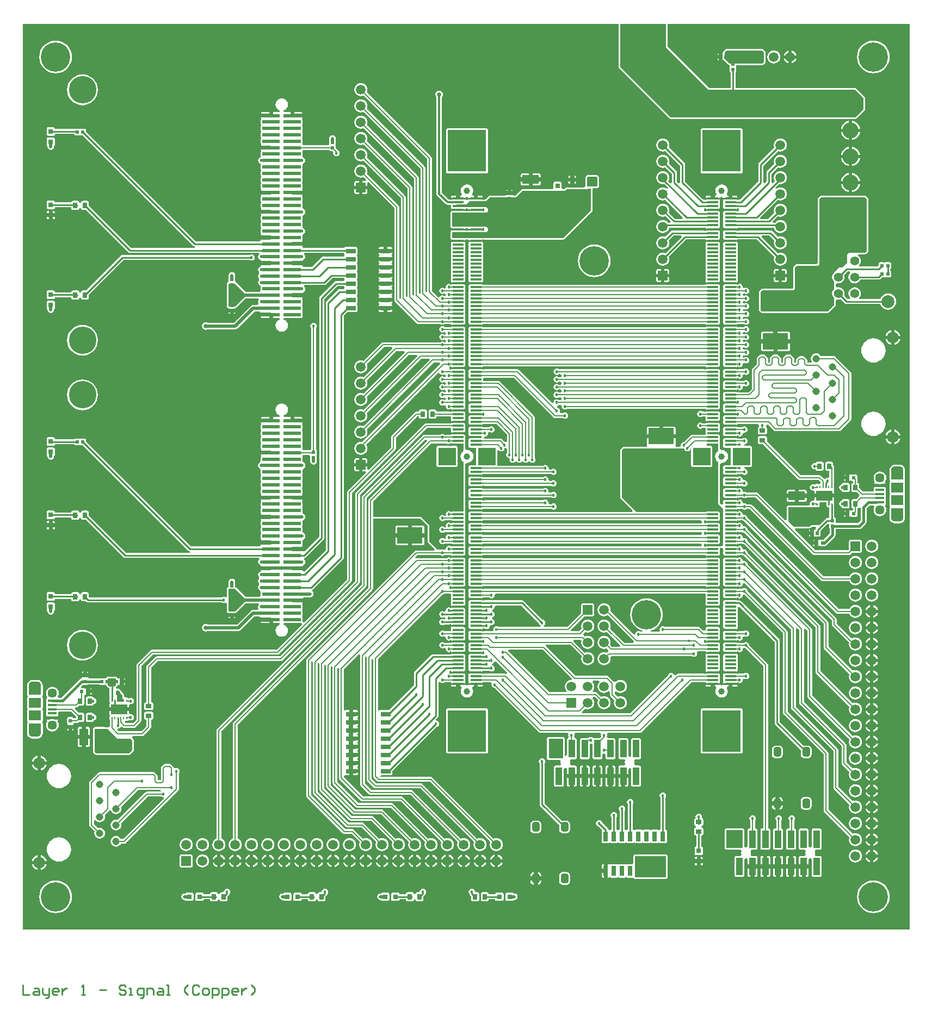
<source format=gbr>
G04 Layer_Physical_Order=1*
G04 Layer_Color=255*
%FSLAX24Y24*%
%MOIN*%
%TF.FileFunction,Copper,L1,Top,Signal*%
%TF.Part,Single*%
G01*
G75*
%TA.AperFunction,SMDPad,CuDef*%
%ADD10R,0.0354X0.0276*%
%ADD11R,0.0276X0.0354*%
%ADD12R,0.0236X0.0197*%
%ADD13R,0.0197X0.0236*%
%ADD14R,0.0630X0.0299*%
%ADD15R,0.0299X0.0630*%
G04:AMPARAMS|DCode=16|XSize=57mil|YSize=45mil|CornerRadius=11.2mil|HoleSize=0mil|Usage=FLASHONLY|Rotation=90.000|XOffset=0mil|YOffset=0mil|HoleType=Round|Shape=RoundedRectangle|*
%AMROUNDEDRECTD16*
21,1,0.0570,0.0225,0,0,90.0*
21,1,0.0345,0.0450,0,0,90.0*
1,1,0.0225,0.0112,0.0173*
1,1,0.0225,0.0112,-0.0173*
1,1,0.0225,-0.0112,-0.0173*
1,1,0.0225,-0.0112,0.0173*
%
%ADD16ROUNDEDRECTD16*%
%ADD17R,0.0197X0.0205*%
%ADD18R,0.0205X0.0197*%
%ADD19R,0.0217X0.0217*%
%ADD20R,0.0315X0.0315*%
%ADD21R,0.0315X0.0315*%
%ADD22R,0.1575X0.0984*%
%ADD23R,0.0098X0.0157*%
%ADD24R,0.0984X0.0630*%
%ADD25R,0.0531X0.1024*%
%ADD26R,0.1024X0.0531*%
%ADD27R,0.1063X0.0236*%
%ADD28R,0.0689X0.0138*%
%ADD29R,0.1091X0.1102*%
%ADD30R,0.2362X0.2559*%
%ADD31R,0.0394X0.1083*%
%ADD32R,0.0748X0.0591*%
%ADD33R,0.0531X0.0157*%
%ADD34R,0.0748X0.0472*%
%ADD35R,0.0295X0.0295*%
%ADD36C,0.0787*%
%TA.AperFunction,Conductor*%
%ADD37C,0.0080*%
%ADD38C,0.0100*%
%ADD39C,0.0165*%
%ADD40C,0.0160*%
%ADD41C,0.0200*%
%ADD42C,0.0070*%
%ADD43C,0.0120*%
%ADD44C,0.0250*%
%TA.AperFunction,NonConductor*%
%ADD45C,0.0100*%
%TA.AperFunction,Conductor*%
%ADD46R,0.0900X0.1200*%
%TA.AperFunction,ViaPad*%
%ADD47C,0.1800*%
%TA.AperFunction,ComponentPad*%
%ADD48C,0.0591*%
%ADD49R,0.0591X0.0591*%
%ADD50C,0.0450*%
%ADD51C,0.0720*%
%ADD52C,0.0394*%
%ADD53R,0.0591X0.0591*%
G04:AMPARAMS|DCode=54|XSize=63mil|YSize=74.8mil|CornerRadius=22mil|HoleSize=0mil|Usage=FLASHONLY|Rotation=270.000|XOffset=0mil|YOffset=0mil|HoleType=Round|Shape=RoundedRectangle|*
%AMROUNDEDRECTD54*
21,1,0.0630,0.0307,0,0,270.0*
21,1,0.0189,0.0748,0,0,270.0*
1,1,0.0441,-0.0154,-0.0094*
1,1,0.0441,-0.0154,0.0094*
1,1,0.0441,0.0154,0.0094*
1,1,0.0441,0.0154,-0.0094*
%
%ADD54ROUNDEDRECTD54*%
%ADD55C,0.0571*%
%ADD56C,0.0984*%
%ADD57C,0.0551*%
%TA.AperFunction,ViaPad*%
%ADD58C,0.0260*%
%ADD59C,0.0180*%
%ADD60C,0.0170*%
%ADD61C,0.2500*%
%ADD62C,0.1680*%
G36*
X45400Y53800D02*
Y53200D01*
X45300Y53100D01*
X43300D01*
X43000Y53400D01*
Y53800D01*
X43100Y53900D01*
X45300D01*
X45400Y53800D01*
D02*
G37*
G36*
X39402Y54098D02*
X42000Y51500D01*
X51000Y51500D01*
X51500Y51000D01*
Y50300D01*
X51000Y49800D01*
X39700Y49800D01*
X37300Y52200D01*
X37300D01*
X36600Y52900D01*
Y55512D01*
X39402D01*
Y54098D01*
D02*
G37*
G36*
X36408Y55512D02*
X36498Y55512D01*
Y52900D01*
X36506Y52861D01*
X36528Y52828D01*
X37228Y52128D01*
X39628Y49728D01*
X39661Y49706D01*
X39700Y49698D01*
X51000Y49698D01*
X51039Y49706D01*
X51072Y49728D01*
X51572Y50228D01*
X51594Y50261D01*
X51602Y50300D01*
Y51000D01*
X51594Y51039D01*
X51572Y51072D01*
X51072Y51572D01*
X51039Y51594D01*
X51000Y51602D01*
X43653Y51602D01*
Y52552D01*
X43674Y52566D01*
X43697Y52599D01*
X43704Y52638D01*
Y52835D01*
X43697Y52874D01*
X43679Y52900D01*
X43697Y52926D01*
X43704Y52965D01*
Y52998D01*
X45300D01*
X45339Y53006D01*
X45372Y53028D01*
X45472Y53128D01*
X45494Y53161D01*
X45502Y53200D01*
Y53800D01*
X45494Y53839D01*
X45472Y53872D01*
X45372Y53972D01*
X45339Y53994D01*
X45300Y54002D01*
X43100D01*
X43061Y53994D01*
X43028Y53972D01*
X42928Y53872D01*
X42906Y53839D01*
X42898Y53800D01*
Y53781D01*
X42862Y53736D01*
Y53500D01*
Y53301D01*
X42874Y53303D01*
X42900Y53321D01*
X42926Y53303D01*
X42959Y53297D01*
X43228Y53028D01*
X43261Y53006D01*
X43296Y52999D01*
Y52965D01*
X43303Y52926D01*
X43321Y52900D01*
X43303Y52874D01*
X43296Y52835D01*
Y52638D01*
X43303Y52599D01*
X43326Y52566D01*
X43347Y52552D01*
Y51602D01*
X42042Y51602D01*
X39504Y54140D01*
Y55512D01*
X39594Y55512D01*
X54331Y55512D01*
X54331Y0D01*
X0Y0D01*
X0Y55512D01*
X36408Y55512D01*
D02*
G37*
%LPC*%
G36*
X2210Y5645D02*
X2200Y5644D01*
X2190Y5645D01*
X2065Y5632D01*
X2055Y5629D01*
X2045Y5628D01*
X1924Y5592D01*
X1915Y5587D01*
X1906Y5584D01*
X1795Y5525D01*
X1787Y5518D01*
X1778Y5514D01*
X1681Y5434D01*
X1674Y5426D01*
X1666Y5419D01*
X1586Y5322D01*
X1582Y5313D01*
X1575Y5305D01*
X1516Y5194D01*
X1513Y5185D01*
X1508Y5176D01*
X1472Y5055D01*
X1471Y5045D01*
X1468Y5035D01*
X1455Y4910D01*
X1456Y4905D01*
X1455Y4900D01*
X1456Y4895D01*
X1455Y4890D01*
X1468Y4765D01*
X1471Y4755D01*
X1472Y4745D01*
X1508Y4624D01*
X1513Y4615D01*
X1516Y4606D01*
X1575Y4495D01*
X1582Y4487D01*
X1586Y4478D01*
X1666Y4381D01*
X1674Y4374D01*
X1681Y4366D01*
X1778Y4286D01*
X1787Y4282D01*
X1795Y4275D01*
X1906Y4216D01*
X1915Y4213D01*
X1924Y4208D01*
X2045Y4172D01*
X2055Y4171D01*
X2065Y4168D01*
X2190Y4155D01*
X2200Y4156D01*
X2210Y4155D01*
X2335Y4168D01*
X2345Y4171D01*
X2355Y4172D01*
X2476Y4208D01*
X2485Y4213D01*
X2494Y4216D01*
X2605Y4275D01*
X2613Y4282D01*
X2622Y4286D01*
X2719Y4366D01*
X2726Y4374D01*
X2734Y4381D01*
X2814Y4478D01*
X2818Y4487D01*
X2825Y4495D01*
X2884Y4606D01*
X2887Y4615D01*
X2892Y4624D01*
X2928Y4745D01*
X2929Y4755D01*
X2932Y4765D01*
X2945Y4890D01*
X2944Y4895D01*
X2945Y4900D01*
X2944Y4905D01*
X2945Y4910D01*
X2932Y5035D01*
X2929Y5045D01*
X2928Y5055D01*
X2892Y5176D01*
X2887Y5185D01*
X2884Y5194D01*
X2825Y5305D01*
X2818Y5313D01*
X2814Y5322D01*
X2734Y5419D01*
X2726Y5426D01*
X2719Y5434D01*
X2622Y5514D01*
X2613Y5518D01*
X2605Y5525D01*
X2494Y5584D01*
X2485Y5587D01*
X2476Y5592D01*
X2355Y5628D01*
X2345Y5629D01*
X2335Y5632D01*
X2210Y5645D01*
D02*
G37*
G36*
X52100Y5886D02*
Y5600D01*
X52386D01*
X52385Y5603D01*
X52345Y5699D01*
X52282Y5782D01*
X52199Y5845D01*
X52103Y5885D01*
X52100Y5886D01*
D02*
G37*
G36*
X51900D02*
X51897Y5885D01*
X51801Y5845D01*
X51718Y5782D01*
X51655Y5699D01*
X51615Y5603D01*
X51614Y5600D01*
X51900D01*
Y5886D01*
D02*
G37*
G36*
X39200Y8394D02*
X39126Y8379D01*
X39063Y8337D01*
X39021Y8274D01*
X39006Y8200D01*
X39021Y8126D01*
X39047Y8087D01*
Y6116D01*
X39011Y6109D01*
X38978Y6087D01*
X38922D01*
X38889Y6109D01*
X38850Y6117D01*
X38550D01*
X38511Y6109D01*
X38478Y6087D01*
X38422D01*
X38389Y6109D01*
X38350Y6117D01*
X38050D01*
X38011Y6109D01*
X37978Y6087D01*
X37922D01*
X37889Y6109D01*
X37850Y6117D01*
X37550D01*
X37511Y6109D01*
X37478Y6087D01*
X37431D01*
X37353Y6138D01*
Y7687D01*
X37379Y7726D01*
X37394Y7800D01*
X37379Y7874D01*
X37337Y7937D01*
X37274Y7979D01*
X37200Y7994D01*
X37126Y7979D01*
X37063Y7937D01*
X37021Y7874D01*
X37006Y7800D01*
X37021Y7726D01*
X37047Y7687D01*
Y6116D01*
X37011Y6109D01*
X36978Y6087D01*
X36931D01*
X36853Y6138D01*
Y7287D01*
X36879Y7326D01*
X36894Y7400D01*
X36879Y7474D01*
X36837Y7537D01*
X36774Y7579D01*
X36700Y7594D01*
X36626Y7579D01*
X36563Y7537D01*
X36521Y7474D01*
X36506Y7400D01*
X36521Y7326D01*
X36547Y7287D01*
Y6116D01*
X36511Y6109D01*
X36478Y6087D01*
X36431D01*
X36353Y6138D01*
Y6887D01*
X36379Y6926D01*
X36394Y7000D01*
X36379Y7074D01*
X36337Y7137D01*
X36274Y7179D01*
X36200Y7194D01*
X36126Y7179D01*
X36063Y7137D01*
X36021Y7074D01*
X36006Y7000D01*
X36021Y6926D01*
X36047Y6887D01*
Y6116D01*
X36011Y6109D01*
X35978Y6087D01*
X35922D01*
X35889Y6109D01*
X35850Y6117D01*
X35850D01*
X35841Y6159D01*
X35808Y6208D01*
X35488Y6528D01*
X35479Y6574D01*
X35437Y6637D01*
X35374Y6679D01*
X35300Y6694D01*
X35226Y6679D01*
X35163Y6637D01*
X35121Y6574D01*
X35106Y6500D01*
X35121Y6426D01*
X35163Y6363D01*
X35226Y6321D01*
X35272Y6312D01*
X35480Y6104D01*
X35478Y6087D01*
X35456Y6054D01*
X35448Y6015D01*
Y5385D01*
X35456Y5346D01*
X35478Y5313D01*
X35511Y5291D01*
X35550Y5283D01*
X35850D01*
X35889Y5291D01*
X35922Y5313D01*
X35978D01*
X36011Y5291D01*
X36050Y5283D01*
X36350D01*
X36389Y5291D01*
X36422Y5313D01*
X36478D01*
X36511Y5291D01*
X36550Y5283D01*
X36850D01*
X36889Y5291D01*
X36922Y5313D01*
X36978D01*
X37011Y5291D01*
X37050Y5283D01*
X37350D01*
X37389Y5291D01*
X37422Y5313D01*
X37478D01*
X37511Y5291D01*
X37550Y5283D01*
X37850D01*
X37889Y5291D01*
X37922Y5313D01*
X37978D01*
X38011Y5291D01*
X38050Y5283D01*
X38350D01*
X38389Y5291D01*
X38422Y5313D01*
X38478D01*
X38511Y5291D01*
X38550Y5283D01*
X38850D01*
X38889Y5291D01*
X38922Y5313D01*
X38978D01*
X39011Y5291D01*
X39050Y5283D01*
X39350D01*
X39389Y5291D01*
X39422Y5313D01*
X39444Y5346D01*
X39452Y5385D01*
Y6015D01*
X39444Y6054D01*
X39422Y6087D01*
X39389Y6109D01*
X39353Y6116D01*
Y8087D01*
X39379Y8126D01*
X39394Y8200D01*
X39379Y8274D01*
X39337Y8337D01*
X39274Y8379D01*
X39200Y8394D01*
D02*
G37*
G36*
X31800Y10494D02*
X31726Y10479D01*
X31663Y10437D01*
X31621Y10374D01*
X31606Y10300D01*
X31621Y10226D01*
X31647Y10187D01*
Y7665D01*
X31659Y7606D01*
X31692Y7556D01*
X32857Y6392D01*
Y6106D01*
X32873Y6023D01*
X32920Y5953D01*
X32990Y5906D01*
X33073Y5890D01*
X33298D01*
X33381Y5906D01*
X33452Y5953D01*
X33498Y6023D01*
X33515Y6106D01*
Y6451D01*
X33498Y6534D01*
X33452Y6604D01*
X33381Y6651D01*
X33298Y6668D01*
X33073D01*
X33023Y6658D01*
X31953Y7728D01*
Y10187D01*
X31979Y10226D01*
X31994Y10300D01*
X31979Y10374D01*
X31937Y10437D01*
X31874Y10479D01*
X31800Y10494D01*
D02*
G37*
G36*
X31531Y6668D02*
X31306D01*
X31223Y6651D01*
X31152Y6604D01*
X31105Y6534D01*
X31089Y6451D01*
Y6106D01*
X31105Y6023D01*
X31152Y5953D01*
X31223Y5906D01*
X31306Y5890D01*
X31531D01*
X31614Y5906D01*
X31684Y5953D01*
X31731Y6023D01*
X31747Y6106D01*
Y6451D01*
X31731Y6534D01*
X31684Y6604D01*
X31614Y6651D01*
X31531Y6668D01*
D02*
G37*
G36*
X47100Y6994D02*
X47026Y6979D01*
X46963Y6937D01*
X46921Y6874D01*
X46906Y6800D01*
X46921Y6726D01*
X46957Y6672D01*
Y6182D01*
X46853D01*
X46814Y6174D01*
X46781Y6152D01*
X46759Y6119D01*
X46751Y6080D01*
Y4997D01*
X46759Y4958D01*
X46781Y4925D01*
X46814Y4903D01*
X46853Y4895D01*
X47246D01*
X47285Y4903D01*
X47319Y4925D01*
X47341Y4958D01*
X47348Y4997D01*
Y6080D01*
X47341Y6119D01*
X47319Y6152D01*
X47285Y6174D01*
X47246Y6182D01*
X47243D01*
Y6672D01*
X47279Y6726D01*
X47294Y6800D01*
X47279Y6874D01*
X47237Y6937D01*
X47174Y6979D01*
X47100Y6994D01*
D02*
G37*
G36*
X46300D02*
X46226Y6979D01*
X46163Y6937D01*
X46121Y6874D01*
X46106Y6800D01*
X46121Y6726D01*
X46157Y6672D01*
Y6182D01*
X46065D01*
X46026Y6174D01*
X45993Y6152D01*
X45971Y6119D01*
X45963Y6080D01*
Y4997D01*
X45971Y4958D01*
X45993Y4925D01*
X46026Y4903D01*
X46065Y4895D01*
X46459D01*
X46498Y4903D01*
X46531Y4925D01*
X46553Y4958D01*
X46561Y4997D01*
Y6080D01*
X46553Y6119D01*
X46531Y6152D01*
X46498Y6174D01*
X46459Y6182D01*
X46443D01*
Y6672D01*
X46479Y6726D01*
X46494Y6800D01*
X46479Y6874D01*
X46437Y6937D01*
X46374Y6979D01*
X46300Y6994D01*
D02*
G37*
G36*
X20000Y5599D02*
X19897Y5585D01*
X19801Y5545D01*
X19718Y5482D01*
X19655Y5399D01*
X19615Y5303D01*
X19601Y5200D01*
X19615Y5097D01*
X19655Y5001D01*
X19718Y4918D01*
X19801Y4855D01*
X19897Y4815D01*
X20000Y4801D01*
X20103Y4815D01*
X20199Y4855D01*
X20282Y4918D01*
X20345Y5001D01*
X20385Y5097D01*
X20399Y5200D01*
X20385Y5303D01*
X20345Y5399D01*
X20282Y5482D01*
X20199Y5545D01*
X20103Y5585D01*
X20000Y5599D01*
D02*
G37*
G36*
X44700Y6994D02*
X44626Y6979D01*
X44563Y6937D01*
X44521Y6874D01*
X44506Y6800D01*
X44521Y6726D01*
X44557Y6672D01*
Y6182D01*
X44491D01*
X44452Y6174D01*
X44418Y6152D01*
X44396Y6119D01*
X44389Y6080D01*
Y5108D01*
X44316Y5036D01*
X44239Y5038D01*
X44202Y5078D01*
Y6100D01*
X44194Y6139D01*
X44172Y6172D01*
X44139Y6194D01*
X44100Y6202D01*
X43100D01*
X43061Y6194D01*
X43028Y6172D01*
X43006Y6139D01*
X42998Y6100D01*
Y5000D01*
X43006Y4961D01*
X43028Y4928D01*
X43061Y4906D01*
X43100Y4898D01*
X43689D01*
X43703Y4895D01*
X43968D01*
X44012Y4805D01*
X44008Y4797D01*
X43993Y4720D01*
Y4680D01*
X44008Y4603D01*
X44012Y4595D01*
X43968Y4505D01*
X43703D01*
X43664Y4497D01*
X43631Y4475D01*
X43609Y4442D01*
X43601Y4403D01*
Y3320D01*
X43609Y3281D01*
X43631Y3248D01*
X43664Y3226D01*
X43703Y3218D01*
X44097D01*
X44136Y3226D01*
X44169Y3248D01*
X44191Y3281D01*
X44199Y3320D01*
Y4290D01*
X44272Y4363D01*
X44349D01*
X44389Y4322D01*
Y3986D01*
X44986D01*
Y4403D01*
X44978Y4442D01*
X44956Y4475D01*
X44923Y4497D01*
X44884Y4505D01*
X44620D01*
X44576Y4595D01*
X44579Y4603D01*
X44594Y4680D01*
Y4720D01*
X44579Y4797D01*
X44576Y4805D01*
X44620Y4895D01*
X44884D01*
X44923Y4903D01*
X44956Y4925D01*
X44978Y4958D01*
X44986Y4997D01*
Y6080D01*
X44978Y6119D01*
X44956Y6152D01*
X44923Y6174D01*
X44884Y6182D01*
X44843D01*
Y6672D01*
X44879Y6726D01*
X44894Y6800D01*
X44879Y6874D01*
X44837Y6937D01*
X44774Y6979D01*
X44700Y6994D01*
D02*
G37*
G36*
X52386Y5400D02*
X52100D01*
Y5114D01*
X52103Y5115D01*
X52199Y5155D01*
X52282Y5218D01*
X52345Y5301D01*
X52385Y5397D01*
X52386Y5400D01*
D02*
G37*
G36*
X51900D02*
X51614D01*
X51615Y5397D01*
X51655Y5301D01*
X51718Y5218D01*
X51801Y5155D01*
X51897Y5115D01*
X51900Y5114D01*
Y5400D01*
D02*
G37*
G36*
X48821Y6182D02*
X48428D01*
X48389Y6174D01*
X48355Y6152D01*
X48333Y6119D01*
X48326Y6080D01*
Y5078D01*
X48286Y5037D01*
X48209D01*
X48136Y5110D01*
Y6080D01*
X48128Y6119D01*
X48106Y6152D01*
X48073Y6174D01*
X48034Y6182D01*
X47640D01*
X47601Y6174D01*
X47568Y6152D01*
X47546Y6119D01*
X47538Y6080D01*
Y4997D01*
X47546Y4958D01*
X47568Y4925D01*
X47601Y4903D01*
X47640Y4895D01*
X47905D01*
X47949Y4805D01*
X47945Y4797D01*
X47930Y4720D01*
Y4680D01*
X47945Y4603D01*
X47949Y4595D01*
X47905Y4505D01*
X47640D01*
X47601Y4497D01*
X47568Y4475D01*
X47546Y4442D01*
X47538Y4403D01*
Y3986D01*
X48136D01*
Y4290D01*
X48209Y4363D01*
X48286D01*
X48326Y4322D01*
Y3320D01*
X48333Y3281D01*
X48355Y3248D01*
X48389Y3226D01*
X48428Y3218D01*
X48821D01*
X48860Y3226D01*
X48893Y3248D01*
X48915Y3281D01*
X48923Y3320D01*
Y4403D01*
X48915Y4442D01*
X48893Y4475D01*
X48860Y4497D01*
X48821Y4505D01*
X48557D01*
X48513Y4595D01*
X48516Y4603D01*
X48531Y4680D01*
Y4720D01*
X48516Y4797D01*
X48513Y4805D01*
X48557Y4895D01*
X48821D01*
X48860Y4903D01*
X48893Y4925D01*
X48915Y4958D01*
X48923Y4997D01*
Y6080D01*
X48915Y6119D01*
X48893Y6152D01*
X48860Y6174D01*
X48821Y6182D01*
D02*
G37*
G36*
X46093Y7600D02*
X45889D01*
Y7553D01*
X45905Y7470D01*
X45952Y7399D01*
X46023Y7353D01*
X46093Y7339D01*
Y7600D01*
D02*
G37*
G36*
X48098Y8114D02*
X47873D01*
X47790Y8098D01*
X47720Y8051D01*
X47673Y7981D01*
X47657Y7898D01*
Y7553D01*
X47673Y7470D01*
X47720Y7399D01*
X47790Y7353D01*
X47873Y7336D01*
X48098D01*
X48181Y7353D01*
X48252Y7399D01*
X48299Y7470D01*
X48315Y7553D01*
Y7898D01*
X48299Y7981D01*
X48252Y8051D01*
X48181Y8098D01*
X48098Y8114D01*
D02*
G37*
G36*
X46093Y8112D02*
X46023Y8098D01*
X45952Y8051D01*
X45905Y7981D01*
X45889Y7898D01*
Y7850D01*
X46093D01*
Y8112D01*
D02*
G37*
G36*
X52100Y7886D02*
Y7600D01*
X52386D01*
X52385Y7603D01*
X52345Y7699D01*
X52282Y7782D01*
X52199Y7845D01*
X52103Y7885D01*
X52100Y7886D01*
D02*
G37*
G36*
X51900D02*
X51897Y7885D01*
X51801Y7845D01*
X51718Y7782D01*
X51655Y7699D01*
X51615Y7603D01*
X51614Y7600D01*
X51900D01*
Y7886D01*
D02*
G37*
G36*
X46547Y7600D02*
X46343D01*
Y7339D01*
X46414Y7353D01*
X46484Y7399D01*
X46531Y7470D01*
X46547Y7553D01*
Y7600D01*
D02*
G37*
G36*
X52386Y7400D02*
X52100D01*
Y7114D01*
X52103Y7115D01*
X52199Y7155D01*
X52282Y7218D01*
X52345Y7301D01*
X52385Y7397D01*
X52386Y7400D01*
D02*
G37*
G36*
Y6400D02*
X52100D01*
Y6114D01*
X52103Y6115D01*
X52199Y6155D01*
X52282Y6218D01*
X52345Y6301D01*
X52385Y6397D01*
X52386Y6400D01*
D02*
G37*
G36*
X51900D02*
X51614D01*
X51615Y6397D01*
X51655Y6301D01*
X51718Y6218D01*
X51801Y6155D01*
X51897Y6115D01*
X51900Y6114D01*
Y6400D01*
D02*
G37*
G36*
X51000Y6899D02*
X50897Y6885D01*
X50801Y6845D01*
X50718Y6782D01*
X50655Y6699D01*
X50615Y6603D01*
X50601Y6500D01*
X50615Y6397D01*
X50655Y6301D01*
X50718Y6218D01*
X50801Y6155D01*
X50897Y6115D01*
X51000Y6101D01*
X51103Y6115D01*
X51199Y6155D01*
X51282Y6218D01*
X51345Y6301D01*
X51385Y6397D01*
X51399Y6500D01*
X51385Y6603D01*
X51345Y6699D01*
X51282Y6782D01*
X51199Y6845D01*
X51103Y6885D01*
X51000Y6899D01*
D02*
G37*
G36*
X51900Y7400D02*
X51614D01*
X51615Y7397D01*
X51655Y7301D01*
X51718Y7218D01*
X51801Y7155D01*
X51897Y7115D01*
X51900Y7114D01*
Y7400D01*
D02*
G37*
G36*
X52100Y6886D02*
Y6600D01*
X52386D01*
X52385Y6603D01*
X52345Y6699D01*
X52282Y6782D01*
X52199Y6845D01*
X52103Y6885D01*
X52100Y6886D01*
D02*
G37*
G36*
X51900D02*
X51897Y6885D01*
X51801Y6845D01*
X51718Y6782D01*
X51655Y6699D01*
X51615Y6603D01*
X51614Y6600D01*
X51900D01*
Y6886D01*
D02*
G37*
G36*
X27900Y4586D02*
X27897Y4585D01*
X27801Y4545D01*
X27718Y4482D01*
X27655Y4399D01*
X27615Y4303D01*
X27614Y4300D01*
X27900D01*
Y4586D01*
D02*
G37*
G36*
X27100D02*
Y4300D01*
X27386D01*
X27385Y4303D01*
X27345Y4399D01*
X27282Y4482D01*
X27199Y4545D01*
X27103Y4585D01*
X27100Y4586D01*
D02*
G37*
G36*
X26900D02*
X26897Y4585D01*
X26801Y4545D01*
X26718Y4482D01*
X26655Y4399D01*
X26615Y4303D01*
X26614Y4300D01*
X26900D01*
Y4586D01*
D02*
G37*
G36*
X29100D02*
Y4300D01*
X29386D01*
X29385Y4303D01*
X29345Y4399D01*
X29282Y4482D01*
X29199Y4545D01*
X29103Y4585D01*
X29100Y4586D01*
D02*
G37*
G36*
X28900D02*
X28897Y4585D01*
X28801Y4545D01*
X28718Y4482D01*
X28655Y4399D01*
X28615Y4303D01*
X28614Y4300D01*
X28900D01*
Y4586D01*
D02*
G37*
G36*
X28100D02*
Y4300D01*
X28386D01*
X28385Y4303D01*
X28345Y4399D01*
X28282Y4482D01*
X28199Y4545D01*
X28103Y4585D01*
X28100Y4586D01*
D02*
G37*
G36*
X26100D02*
Y4300D01*
X26386D01*
X26385Y4303D01*
X26345Y4399D01*
X26282Y4482D01*
X26199Y4545D01*
X26103Y4585D01*
X26100Y4586D01*
D02*
G37*
G36*
X24100D02*
Y4300D01*
X24386D01*
X24385Y4303D01*
X24345Y4399D01*
X24282Y4482D01*
X24199Y4545D01*
X24103Y4585D01*
X24100Y4586D01*
D02*
G37*
G36*
X23900D02*
X23897Y4585D01*
X23801Y4545D01*
X23718Y4482D01*
X23655Y4399D01*
X23615Y4303D01*
X23614Y4300D01*
X23900D01*
Y4586D01*
D02*
G37*
G36*
X23100D02*
Y4300D01*
X23386D01*
X23385Y4303D01*
X23345Y4399D01*
X23282Y4482D01*
X23199Y4545D01*
X23103Y4585D01*
X23100Y4586D01*
D02*
G37*
G36*
X25900D02*
X25897Y4585D01*
X25801Y4545D01*
X25718Y4482D01*
X25655Y4399D01*
X25615Y4303D01*
X25614Y4300D01*
X25900D01*
Y4586D01*
D02*
G37*
G36*
X25100D02*
Y4300D01*
X25386D01*
X25385Y4303D01*
X25345Y4399D01*
X25282Y4482D01*
X25199Y4545D01*
X25103Y4585D01*
X25100Y4586D01*
D02*
G37*
G36*
X24900D02*
X24897Y4585D01*
X24801Y4545D01*
X24718Y4482D01*
X24655Y4399D01*
X24615Y4303D01*
X24614Y4300D01*
X24900D01*
Y4586D01*
D02*
G37*
G36*
X16000Y5599D02*
X15897Y5585D01*
X15801Y5545D01*
X15718Y5482D01*
X15655Y5399D01*
X15615Y5303D01*
X15601Y5200D01*
X15615Y5097D01*
X15655Y5001D01*
X15718Y4918D01*
X15801Y4855D01*
X15897Y4815D01*
X16000Y4801D01*
X16103Y4815D01*
X16199Y4855D01*
X16282Y4918D01*
X16345Y5001D01*
X16385Y5097D01*
X16399Y5200D01*
X16385Y5303D01*
X16345Y5399D01*
X16282Y5482D01*
X16199Y5545D01*
X16103Y5585D01*
X16000Y5599D01*
D02*
G37*
G36*
X15000D02*
X14897Y5585D01*
X14801Y5545D01*
X14718Y5482D01*
X14655Y5399D01*
X14615Y5303D01*
X14601Y5200D01*
X14615Y5097D01*
X14655Y5001D01*
X14718Y4918D01*
X14801Y4855D01*
X14897Y4815D01*
X15000Y4801D01*
X15103Y4815D01*
X15199Y4855D01*
X15282Y4918D01*
X15345Y5001D01*
X15385Y5097D01*
X15399Y5200D01*
X15385Y5303D01*
X15345Y5399D01*
X15282Y5482D01*
X15199Y5545D01*
X15103Y5585D01*
X15000Y5599D01*
D02*
G37*
G36*
X14000D02*
X13897Y5585D01*
X13801Y5545D01*
X13718Y5482D01*
X13655Y5399D01*
X13615Y5303D01*
X13601Y5200D01*
X13615Y5097D01*
X13655Y5001D01*
X13718Y4918D01*
X13801Y4855D01*
X13897Y4815D01*
X14000Y4801D01*
X14103Y4815D01*
X14199Y4855D01*
X14282Y4918D01*
X14345Y5001D01*
X14385Y5097D01*
X14399Y5200D01*
X14385Y5303D01*
X14345Y5399D01*
X14282Y5482D01*
X14199Y5545D01*
X14103Y5585D01*
X14000Y5599D01*
D02*
G37*
G36*
X19000D02*
X18897Y5585D01*
X18801Y5545D01*
X18718Y5482D01*
X18655Y5399D01*
X18615Y5303D01*
X18601Y5200D01*
X18615Y5097D01*
X18655Y5001D01*
X18718Y4918D01*
X18801Y4855D01*
X18897Y4815D01*
X19000Y4801D01*
X19103Y4815D01*
X19199Y4855D01*
X19282Y4918D01*
X19345Y5001D01*
X19385Y5097D01*
X19399Y5200D01*
X19385Y5303D01*
X19345Y5399D01*
X19282Y5482D01*
X19199Y5545D01*
X19103Y5585D01*
X19000Y5599D01*
D02*
G37*
G36*
X18000D02*
X17897Y5585D01*
X17801Y5545D01*
X17718Y5482D01*
X17655Y5399D01*
X17615Y5303D01*
X17601Y5200D01*
X17615Y5097D01*
X17655Y5001D01*
X17718Y4918D01*
X17801Y4855D01*
X17897Y4815D01*
X18000Y4801D01*
X18103Y4815D01*
X18199Y4855D01*
X18282Y4918D01*
X18345Y5001D01*
X18385Y5097D01*
X18399Y5200D01*
X18385Y5303D01*
X18345Y5399D01*
X18282Y5482D01*
X18199Y5545D01*
X18103Y5585D01*
X18000Y5599D01*
D02*
G37*
G36*
X17000D02*
X16897Y5585D01*
X16801Y5545D01*
X16718Y5482D01*
X16655Y5399D01*
X16615Y5303D01*
X16601Y5200D01*
X16615Y5097D01*
X16655Y5001D01*
X16718Y4918D01*
X16801Y4855D01*
X16897Y4815D01*
X17000Y4801D01*
X17103Y4815D01*
X17199Y4855D01*
X17282Y4918D01*
X17345Y5001D01*
X17385Y5097D01*
X17399Y5200D01*
X17385Y5303D01*
X17345Y5399D01*
X17282Y5482D01*
X17199Y5545D01*
X17103Y5585D01*
X17000Y5599D01*
D02*
G37*
G36*
X11000D02*
X10897Y5585D01*
X10801Y5545D01*
X10718Y5482D01*
X10655Y5399D01*
X10615Y5303D01*
X10601Y5200D01*
X10615Y5097D01*
X10655Y5001D01*
X10718Y4918D01*
X10801Y4855D01*
X10897Y4815D01*
X11000Y4801D01*
X11103Y4815D01*
X11199Y4855D01*
X11282Y4918D01*
X11345Y5001D01*
X11385Y5097D01*
X11399Y5200D01*
X11385Y5303D01*
X11345Y5399D01*
X11282Y5482D01*
X11199Y5545D01*
X11103Y5585D01*
X11000Y5599D01*
D02*
G37*
G36*
X41400Y7094D02*
X41326Y7079D01*
X41263Y7037D01*
X41221Y6974D01*
X41206Y6900D01*
X41219Y6834D01*
X41184Y6827D01*
X41151Y6805D01*
X41129Y6772D01*
X41121Y6733D01*
Y6457D01*
X41129Y6418D01*
X41151Y6385D01*
X41184Y6363D01*
X41200Y6360D01*
X41233Y6303D01*
X41240Y6266D01*
X41223Y6244D01*
X41184Y6237D01*
X41151Y6215D01*
X41129Y6182D01*
X41121Y6143D01*
Y5867D01*
X41129Y5828D01*
X41151Y5795D01*
X41184Y5773D01*
X41223Y5765D01*
X41247D01*
Y5074D01*
X41243D01*
X41203Y5067D01*
X41170Y5045D01*
X41148Y5011D01*
X41141Y4972D01*
Y4657D01*
X41148Y4618D01*
X41170Y4585D01*
X41203Y4563D01*
X41243Y4556D01*
X41557D01*
X41596Y4563D01*
X41630Y4585D01*
X41652Y4618D01*
X41659Y4657D01*
Y4972D01*
X41652Y5011D01*
X41630Y5045D01*
X41596Y5067D01*
X41557Y5074D01*
X41553D01*
Y5765D01*
X41577D01*
X41616Y5773D01*
X41649Y5795D01*
X41671Y5828D01*
X41679Y5867D01*
Y6143D01*
X41671Y6182D01*
X41649Y6215D01*
X41616Y6237D01*
X41599Y6240D01*
X41567Y6297D01*
X41560Y6334D01*
X41577Y6356D01*
X41616Y6363D01*
X41649Y6385D01*
X41671Y6418D01*
X41679Y6457D01*
Y6733D01*
X41671Y6772D01*
X41649Y6805D01*
X41616Y6827D01*
X41581Y6834D01*
X41594Y6900D01*
X41579Y6974D01*
X41537Y7037D01*
X41474Y7079D01*
X41400Y7094D01*
D02*
G37*
G36*
X41557Y4444D02*
X41525D01*
Y4310D01*
X41659D01*
Y4343D01*
X41652Y4382D01*
X41630Y4415D01*
X41596Y4437D01*
X41557Y4444D01*
D02*
G37*
G36*
X41275D02*
X41243D01*
X41203Y4437D01*
X41170Y4415D01*
X41148Y4382D01*
X41141Y4343D01*
Y4310D01*
X41275D01*
Y4444D01*
D02*
G37*
G36*
X10000Y5599D02*
X9897Y5585D01*
X9801Y5545D01*
X9718Y5482D01*
X9655Y5399D01*
X9615Y5303D01*
X9601Y5200D01*
X9615Y5097D01*
X9655Y5001D01*
X9718Y4918D01*
X9801Y4855D01*
X9897Y4815D01*
X10000Y4801D01*
X10103Y4815D01*
X10199Y4855D01*
X10282Y4918D01*
X10345Y5001D01*
X10385Y5097D01*
X10399Y5200D01*
X10385Y5303D01*
X10345Y5399D01*
X10282Y5482D01*
X10199Y5545D01*
X10103Y5585D01*
X10000Y5599D01*
D02*
G37*
G36*
X52100Y4886D02*
Y4600D01*
X52386D01*
X52385Y4603D01*
X52345Y4699D01*
X52282Y4782D01*
X52199Y4845D01*
X52103Y4885D01*
X52100Y4886D01*
D02*
G37*
G36*
X51900D02*
X51897Y4885D01*
X51801Y4845D01*
X51718Y4782D01*
X51655Y4699D01*
X51615Y4603D01*
X51614Y4600D01*
X51900D01*
Y4886D01*
D02*
G37*
G36*
X46343Y8112D02*
Y7850D01*
X46547D01*
Y7898D01*
X46531Y7981D01*
X46484Y8051D01*
X46414Y8098D01*
X46343Y8112D01*
D02*
G37*
G36*
X46331Y11268D02*
X46106D01*
X46023Y11251D01*
X45952Y11204D01*
X45905Y11134D01*
X45889Y11051D01*
Y10706D01*
X45905Y10623D01*
X45952Y10553D01*
X46023Y10506D01*
X46106Y10490D01*
X46331D01*
X46414Y10506D01*
X46484Y10553D01*
X46531Y10623D01*
X46547Y10706D01*
Y11051D01*
X46531Y11134D01*
X46484Y11204D01*
X46414Y11251D01*
X46331Y11268D01*
D02*
G37*
G36*
X1100Y10651D02*
Y10300D01*
X1451D01*
X1448Y10320D01*
X1402Y10432D01*
X1328Y10528D01*
X1232Y10602D01*
X1120Y10648D01*
X1100Y10651D01*
D02*
G37*
G36*
X900D02*
X880Y10648D01*
X768Y10602D01*
X672Y10528D01*
X598Y10432D01*
X552Y10320D01*
X549Y10300D01*
X900D01*
Y10651D01*
D02*
G37*
G36*
X52100Y10886D02*
Y10600D01*
X52386D01*
X52385Y10603D01*
X52345Y10699D01*
X52282Y10782D01*
X52199Y10845D01*
X52103Y10885D01*
X52100Y10886D01*
D02*
G37*
G36*
X51900D02*
X51897Y10885D01*
X51801Y10845D01*
X51718Y10782D01*
X51655Y10699D01*
X51615Y10603D01*
X51614Y10600D01*
X51900D01*
Y10886D01*
D02*
G37*
G36*
X37759Y11720D02*
X37365D01*
X37326Y11713D01*
X37293Y11691D01*
X37271Y11658D01*
X37263Y11619D01*
Y10616D01*
X37223Y10575D01*
X37147D01*
X37074Y10649D01*
Y11619D01*
X37066Y11658D01*
X37044Y11691D01*
X37011Y11713D01*
X36972Y11720D01*
X36578D01*
X36539Y11713D01*
X36506Y11691D01*
X36484Y11658D01*
X36476Y11619D01*
Y10536D01*
X36484Y10497D01*
X36506Y10464D01*
X36539Y10442D01*
X36578Y10434D01*
X36843D01*
X36887Y10344D01*
X36883Y10335D01*
X36868Y10258D01*
Y10219D01*
X36883Y10142D01*
X36887Y10133D01*
X36843Y10043D01*
X36578D01*
X36539Y10036D01*
X36506Y10013D01*
X36484Y9980D01*
X36476Y9941D01*
Y9525D01*
X37074D01*
Y9828D01*
X37147Y9902D01*
X37223D01*
X37263Y9861D01*
Y8859D01*
X37271Y8820D01*
X37293Y8787D01*
X37326Y8764D01*
X37365Y8757D01*
X37759D01*
X37798Y8764D01*
X37831Y8787D01*
X37853Y8820D01*
X37861Y8859D01*
Y9941D01*
X37853Y9980D01*
X37831Y10013D01*
X37798Y10036D01*
X37759Y10043D01*
X37494D01*
X37450Y10133D01*
X37454Y10142D01*
X37469Y10219D01*
Y10258D01*
X37454Y10335D01*
X37450Y10344D01*
X37494Y10434D01*
X37759D01*
X37798Y10442D01*
X37831Y10464D01*
X37853Y10497D01*
X37861Y10536D01*
Y11619D01*
X37853Y11658D01*
X37831Y11691D01*
X37798Y11713D01*
X37759Y11720D01*
D02*
G37*
G36*
X2210Y10145D02*
X2200Y10144D01*
X2190Y10145D01*
X2065Y10132D01*
X2055Y10129D01*
X2045Y10128D01*
X1924Y10092D01*
X1915Y10087D01*
X1906Y10084D01*
X1795Y10025D01*
X1787Y10018D01*
X1778Y10014D01*
X1681Y9934D01*
X1674Y9926D01*
X1666Y9919D01*
X1586Y9822D01*
X1582Y9813D01*
X1575Y9805D01*
X1516Y9694D01*
X1513Y9685D01*
X1508Y9676D01*
X1472Y9555D01*
X1471Y9545D01*
X1468Y9535D01*
X1455Y9410D01*
X1456Y9405D01*
X1455Y9400D01*
X1456Y9395D01*
X1455Y9390D01*
X1468Y9265D01*
X1471Y9255D01*
X1472Y9245D01*
X1508Y9124D01*
X1513Y9115D01*
X1516Y9106D01*
X1575Y8995D01*
X1582Y8987D01*
X1586Y8978D01*
X1666Y8881D01*
X1674Y8874D01*
X1681Y8866D01*
X1778Y8786D01*
X1787Y8782D01*
X1795Y8775D01*
X1906Y8716D01*
X1915Y8713D01*
X1924Y8708D01*
X2045Y8672D01*
X2055Y8671D01*
X2065Y8668D01*
X2190Y8655D01*
X2200Y8656D01*
X2210Y8655D01*
X2335Y8668D01*
X2345Y8671D01*
X2355Y8672D01*
X2476Y8708D01*
X2485Y8713D01*
X2494Y8716D01*
X2605Y8775D01*
X2613Y8782D01*
X2622Y8786D01*
X2719Y8866D01*
X2726Y8874D01*
X2734Y8881D01*
X2814Y8978D01*
X2818Y8987D01*
X2825Y8995D01*
X2884Y9106D01*
X2887Y9115D01*
X2892Y9124D01*
X2928Y9245D01*
X2929Y9255D01*
X2932Y9265D01*
X2945Y9390D01*
X2944Y9395D01*
X2945Y9400D01*
X2944Y9405D01*
X2945Y9410D01*
X2932Y9535D01*
X2929Y9545D01*
X2928Y9555D01*
X2892Y9676D01*
X2887Y9685D01*
X2884Y9694D01*
X2825Y9805D01*
X2818Y9813D01*
X2814Y9822D01*
X2734Y9919D01*
X2726Y9926D01*
X2719Y9934D01*
X2622Y10014D01*
X2613Y10018D01*
X2605Y10025D01*
X2494Y10084D01*
X2485Y10087D01*
X2476Y10092D01*
X2355Y10128D01*
X2345Y10129D01*
X2335Y10132D01*
X2210Y10145D01*
D02*
G37*
G36*
X1451Y10100D02*
X1100D01*
Y9749D01*
X1120Y9752D01*
X1232Y9798D01*
X1328Y9872D01*
X1402Y9968D01*
X1448Y10080D01*
X1451Y10100D01*
D02*
G37*
G36*
X900D02*
X549D01*
X552Y10080D01*
X598Y9968D01*
X672Y9872D01*
X768Y9798D01*
X880Y9752D01*
X900Y9749D01*
Y10100D01*
D02*
G37*
G36*
X52100Y9886D02*
Y9600D01*
X52386D01*
X52385Y9603D01*
X52345Y9699D01*
X52282Y9782D01*
X52199Y9845D01*
X52103Y9885D01*
X52100Y9886D01*
D02*
G37*
G36*
X52386Y10400D02*
X52100D01*
Y10114D01*
X52103Y10115D01*
X52199Y10155D01*
X52282Y10218D01*
X52345Y10301D01*
X52385Y10397D01*
X52386Y10400D01*
D02*
G37*
G36*
X51900D02*
X51614D01*
X51615Y10397D01*
X51655Y10301D01*
X51718Y10218D01*
X51801Y10155D01*
X51897Y10115D01*
X51900Y10114D01*
Y10400D01*
D02*
G37*
G36*
X51000Y10899D02*
X50897Y10885D01*
X50801Y10845D01*
X50718Y10782D01*
X50655Y10699D01*
X50615Y10603D01*
X50601Y10500D01*
X50615Y10397D01*
X50655Y10301D01*
X50718Y10218D01*
X50801Y10155D01*
X50897Y10115D01*
X51000Y10101D01*
X51103Y10115D01*
X51199Y10155D01*
X51282Y10218D01*
X51345Y10301D01*
X51385Y10397D01*
X51399Y10500D01*
X51385Y10603D01*
X51345Y10699D01*
X51282Y10782D01*
X51199Y10845D01*
X51103Y10885D01*
X51000Y10899D01*
D02*
G37*
G36*
X3593Y12414D02*
X3452D01*
X3413Y12406D01*
X3380Y12384D01*
X3358Y12351D01*
X3350Y12312D01*
Y11925D01*
X3593D01*
Y12414D01*
D02*
G37*
G36*
X891Y15296D02*
X583D01*
X500Y15285D01*
X422Y15252D01*
X355Y15201D01*
X304Y15134D01*
X271Y15056D01*
X260Y14972D01*
Y14783D01*
X261Y14777D01*
Y14386D01*
X269Y14347D01*
X291Y14314D01*
Y14261D01*
X269Y14228D01*
X261Y14189D01*
Y13598D01*
X269Y13559D01*
X291Y13526D01*
Y13474D01*
X269Y13441D01*
X261Y13402D01*
Y12811D01*
X269Y12772D01*
X291Y12739D01*
Y12686D01*
X269Y12653D01*
X261Y12614D01*
Y12223D01*
X260Y12217D01*
Y12028D01*
X271Y11944D01*
X304Y11866D01*
X355Y11799D01*
X422Y11748D01*
X500Y11715D01*
X583Y11704D01*
X891D01*
X974Y11715D01*
X1052Y11748D01*
X1119Y11799D01*
X1170Y11866D01*
X1203Y11944D01*
X1214Y12028D01*
Y12217D01*
X1213Y12223D01*
Y12614D01*
X1205Y12653D01*
X1183Y12686D01*
Y12739D01*
X1205Y12772D01*
X1213Y12811D01*
Y13402D01*
X1205Y13441D01*
X1183Y13474D01*
Y13526D01*
X1205Y13559D01*
X1213Y13598D01*
Y14189D01*
X1205Y14228D01*
X1183Y14261D01*
Y14314D01*
X1205Y14347D01*
X1213Y14386D01*
Y14777D01*
X1214Y14783D01*
Y14972D01*
X1203Y15056D01*
X1170Y15134D01*
X1119Y15201D01*
X1052Y15252D01*
X974Y15285D01*
X891Y15296D01*
D02*
G37*
G36*
X52100Y11886D02*
Y11600D01*
X52386D01*
X52385Y11603D01*
X52345Y11699D01*
X52282Y11782D01*
X52199Y11845D01*
X52103Y11885D01*
X52100Y11886D01*
D02*
G37*
G36*
X51900Y12400D02*
X51614D01*
X51615Y12397D01*
X51655Y12301D01*
X51718Y12218D01*
X51801Y12155D01*
X51897Y12115D01*
X51900Y12114D01*
Y12400D01*
D02*
G37*
G36*
X51000Y12899D02*
X50897Y12885D01*
X50801Y12845D01*
X50718Y12782D01*
X50655Y12699D01*
X50615Y12603D01*
X50601Y12500D01*
X50615Y12397D01*
X50655Y12301D01*
X50718Y12218D01*
X50801Y12155D01*
X50897Y12115D01*
X51000Y12101D01*
X51103Y12115D01*
X51199Y12155D01*
X51282Y12218D01*
X51345Y12301D01*
X51385Y12397D01*
X51399Y12500D01*
X51385Y12603D01*
X51345Y12699D01*
X51282Y12782D01*
X51199Y12845D01*
X51103Y12885D01*
X51000Y12899D01*
D02*
G37*
G36*
X3983Y12414D02*
X3843D01*
Y11925D01*
X4085D01*
Y12312D01*
X4078Y12351D01*
X4056Y12384D01*
X4022Y12406D01*
X3983Y12414D01*
D02*
G37*
G36*
X51900Y11886D02*
X51897Y11885D01*
X51801Y11845D01*
X51718Y11782D01*
X51655Y11699D01*
X51615Y11603D01*
X51614Y11600D01*
X51900D01*
Y11886D01*
D02*
G37*
G36*
Y11400D02*
X51614D01*
X51615Y11397D01*
X51655Y11301D01*
X51718Y11218D01*
X51801Y11155D01*
X51897Y11115D01*
X51900Y11114D01*
Y11400D01*
D02*
G37*
G36*
X43981Y13551D02*
X41619D01*
X41580Y13543D01*
X41547Y13521D01*
X41525Y13488D01*
X41517Y13449D01*
Y10890D01*
X41525Y10851D01*
X41547Y10818D01*
X41580Y10796D01*
X41619Y10788D01*
X43981D01*
X44020Y10796D01*
X44053Y10818D01*
X44075Y10851D01*
X44083Y10890D01*
Y13449D01*
X44075Y13488D01*
X44053Y13521D01*
X44020Y13543D01*
X43981Y13551D01*
D02*
G37*
G36*
X28381D02*
X26019D01*
X25980Y13543D01*
X25947Y13521D01*
X25925Y13488D01*
X25917Y13449D01*
Y10890D01*
X25925Y10851D01*
X25947Y10818D01*
X25980Y10796D01*
X26019Y10788D01*
X28381D01*
X28420Y10796D01*
X28453Y10818D01*
X28475Y10851D01*
X28483Y10890D01*
Y13449D01*
X28475Y13488D01*
X28453Y13521D01*
X28420Y13543D01*
X28381Y13551D01*
D02*
G37*
G36*
X4085Y11675D02*
X3843D01*
Y11186D01*
X3983D01*
X4022Y11194D01*
X4056Y11216D01*
X4078Y11249D01*
X4085Y11288D01*
Y11675D01*
D02*
G37*
G36*
X3593D02*
X3350D01*
Y11288D01*
X3358Y11249D01*
X3380Y11216D01*
X3413Y11194D01*
X3452Y11186D01*
X3593D01*
Y11675D01*
D02*
G37*
G36*
X52386Y11400D02*
X52100D01*
Y11114D01*
X52103Y11115D01*
X52199Y11155D01*
X52282Y11218D01*
X52345Y11301D01*
X52385Y11397D01*
X52386Y11400D01*
D02*
G37*
G36*
X35075Y9275D02*
X34901D01*
Y8859D01*
X34909Y8820D01*
X34931Y8787D01*
X34964Y8764D01*
X35003Y8757D01*
X35075D01*
Y9275D01*
D02*
G37*
G36*
X34711D02*
X34538D01*
Y8757D01*
X34609D01*
X34648Y8764D01*
X34682Y8787D01*
X34704Y8820D01*
X34711Y8859D01*
Y9275D01*
D02*
G37*
G36*
X34288D02*
X34114D01*
Y8859D01*
X34122Y8820D01*
X34144Y8787D01*
X34177Y8764D01*
X34216Y8757D01*
X34288D01*
Y9275D01*
D02*
G37*
G36*
X36286D02*
X36112D01*
Y8757D01*
X36184D01*
X36223Y8764D01*
X36256Y8787D01*
X36278Y8820D01*
X36286Y8859D01*
Y9275D01*
D02*
G37*
G36*
X35862D02*
X35689D01*
Y8859D01*
X35696Y8820D01*
X35718Y8787D01*
X35752Y8764D01*
X35791Y8757D01*
X35862D01*
Y9275D01*
D02*
G37*
G36*
X35499D02*
X35325D01*
Y8757D01*
X35397D01*
X35436Y8764D01*
X35469Y8787D01*
X35491Y8820D01*
X35499Y8859D01*
Y9275D01*
D02*
G37*
G36*
X33924D02*
X33750D01*
Y8757D01*
X33822D01*
X33861Y8764D01*
X33894Y8787D01*
X33916Y8820D01*
X33924Y8859D01*
Y9275D01*
D02*
G37*
G36*
X52386Y8400D02*
X52100D01*
Y8114D01*
X52103Y8115D01*
X52199Y8155D01*
X52282Y8218D01*
X52345Y8301D01*
X52385Y8397D01*
X52386Y8400D01*
D02*
G37*
G36*
X51900D02*
X51614D01*
X51615Y8397D01*
X51655Y8301D01*
X51718Y8218D01*
X51801Y8155D01*
X51897Y8115D01*
X51900Y8114D01*
Y8400D01*
D02*
G37*
G36*
X51000Y8899D02*
X50897Y8885D01*
X50801Y8845D01*
X50718Y8782D01*
X50655Y8699D01*
X50615Y8603D01*
X50601Y8500D01*
X50615Y8397D01*
X50655Y8301D01*
X50718Y8218D01*
X50801Y8155D01*
X50897Y8115D01*
X51000Y8101D01*
X51103Y8115D01*
X51199Y8155D01*
X51282Y8218D01*
X51345Y8301D01*
X51385Y8397D01*
X51399Y8500D01*
X51385Y8603D01*
X51345Y8699D01*
X51282Y8782D01*
X51199Y8845D01*
X51103Y8885D01*
X51000Y8899D01*
D02*
G37*
G36*
X33500Y9275D02*
X33326D01*
Y8859D01*
X33334Y8820D01*
X33356Y8787D01*
X33389Y8764D01*
X33428Y8757D01*
X33500D01*
Y9275D01*
D02*
G37*
G36*
X52100Y8886D02*
Y8600D01*
X52386D01*
X52385Y8603D01*
X52345Y8699D01*
X52282Y8782D01*
X52199Y8845D01*
X52103Y8885D01*
X52100Y8886D01*
D02*
G37*
G36*
X51900D02*
X51897Y8885D01*
X51801Y8845D01*
X51718Y8782D01*
X51655Y8699D01*
X51615Y8603D01*
X51614Y8600D01*
X51900D01*
Y8886D01*
D02*
G37*
G36*
X35397Y10043D02*
X35325D01*
Y9525D01*
X35499D01*
Y9941D01*
X35491Y9980D01*
X35469Y10013D01*
X35436Y10036D01*
X35397Y10043D01*
D02*
G37*
G36*
X35075D02*
X35003D01*
X34964Y10036D01*
X34931Y10013D01*
X34909Y9980D01*
X34901Y9941D01*
Y9525D01*
X35075D01*
Y10043D01*
D02*
G37*
G36*
X34609D02*
X34538D01*
Y9525D01*
X34711D01*
Y9941D01*
X34704Y9980D01*
X34682Y10013D01*
X34648Y10036D01*
X34609Y10043D01*
D02*
G37*
G36*
X51900Y9886D02*
X51897Y9885D01*
X51801Y9845D01*
X51718Y9782D01*
X51655Y9699D01*
X51615Y9603D01*
X51614Y9600D01*
X51900D01*
Y9886D01*
D02*
G37*
G36*
X36184Y10043D02*
X36112D01*
Y9525D01*
X36286D01*
Y9941D01*
X36278Y9980D01*
X36256Y10013D01*
X36223Y10036D01*
X36184Y10043D01*
D02*
G37*
G36*
X35862D02*
X35791D01*
X35752Y10036D01*
X35718Y10013D01*
X35696Y9980D01*
X35689Y9941D01*
Y9525D01*
X35862D01*
Y10043D01*
D02*
G37*
G36*
X34288D02*
X34216D01*
X34177Y10036D01*
X34144Y10013D01*
X34122Y9980D01*
X34114Y9941D01*
Y9525D01*
X34288D01*
Y10043D01*
D02*
G37*
G36*
X51900Y9400D02*
X51614D01*
X51615Y9397D01*
X51655Y9301D01*
X51718Y9218D01*
X51801Y9155D01*
X51897Y9115D01*
X51900Y9114D01*
Y9400D01*
D02*
G37*
G36*
X37074Y9275D02*
X36900D01*
Y8757D01*
X36972D01*
X37011Y8764D01*
X37044Y8787D01*
X37066Y8820D01*
X37074Y8859D01*
Y9275D01*
D02*
G37*
G36*
X36650D02*
X36476D01*
Y8859D01*
X36484Y8820D01*
X36506Y8787D01*
X36539Y8764D01*
X36578Y8757D01*
X36650D01*
Y9275D01*
D02*
G37*
G36*
X20517Y9575D02*
X20225D01*
Y9448D01*
X20415D01*
X20454Y9456D01*
X20487Y9478D01*
X20509Y9511D01*
X20517Y9550D01*
Y9575D01*
D02*
G37*
G36*
X9000Y10143D02*
X9000Y10143D01*
X8700D01*
X8645Y10132D01*
X8599Y10101D01*
X8599Y10101D01*
X8499Y10001D01*
X8468Y9955D01*
X8457Y9900D01*
X8457Y9900D01*
Y9159D01*
X8441Y9143D01*
X8259D01*
X8243Y9159D01*
Y9400D01*
X8232Y9455D01*
X8201Y9501D01*
X8201Y9501D01*
X8101Y9601D01*
X8055Y9632D01*
X8000Y9643D01*
X8000Y9643D01*
X4700D01*
X4700Y9643D01*
X4645Y9632D01*
X4599Y9601D01*
X4599Y9601D01*
X4099Y9101D01*
X4068Y9055D01*
X4057Y9000D01*
X4057Y9000D01*
Y6400D01*
X4057Y6400D01*
X4068Y6345D01*
X4099Y6299D01*
X4392Y6006D01*
X4383Y5985D01*
X4372Y5900D01*
X4383Y5815D01*
X4416Y5736D01*
X4468Y5668D01*
X4536Y5616D01*
X4615Y5583D01*
X4700Y5572D01*
X4785Y5583D01*
X4864Y5616D01*
X4932Y5668D01*
X4984Y5736D01*
X5017Y5815D01*
X5028Y5900D01*
X5017Y5985D01*
X4984Y6064D01*
X4932Y6132D01*
X4864Y6184D01*
X4785Y6217D01*
X4700Y6228D01*
X4615Y6217D01*
X4594Y6208D01*
X4343Y6459D01*
Y6689D01*
X4433Y6714D01*
X4468Y6668D01*
X4536Y6616D01*
X4615Y6583D01*
X4700Y6572D01*
X4785Y6583D01*
X4864Y6616D01*
X4932Y6668D01*
X4984Y6736D01*
X5017Y6815D01*
X5028Y6900D01*
X5017Y6985D01*
X5008Y7006D01*
X5298Y7296D01*
X5306Y7298D01*
X5397Y7281D01*
X5416Y7236D01*
X5468Y7168D01*
X5536Y7116D01*
X5615Y7083D01*
X5700Y7072D01*
X5785Y7083D01*
X5864Y7116D01*
X5932Y7168D01*
X5984Y7236D01*
X6017Y7315D01*
X6028Y7400D01*
X6017Y7485D01*
X6008Y7506D01*
X7059Y8557D01*
X8410D01*
X8449Y8467D01*
X8426Y8443D01*
X7600D01*
X7600Y8443D01*
X7545Y8432D01*
X7499Y8401D01*
X7499Y8401D01*
X5806Y6708D01*
X5785Y6717D01*
X5700Y6728D01*
X5615Y6717D01*
X5536Y6684D01*
X5468Y6632D01*
X5416Y6564D01*
X5383Y6485D01*
X5372Y6400D01*
X5383Y6315D01*
X5416Y6236D01*
X5468Y6168D01*
X5536Y6116D01*
X5615Y6083D01*
X5700Y6072D01*
X5785Y6083D01*
X5864Y6116D01*
X5932Y6168D01*
X5984Y6236D01*
X6017Y6315D01*
X6028Y6400D01*
X6017Y6485D01*
X6008Y6506D01*
X7659Y8157D01*
X8472D01*
X8526Y8121D01*
X8581Y8110D01*
X8609Y8055D01*
X8616Y8018D01*
X6141Y5543D01*
X5993D01*
X5984Y5564D01*
X5932Y5632D01*
X5864Y5684D01*
X5785Y5717D01*
X5700Y5728D01*
X5615Y5717D01*
X5536Y5684D01*
X5468Y5632D01*
X5416Y5564D01*
X5383Y5485D01*
X5372Y5400D01*
X5383Y5315D01*
X5416Y5236D01*
X5468Y5168D01*
X5536Y5116D01*
X5615Y5083D01*
X5700Y5072D01*
X5785Y5083D01*
X5864Y5116D01*
X5932Y5168D01*
X5984Y5236D01*
X5993Y5257D01*
X6200D01*
X6200Y5257D01*
X6255Y5268D01*
X6301Y5299D01*
X9501Y8499D01*
X9501Y8499D01*
X9532Y8545D01*
X9543Y8600D01*
Y9572D01*
X9579Y9626D01*
X9594Y9700D01*
X9579Y9774D01*
X9537Y9837D01*
X9474Y9879D01*
X9400Y9894D01*
X9333Y9880D01*
X9315Y9882D01*
X9237Y9928D01*
X9232Y9955D01*
X9201Y10001D01*
X9201Y10001D01*
X9101Y10101D01*
X9055Y10132D01*
X9000Y10143D01*
D02*
G37*
G36*
X52386Y9400D02*
X52100D01*
Y9114D01*
X52103Y9115D01*
X52199Y9155D01*
X52282Y9218D01*
X52345Y9301D01*
X52385Y9397D01*
X52386Y9400D01*
D02*
G37*
G36*
X13386Y4100D02*
X13100D01*
Y3814D01*
X13103Y3815D01*
X13199Y3855D01*
X13282Y3918D01*
X13345Y4001D01*
X13385Y4097D01*
X13386Y4100D01*
D02*
G37*
G36*
X12900D02*
X12614D01*
X12615Y4097D01*
X12655Y4001D01*
X12718Y3918D01*
X12801Y3855D01*
X12897Y3815D01*
X12900Y3814D01*
Y4100D01*
D02*
G37*
G36*
X12386D02*
X12100D01*
Y3814D01*
X12103Y3815D01*
X12199Y3855D01*
X12282Y3918D01*
X12345Y4001D01*
X12385Y4097D01*
X12386Y4100D01*
D02*
G37*
G36*
X14900D02*
X14614D01*
X14615Y4097D01*
X14655Y4001D01*
X14718Y3918D01*
X14801Y3855D01*
X14897Y3815D01*
X14900Y3814D01*
Y4100D01*
D02*
G37*
G36*
X14386D02*
X14100D01*
Y3814D01*
X14103Y3815D01*
X14199Y3855D01*
X14282Y3918D01*
X14345Y4001D01*
X14385Y4097D01*
X14386Y4100D01*
D02*
G37*
G36*
X13900D02*
X13614D01*
X13615Y4097D01*
X13655Y4001D01*
X13718Y3918D01*
X13801Y3855D01*
X13897Y3815D01*
X13900Y3814D01*
Y4100D01*
D02*
G37*
G36*
X11900D02*
X11614D01*
X11615Y4097D01*
X11655Y4001D01*
X11718Y3918D01*
X11801Y3855D01*
X11897Y3815D01*
X11900Y3814D01*
Y4100D01*
D02*
G37*
G36*
X1451Y4000D02*
X1100D01*
Y3649D01*
X1120Y3652D01*
X1232Y3698D01*
X1328Y3772D01*
X1402Y3868D01*
X1448Y3980D01*
X1451Y4000D01*
D02*
G37*
G36*
X900D02*
X549D01*
X552Y3980D01*
X598Y3868D01*
X672Y3772D01*
X768Y3698D01*
X880Y3652D01*
X900Y3649D01*
Y4000D01*
D02*
G37*
G36*
X31543Y3512D02*
Y3250D01*
X31747D01*
Y3298D01*
X31731Y3381D01*
X31684Y3451D01*
X31614Y3498D01*
X31543Y3512D01*
D02*
G37*
G36*
X10295Y4597D02*
X9705D01*
X9666Y4589D01*
X9633Y4567D01*
X9611Y4534D01*
X9603Y4495D01*
Y3905D01*
X9611Y3866D01*
X9633Y3833D01*
X9666Y3811D01*
X9705Y3803D01*
X10295D01*
X10334Y3811D01*
X10367Y3833D01*
X10389Y3866D01*
X10397Y3905D01*
Y4495D01*
X10389Y4534D01*
X10367Y4567D01*
X10334Y4589D01*
X10295Y4597D01*
D02*
G37*
G36*
X11000Y4599D02*
X10897Y4585D01*
X10801Y4545D01*
X10718Y4482D01*
X10655Y4399D01*
X10615Y4303D01*
X10601Y4200D01*
X10615Y4097D01*
X10655Y4001D01*
X10718Y3918D01*
X10801Y3855D01*
X10897Y3815D01*
X11000Y3801D01*
X11103Y3815D01*
X11199Y3855D01*
X11282Y3918D01*
X11345Y4001D01*
X11385Y4097D01*
X11399Y4200D01*
X11385Y4303D01*
X11345Y4399D01*
X11282Y4482D01*
X11199Y4545D01*
X11103Y4585D01*
X11000Y4599D01*
D02*
G37*
G36*
X35575Y4003D02*
X35550D01*
X35511Y3995D01*
X35478Y3973D01*
X35456Y3940D01*
X35448Y3901D01*
Y3711D01*
X35575D01*
Y4003D01*
D02*
G37*
G36*
X19900Y4100D02*
X19614D01*
X19615Y4097D01*
X19655Y4001D01*
X19718Y3918D01*
X19801Y3855D01*
X19897Y3815D01*
X19900Y3814D01*
Y4100D01*
D02*
G37*
G36*
X19386D02*
X19100D01*
Y3814D01*
X19103Y3815D01*
X19199Y3855D01*
X19282Y3918D01*
X19345Y4001D01*
X19385Y4097D01*
X19386Y4100D01*
D02*
G37*
G36*
X18900D02*
X18614D01*
X18615Y4097D01*
X18655Y4001D01*
X18718Y3918D01*
X18801Y3855D01*
X18897Y3815D01*
X18900Y3814D01*
Y4100D01*
D02*
G37*
G36*
X21386D02*
X21100D01*
Y3814D01*
X21103Y3815D01*
X21199Y3855D01*
X21282Y3918D01*
X21345Y4001D01*
X21385Y4097D01*
X21386Y4100D01*
D02*
G37*
G36*
X20900D02*
X20614D01*
X20615Y4097D01*
X20655Y4001D01*
X20718Y3918D01*
X20801Y3855D01*
X20897Y3815D01*
X20900Y3814D01*
Y4100D01*
D02*
G37*
G36*
X20386D02*
X20100D01*
Y3814D01*
X20103Y3815D01*
X20199Y3855D01*
X20282Y3918D01*
X20345Y4001D01*
X20385Y4097D01*
X20386Y4100D01*
D02*
G37*
G36*
X18386D02*
X18100D01*
Y3814D01*
X18103Y3815D01*
X18199Y3855D01*
X18282Y3918D01*
X18345Y4001D01*
X18385Y4097D01*
X18386Y4100D01*
D02*
G37*
G36*
X16386D02*
X16100D01*
Y3814D01*
X16103Y3815D01*
X16199Y3855D01*
X16282Y3918D01*
X16345Y4001D01*
X16385Y4097D01*
X16386Y4100D01*
D02*
G37*
G36*
X15900D02*
X15614D01*
X15615Y4097D01*
X15655Y4001D01*
X15718Y3918D01*
X15801Y3855D01*
X15897Y3815D01*
X15900Y3814D01*
Y4100D01*
D02*
G37*
G36*
X15386D02*
X15100D01*
Y3814D01*
X15103Y3815D01*
X15199Y3855D01*
X15282Y3918D01*
X15345Y4001D01*
X15385Y4097D01*
X15386Y4100D01*
D02*
G37*
G36*
X17900D02*
X17614D01*
X17615Y4097D01*
X17655Y4001D01*
X17718Y3918D01*
X17801Y3855D01*
X17897Y3815D01*
X17900Y3814D01*
Y4100D01*
D02*
G37*
G36*
X17386D02*
X17100D01*
Y3814D01*
X17103Y3815D01*
X17199Y3855D01*
X17282Y3918D01*
X17345Y4001D01*
X17385Y4097D01*
X17386Y4100D01*
D02*
G37*
G36*
X16900D02*
X16614D01*
X16615Y4097D01*
X16655Y4001D01*
X16718Y3918D01*
X16801Y3855D01*
X16897Y3815D01*
X16900Y3814D01*
Y4100D01*
D02*
G37*
G36*
X18500Y2494D02*
X18426Y2479D01*
X18363Y2437D01*
X18321Y2374D01*
X18306Y2300D01*
X18289Y2279D01*
X18157D01*
X18118Y2271D01*
X18085Y2249D01*
X18063Y2216D01*
X18060Y2200D01*
X18003Y2167D01*
X17966Y2160D01*
X17944Y2177D01*
X17937Y2216D01*
X17915Y2249D01*
X17882Y2271D01*
X17843Y2279D01*
X17567D01*
X17528Y2271D01*
X17495Y2249D01*
X17473Y2216D01*
X17465Y2177D01*
Y2153D01*
X17074D01*
Y2157D01*
X17067Y2197D01*
X17045Y2230D01*
X17011Y2252D01*
X16972Y2259D01*
X16657D01*
X16618Y2252D01*
X16585Y2230D01*
X16563Y2197D01*
X16556Y2157D01*
Y1843D01*
X16563Y1804D01*
X16585Y1770D01*
X16618Y1748D01*
X16657Y1741D01*
X16972D01*
X17011Y1748D01*
X17045Y1770D01*
X17067Y1804D01*
X17074Y1843D01*
Y1847D01*
X17465D01*
Y1823D01*
X17473Y1784D01*
X17495Y1751D01*
X17528Y1729D01*
X17567Y1721D01*
X17843D01*
X17882Y1729D01*
X17915Y1751D01*
X17937Y1784D01*
X17940Y1801D01*
X17997Y1833D01*
X18034Y1840D01*
X18056Y1823D01*
X18063Y1784D01*
X18085Y1751D01*
X18118Y1729D01*
X18157Y1721D01*
X18433D01*
X18472Y1729D01*
X18505Y1751D01*
X18527Y1784D01*
X18535Y1823D01*
Y2023D01*
X18608Y2097D01*
X18641Y2146D01*
X18648Y2179D01*
X18679Y2226D01*
X18694Y2300D01*
X18679Y2374D01*
X18637Y2437D01*
X18574Y2479D01*
X18500Y2494D01*
D02*
G37*
G36*
X12500D02*
X12426Y2479D01*
X12363Y2437D01*
X12321Y2374D01*
X12306Y2300D01*
X12289Y2279D01*
X12157D01*
X12118Y2271D01*
X12085Y2249D01*
X12063Y2216D01*
X12060Y2200D01*
X12003Y2167D01*
X11966Y2160D01*
X11944Y2177D01*
X11937Y2216D01*
X11915Y2249D01*
X11882Y2271D01*
X11843Y2279D01*
X11567D01*
X11528Y2271D01*
X11495Y2249D01*
X11473Y2216D01*
X11465Y2177D01*
Y2153D01*
X11074D01*
Y2157D01*
X11067Y2197D01*
X11045Y2230D01*
X11011Y2252D01*
X10972Y2259D01*
X10657D01*
X10618Y2252D01*
X10585Y2230D01*
X10563Y2197D01*
X10556Y2157D01*
Y1843D01*
X10563Y1804D01*
X10585Y1770D01*
X10618Y1748D01*
X10657Y1741D01*
X10972D01*
X11011Y1748D01*
X11045Y1770D01*
X11067Y1804D01*
X11074Y1843D01*
Y1847D01*
X11465D01*
Y1823D01*
X11473Y1784D01*
X11495Y1751D01*
X11528Y1729D01*
X11567Y1721D01*
X11843D01*
X11882Y1729D01*
X11915Y1751D01*
X11937Y1784D01*
X11940Y1801D01*
X11997Y1833D01*
X12034Y1840D01*
X12056Y1823D01*
X12063Y1784D01*
X12085Y1751D01*
X12118Y1729D01*
X12157Y1721D01*
X12433D01*
X12472Y1729D01*
X12505Y1751D01*
X12527Y1784D01*
X12535Y1823D01*
Y2023D01*
X12608Y2097D01*
X12641Y2146D01*
X12648Y2179D01*
X12679Y2226D01*
X12694Y2300D01*
X12679Y2374D01*
X12637Y2437D01*
X12574Y2479D01*
X12500Y2494D01*
D02*
G37*
G36*
X29972Y2259D02*
X29657D01*
X29618Y2252D01*
X29585Y2230D01*
X29563Y2197D01*
X29556Y2157D01*
Y1843D01*
X29563Y1804D01*
X29585Y1770D01*
X29618Y1748D01*
X29657Y1741D01*
X29972D01*
X30011Y1748D01*
X30045Y1770D01*
X30062Y1796D01*
X30100D01*
X30178Y1812D01*
X30244Y1856D01*
X30288Y1922D01*
X30304Y2000D01*
X30288Y2078D01*
X30244Y2144D01*
X30178Y2188D01*
X30100Y2204D01*
X30062D01*
X30045Y2230D01*
X30011Y2252D01*
X29972Y2259D01*
D02*
G37*
G36*
X31293Y3000D02*
X31089D01*
Y2953D01*
X31105Y2870D01*
X31152Y2799D01*
X31223Y2753D01*
X31293Y2739D01*
Y3000D01*
D02*
G37*
G36*
X33298Y3514D02*
X33073D01*
X32990Y3498D01*
X32920Y3451D01*
X32873Y3381D01*
X32857Y3298D01*
Y2953D01*
X32873Y2870D01*
X32920Y2799D01*
X32990Y2753D01*
X33073Y2736D01*
X33298D01*
X33381Y2753D01*
X33452Y2799D01*
X33498Y2870D01*
X33515Y2953D01*
Y3298D01*
X33498Y3381D01*
X33452Y3451D01*
X33381Y3498D01*
X33298Y3514D01*
D02*
G37*
G36*
X24500Y2494D02*
X24426Y2479D01*
X24363Y2437D01*
X24321Y2374D01*
X24306Y2300D01*
X24289Y2279D01*
X24157D01*
X24118Y2271D01*
X24085Y2249D01*
X24063Y2216D01*
X24060Y2200D01*
X24003Y2167D01*
X23966Y2160D01*
X23944Y2177D01*
X23937Y2216D01*
X23915Y2249D01*
X23882Y2271D01*
X23843Y2279D01*
X23567D01*
X23528Y2271D01*
X23495Y2249D01*
X23473Y2216D01*
X23465Y2177D01*
Y2153D01*
X23074D01*
Y2157D01*
X23067Y2197D01*
X23045Y2230D01*
X23011Y2252D01*
X22972Y2259D01*
X22657D01*
X22618Y2252D01*
X22585Y2230D01*
X22563Y2197D01*
X22556Y2157D01*
Y1843D01*
X22563Y1804D01*
X22585Y1770D01*
X22618Y1748D01*
X22657Y1741D01*
X22972D01*
X23011Y1748D01*
X23045Y1770D01*
X23067Y1804D01*
X23074Y1843D01*
Y1847D01*
X23465D01*
Y1823D01*
X23473Y1784D01*
X23495Y1751D01*
X23528Y1729D01*
X23567Y1721D01*
X23843D01*
X23882Y1729D01*
X23915Y1751D01*
X23937Y1784D01*
X23940Y1801D01*
X23997Y1833D01*
X24034Y1840D01*
X24056Y1823D01*
X24063Y1784D01*
X24085Y1751D01*
X24118Y1729D01*
X24157Y1721D01*
X24433D01*
X24472Y1729D01*
X24505Y1751D01*
X24527Y1784D01*
X24535Y1823D01*
Y2023D01*
X24608Y2097D01*
X24641Y2146D01*
X24648Y2179D01*
X24679Y2226D01*
X24694Y2300D01*
X24679Y2374D01*
X24637Y2437D01*
X24574Y2479D01*
X24500Y2494D01*
D02*
G37*
G36*
X28433Y2279D02*
X28157D01*
X28118Y2271D01*
X28085Y2249D01*
X28063Y2216D01*
X28056Y2177D01*
Y1823D01*
X28063Y1784D01*
X28085Y1751D01*
X28118Y1729D01*
X28157Y1721D01*
X28433D01*
X28472Y1729D01*
X28505Y1751D01*
X28527Y1784D01*
X28535Y1823D01*
Y1847D01*
X28926D01*
Y1843D01*
X28933Y1804D01*
X28955Y1770D01*
X28989Y1748D01*
X29028Y1741D01*
X29343D01*
X29382Y1748D01*
X29415Y1770D01*
X29437Y1804D01*
X29444Y1843D01*
Y2157D01*
X29437Y2197D01*
X29415Y2230D01*
X29382Y2252D01*
X29343Y2259D01*
X29028D01*
X28989Y2252D01*
X28955Y2230D01*
X28933Y2197D01*
X28926Y2157D01*
Y2153D01*
X28535D01*
Y2177D01*
X28527Y2216D01*
X28505Y2249D01*
X28472Y2271D01*
X28433Y2279D01*
D02*
G37*
G36*
X27500Y2494D02*
X27426Y2479D01*
X27363Y2437D01*
X27321Y2374D01*
X27306Y2300D01*
X27321Y2226D01*
X27352Y2179D01*
X27359Y2146D01*
X27392Y2097D01*
X27465Y2023D01*
Y1823D01*
X27473Y1784D01*
X27495Y1751D01*
X27528Y1729D01*
X27567Y1721D01*
X27843D01*
X27882Y1729D01*
X27915Y1751D01*
X27937Y1784D01*
X27944Y1823D01*
Y2177D01*
X27937Y2216D01*
X27915Y2249D01*
X27882Y2271D01*
X27843Y2279D01*
X27711D01*
X27694Y2300D01*
X27679Y2374D01*
X27637Y2437D01*
X27574Y2479D01*
X27500Y2494D01*
D02*
G37*
G36*
X52100Y3005D02*
X51904Y2986D01*
X51715Y2928D01*
X51542Y2835D01*
X51389Y2711D01*
X51265Y2558D01*
X51172Y2385D01*
X51114Y2196D01*
X51095Y2000D01*
X51114Y1804D01*
X51172Y1615D01*
X51265Y1442D01*
X51389Y1289D01*
X51542Y1165D01*
X51715Y1072D01*
X51904Y1014D01*
X52100Y995D01*
X52296Y1014D01*
X52485Y1072D01*
X52658Y1165D01*
X52811Y1289D01*
X52935Y1442D01*
X53028Y1615D01*
X53086Y1804D01*
X53105Y2000D01*
X53086Y2196D01*
X53028Y2385D01*
X52935Y2558D01*
X52811Y2711D01*
X52658Y2835D01*
X52485Y2928D01*
X52296Y2986D01*
X52100Y3005D01*
D02*
G37*
G36*
X2000D02*
X1804Y2986D01*
X1615Y2928D01*
X1442Y2835D01*
X1289Y2711D01*
X1165Y2558D01*
X1072Y2385D01*
X1014Y2196D01*
X995Y2000D01*
X1014Y1804D01*
X1072Y1615D01*
X1165Y1442D01*
X1289Y1289D01*
X1442Y1165D01*
X1615Y1072D01*
X1804Y1014D01*
X2000Y995D01*
X2196Y1014D01*
X2385Y1072D01*
X2558Y1165D01*
X2711Y1289D01*
X2835Y1442D01*
X2928Y1615D01*
X2986Y1804D01*
X3005Y2000D01*
X2986Y2196D01*
X2928Y2385D01*
X2835Y2558D01*
X2711Y2711D01*
X2558Y2835D01*
X2385Y2928D01*
X2196Y2986D01*
X2000Y3005D01*
D02*
G37*
G36*
X22343Y2259D02*
X22028D01*
X21989Y2252D01*
X21955Y2230D01*
X21938Y2204D01*
X21900D01*
X21822Y2188D01*
X21756Y2144D01*
X21712Y2078D01*
X21696Y2000D01*
X21712Y1922D01*
X21756Y1856D01*
X21822Y1812D01*
X21900Y1796D01*
X21938D01*
X21955Y1770D01*
X21989Y1748D01*
X22028Y1741D01*
X22343D01*
X22382Y1748D01*
X22415Y1770D01*
X22437Y1804D01*
X22444Y1843D01*
Y2157D01*
X22437Y2197D01*
X22415Y2230D01*
X22382Y2252D01*
X22343Y2259D01*
D02*
G37*
G36*
X16343D02*
X16028D01*
X15989Y2252D01*
X15955Y2230D01*
X15938Y2204D01*
X15900D01*
X15822Y2188D01*
X15756Y2144D01*
X15712Y2078D01*
X15696Y2000D01*
X15712Y1922D01*
X15756Y1856D01*
X15822Y1812D01*
X15900Y1796D01*
X15938D01*
X15955Y1770D01*
X15989Y1748D01*
X16028Y1741D01*
X16343D01*
X16382Y1748D01*
X16415Y1770D01*
X16437Y1804D01*
X16444Y1843D01*
Y2157D01*
X16437Y2197D01*
X16415Y2230D01*
X16382Y2252D01*
X16343Y2259D01*
D02*
G37*
G36*
X10343D02*
X10028D01*
X9989Y2252D01*
X9955Y2230D01*
X9938Y2204D01*
X9900D01*
X9822Y2188D01*
X9756Y2144D01*
X9712Y2078D01*
X9696Y2000D01*
X9712Y1922D01*
X9756Y1856D01*
X9822Y1812D01*
X9900Y1796D01*
X9938D01*
X9955Y1770D01*
X9989Y1748D01*
X10028Y1741D01*
X10343D01*
X10382Y1748D01*
X10415Y1770D01*
X10437Y1804D01*
X10444Y1843D01*
Y2157D01*
X10437Y2197D01*
X10415Y2230D01*
X10382Y2252D01*
X10343Y2259D01*
D02*
G37*
G36*
X47348Y3736D02*
X47175D01*
Y3218D01*
X47246D01*
X47285Y3226D01*
X47319Y3248D01*
X47341Y3281D01*
X47348Y3320D01*
Y3736D01*
D02*
G37*
G36*
X46925D02*
X46751D01*
Y3320D01*
X46759Y3281D01*
X46781Y3248D01*
X46814Y3226D01*
X46853Y3218D01*
X46925D01*
Y3736D01*
D02*
G37*
G36*
X46561D02*
X46387D01*
Y3218D01*
X46459D01*
X46498Y3226D01*
X46531Y3248D01*
X46553Y3281D01*
X46561Y3320D01*
Y3736D01*
D02*
G37*
G36*
X31293Y3512D02*
X31223Y3498D01*
X31152Y3451D01*
X31105Y3381D01*
X31089Y3298D01*
Y3250D01*
X31293D01*
Y3512D01*
D02*
G37*
G36*
X48136Y3736D02*
X47962D01*
Y3218D01*
X48034D01*
X48073Y3226D01*
X48106Y3248D01*
X48128Y3281D01*
X48136Y3320D01*
Y3736D01*
D02*
G37*
G36*
X47712D02*
X47538D01*
Y3320D01*
X47546Y3281D01*
X47568Y3248D01*
X47601Y3226D01*
X47640Y3218D01*
X47712D01*
Y3736D01*
D02*
G37*
G36*
X46137D02*
X45963D01*
Y3320D01*
X45971Y3281D01*
X45993Y3248D01*
X46026Y3226D01*
X46065Y3218D01*
X46137D01*
Y3736D01*
D02*
G37*
G36*
X44562D02*
X44389D01*
Y3320D01*
X44396Y3281D01*
X44418Y3248D01*
X44452Y3226D01*
X44491Y3218D01*
X44562D01*
Y3736D01*
D02*
G37*
G36*
X35575Y3461D02*
X35448D01*
Y3271D01*
X35456Y3232D01*
X35478Y3199D01*
X35511Y3177D01*
X35550Y3169D01*
X35575D01*
Y3461D01*
D02*
G37*
G36*
X31747Y3000D02*
X31543D01*
Y2739D01*
X31614Y2753D01*
X31684Y2799D01*
X31731Y2870D01*
X31747Y2953D01*
Y3000D01*
D02*
G37*
G36*
X45774Y3736D02*
X45600D01*
Y3218D01*
X45672D01*
X45711Y3226D01*
X45744Y3248D01*
X45766Y3281D01*
X45774Y3320D01*
Y3736D01*
D02*
G37*
G36*
X45350D02*
X45176D01*
Y3320D01*
X45184Y3281D01*
X45206Y3248D01*
X45239Y3226D01*
X45278Y3218D01*
X45350D01*
Y3736D01*
D02*
G37*
G36*
X44986D02*
X44812D01*
Y3218D01*
X44884D01*
X44923Y3226D01*
X44956Y3248D01*
X44978Y3281D01*
X44986Y3320D01*
Y3736D01*
D02*
G37*
G36*
X21900Y4100D02*
X21614D01*
X21615Y4097D01*
X21655Y4001D01*
X21718Y3918D01*
X21801Y3855D01*
X21897Y3815D01*
X21900Y3814D01*
Y4100D01*
D02*
G37*
G36*
X14900Y4586D02*
X14897Y4585D01*
X14801Y4545D01*
X14718Y4482D01*
X14655Y4399D01*
X14615Y4303D01*
X14614Y4300D01*
X14900D01*
Y4586D01*
D02*
G37*
G36*
X14100D02*
Y4300D01*
X14386D01*
X14385Y4303D01*
X14345Y4399D01*
X14282Y4482D01*
X14199Y4545D01*
X14103Y4585D01*
X14100Y4586D01*
D02*
G37*
G36*
X13900D02*
X13897Y4585D01*
X13801Y4545D01*
X13718Y4482D01*
X13655Y4399D01*
X13615Y4303D01*
X13614Y4300D01*
X13900D01*
Y4586D01*
D02*
G37*
G36*
X16100D02*
Y4300D01*
X16386D01*
X16385Y4303D01*
X16345Y4399D01*
X16282Y4482D01*
X16199Y4545D01*
X16103Y4585D01*
X16100Y4586D01*
D02*
G37*
G36*
X15900D02*
X15897Y4585D01*
X15801Y4545D01*
X15718Y4482D01*
X15655Y4399D01*
X15615Y4303D01*
X15614Y4300D01*
X15900D01*
Y4586D01*
D02*
G37*
G36*
X15100D02*
Y4300D01*
X15386D01*
X15385Y4303D01*
X15345Y4399D01*
X15282Y4482D01*
X15199Y4545D01*
X15103Y4585D01*
X15100Y4586D01*
D02*
G37*
G36*
X13100D02*
Y4300D01*
X13386D01*
X13385Y4303D01*
X13345Y4399D01*
X13282Y4482D01*
X13199Y4545D01*
X13103Y4585D01*
X13100Y4586D01*
D02*
G37*
G36*
X1100Y4551D02*
Y4200D01*
X1451D01*
X1448Y4220D01*
X1402Y4332D01*
X1328Y4428D01*
X1232Y4502D01*
X1120Y4548D01*
X1100Y4551D01*
D02*
G37*
G36*
X900D02*
X880Y4548D01*
X768Y4502D01*
X672Y4428D01*
X598Y4332D01*
X552Y4220D01*
X549Y4200D01*
X900D01*
Y4551D01*
D02*
G37*
G36*
X52386Y4400D02*
X52100D01*
Y4114D01*
X52103Y4115D01*
X52199Y4155D01*
X52282Y4218D01*
X52345Y4301D01*
X52385Y4397D01*
X52386Y4400D01*
D02*
G37*
G36*
X12900Y4586D02*
X12897Y4585D01*
X12801Y4545D01*
X12718Y4482D01*
X12655Y4399D01*
X12615Y4303D01*
X12614Y4300D01*
X12900D01*
Y4586D01*
D02*
G37*
G36*
X12100D02*
Y4300D01*
X12386D01*
X12385Y4303D01*
X12345Y4399D01*
X12282Y4482D01*
X12199Y4545D01*
X12103Y4585D01*
X12100Y4586D01*
D02*
G37*
G36*
X11900D02*
X11897Y4585D01*
X11801Y4545D01*
X11718Y4482D01*
X11655Y4399D01*
X11615Y4303D01*
X11614Y4300D01*
X11900D01*
Y4586D01*
D02*
G37*
G36*
X21100D02*
Y4300D01*
X21386D01*
X21385Y4303D01*
X21345Y4399D01*
X21282Y4482D01*
X21199Y4545D01*
X21103Y4585D01*
X21100Y4586D01*
D02*
G37*
G36*
X20900D02*
X20897Y4585D01*
X20801Y4545D01*
X20718Y4482D01*
X20655Y4399D01*
X20615Y4303D01*
X20614Y4300D01*
X20900D01*
Y4586D01*
D02*
G37*
G36*
X20100D02*
Y4300D01*
X20386D01*
X20385Y4303D01*
X20345Y4399D01*
X20282Y4482D01*
X20199Y4545D01*
X20103Y4585D01*
X20100Y4586D01*
D02*
G37*
G36*
X22900D02*
X22897Y4585D01*
X22801Y4545D01*
X22718Y4482D01*
X22655Y4399D01*
X22615Y4303D01*
X22614Y4300D01*
X22900D01*
Y4586D01*
D02*
G37*
G36*
X22100D02*
Y4300D01*
X22386D01*
X22385Y4303D01*
X22345Y4399D01*
X22282Y4482D01*
X22199Y4545D01*
X22103Y4585D01*
X22100Y4586D01*
D02*
G37*
G36*
X21900D02*
X21897Y4585D01*
X21801Y4545D01*
X21718Y4482D01*
X21655Y4399D01*
X21615Y4303D01*
X21614Y4300D01*
X21900D01*
Y4586D01*
D02*
G37*
G36*
X19900D02*
X19897Y4585D01*
X19801Y4545D01*
X19718Y4482D01*
X19655Y4399D01*
X19615Y4303D01*
X19614Y4300D01*
X19900D01*
Y4586D01*
D02*
G37*
G36*
X17900D02*
X17897Y4585D01*
X17801Y4545D01*
X17718Y4482D01*
X17655Y4399D01*
X17615Y4303D01*
X17614Y4300D01*
X17900D01*
Y4586D01*
D02*
G37*
G36*
X17100D02*
Y4300D01*
X17386D01*
X17385Y4303D01*
X17345Y4399D01*
X17282Y4482D01*
X17199Y4545D01*
X17103Y4585D01*
X17100Y4586D01*
D02*
G37*
G36*
X16900D02*
X16897Y4585D01*
X16801Y4545D01*
X16718Y4482D01*
X16655Y4399D01*
X16615Y4303D01*
X16614Y4300D01*
X16900D01*
Y4586D01*
D02*
G37*
G36*
X19100D02*
Y4300D01*
X19386D01*
X19385Y4303D01*
X19345Y4399D01*
X19282Y4482D01*
X19199Y4545D01*
X19103Y4585D01*
X19100Y4586D01*
D02*
G37*
G36*
X18900D02*
X18897Y4585D01*
X18801Y4545D01*
X18718Y4482D01*
X18655Y4399D01*
X18615Y4303D01*
X18614Y4300D01*
X18900D01*
Y4586D01*
D02*
G37*
G36*
X18100D02*
Y4300D01*
X18386D01*
X18385Y4303D01*
X18345Y4399D01*
X18282Y4482D01*
X18199Y4545D01*
X18103Y4585D01*
X18100Y4586D01*
D02*
G37*
G36*
X26900Y4100D02*
X26614D01*
X26615Y4097D01*
X26655Y4001D01*
X26718Y3918D01*
X26801Y3855D01*
X26897Y3815D01*
X26900Y3814D01*
Y4100D01*
D02*
G37*
G36*
X26386D02*
X26100D01*
Y3814D01*
X26103Y3815D01*
X26199Y3855D01*
X26282Y3918D01*
X26345Y4001D01*
X26385Y4097D01*
X26386Y4100D01*
D02*
G37*
G36*
X25900D02*
X25614D01*
X25615Y4097D01*
X25655Y4001D01*
X25718Y3918D01*
X25801Y3855D01*
X25897Y3815D01*
X25900Y3814D01*
Y4100D01*
D02*
G37*
G36*
X28386D02*
X28100D01*
Y3814D01*
X28103Y3815D01*
X28199Y3855D01*
X28282Y3918D01*
X28345Y4001D01*
X28385Y4097D01*
X28386Y4100D01*
D02*
G37*
G36*
X27900D02*
X27614D01*
X27615Y4097D01*
X27655Y4001D01*
X27718Y3918D01*
X27801Y3855D01*
X27897Y3815D01*
X27900Y3814D01*
Y4100D01*
D02*
G37*
G36*
X27386D02*
X27100D01*
Y3814D01*
X27103Y3815D01*
X27199Y3855D01*
X27282Y3918D01*
X27345Y4001D01*
X27385Y4097D01*
X27386Y4100D01*
D02*
G37*
G36*
X25386D02*
X25100D01*
Y3814D01*
X25103Y3815D01*
X25199Y3855D01*
X25282Y3918D01*
X25345Y4001D01*
X25385Y4097D01*
X25386Y4100D01*
D02*
G37*
G36*
X23386D02*
X23100D01*
Y3814D01*
X23103Y3815D01*
X23199Y3855D01*
X23282Y3918D01*
X23345Y4001D01*
X23385Y4097D01*
X23386Y4100D01*
D02*
G37*
G36*
X22900D02*
X22614D01*
X22615Y4097D01*
X22655Y4001D01*
X22718Y3918D01*
X22801Y3855D01*
X22897Y3815D01*
X22900Y3814D01*
Y4100D01*
D02*
G37*
G36*
X22386D02*
X22100D01*
Y3814D01*
X22103Y3815D01*
X22199Y3855D01*
X22282Y3918D01*
X22345Y4001D01*
X22385Y4097D01*
X22386Y4100D01*
D02*
G37*
G36*
X24900D02*
X24614D01*
X24615Y4097D01*
X24655Y4001D01*
X24718Y3918D01*
X24801Y3855D01*
X24897Y3815D01*
X24900Y3814D01*
Y4100D01*
D02*
G37*
G36*
X24386D02*
X24100D01*
Y3814D01*
X24103Y3815D01*
X24199Y3855D01*
X24282Y3918D01*
X24345Y4001D01*
X24385Y4097D01*
X24386Y4100D01*
D02*
G37*
G36*
X23900D02*
X23614D01*
X23615Y4097D01*
X23655Y4001D01*
X23718Y3918D01*
X23801Y3855D01*
X23897Y3815D01*
X23900Y3814D01*
Y4100D01*
D02*
G37*
G36*
X46925Y4505D02*
X46853D01*
X46814Y4497D01*
X46781Y4475D01*
X46759Y4442D01*
X46751Y4403D01*
Y3986D01*
X46925D01*
Y4505D01*
D02*
G37*
G36*
X46459D02*
X46387D01*
Y3986D01*
X46561D01*
Y4403D01*
X46553Y4442D01*
X46531Y4475D01*
X46498Y4497D01*
X46459Y4505D01*
D02*
G37*
G36*
X46137D02*
X46065D01*
X46026Y4497D01*
X45993Y4475D01*
X45971Y4442D01*
X45963Y4403D01*
Y3986D01*
X46137D01*
Y4505D01*
D02*
G37*
G36*
X51900Y4400D02*
X51614D01*
X51615Y4397D01*
X51655Y4301D01*
X51718Y4218D01*
X51801Y4155D01*
X51897Y4115D01*
X51900Y4114D01*
Y4400D01*
D02*
G37*
G36*
X51000Y4899D02*
X50897Y4885D01*
X50801Y4845D01*
X50718Y4782D01*
X50655Y4699D01*
X50615Y4603D01*
X50601Y4500D01*
X50615Y4397D01*
X50655Y4301D01*
X50718Y4218D01*
X50801Y4155D01*
X50897Y4115D01*
X51000Y4101D01*
X51103Y4115D01*
X51199Y4155D01*
X51282Y4218D01*
X51345Y4301D01*
X51385Y4397D01*
X51399Y4500D01*
X51385Y4603D01*
X51345Y4699D01*
X51282Y4782D01*
X51199Y4845D01*
X51103Y4885D01*
X51000Y4899D01*
D02*
G37*
G36*
X47246Y4505D02*
X47175D01*
Y3986D01*
X47348D01*
Y4403D01*
X47341Y4442D01*
X47319Y4475D01*
X47285Y4497D01*
X47246Y4505D01*
D02*
G37*
G36*
X45672D02*
X45600D01*
Y3986D01*
X45774D01*
Y4403D01*
X45766Y4442D01*
X45744Y4475D01*
X45711Y4497D01*
X45672Y4505D01*
D02*
G37*
G36*
X41275Y4060D02*
X41141D01*
Y4028D01*
X41148Y3989D01*
X41170Y3955D01*
X41203Y3933D01*
X41243Y3926D01*
X41275D01*
Y4060D01*
D02*
G37*
G36*
X29386Y4100D02*
X29100D01*
Y3814D01*
X29103Y3815D01*
X29199Y3855D01*
X29282Y3918D01*
X29345Y4001D01*
X29385Y4097D01*
X29386Y4100D01*
D02*
G37*
G36*
X28900D02*
X28614D01*
X28615Y4097D01*
X28655Y4001D01*
X28718Y3918D01*
X28801Y3855D01*
X28897Y3815D01*
X28900Y3814D01*
Y4100D01*
D02*
G37*
G36*
X45350Y4505D02*
X45278D01*
X45239Y4497D01*
X45206Y4475D01*
X45184Y4442D01*
X45176Y4403D01*
Y3986D01*
X45350D01*
Y4505D01*
D02*
G37*
G36*
X39400Y4602D02*
X37500Y4602D01*
X37461Y4594D01*
X37428Y4572D01*
X37406Y4539D01*
X37398Y4500D01*
Y4085D01*
X37350Y4003D01*
X37050D01*
X37011Y3995D01*
X36978Y3973D01*
X36922D01*
X36889Y3995D01*
X36850Y4003D01*
X36550D01*
X36511Y3995D01*
X36478Y3973D01*
X36422D01*
X36389Y3995D01*
X36350Y4003D01*
X36050D01*
X36011Y3995D01*
X35978Y3973D01*
X35922D01*
X35889Y3995D01*
X35850Y4003D01*
X35825D01*
Y3586D01*
Y3169D01*
X35850D01*
X35889Y3177D01*
X35922Y3199D01*
X35978D01*
X36011Y3177D01*
X36050Y3169D01*
X36350D01*
X36389Y3177D01*
X36422Y3199D01*
X36478D01*
X36511Y3177D01*
X36550Y3169D01*
X36850D01*
X36889Y3177D01*
X36922Y3199D01*
X36978D01*
X37011Y3177D01*
X37050Y3169D01*
X37350D01*
X37406Y3161D01*
X37428Y3128D01*
X37461Y3106D01*
X37500Y3098D01*
X39400Y3098D01*
X39439Y3106D01*
X39472Y3128D01*
X39494Y3161D01*
X39502Y3200D01*
X39502Y4500D01*
X39494Y4539D01*
X39472Y4572D01*
X39439Y4594D01*
X39400Y4602D01*
D02*
G37*
G36*
X41659Y4060D02*
X41525D01*
Y3926D01*
X41557D01*
X41596Y3933D01*
X41630Y3955D01*
X41652Y3989D01*
X41659Y4028D01*
Y4060D01*
D02*
G37*
G36*
X22617Y38975D02*
X22200D01*
X21783D01*
Y38950D01*
X21791Y38911D01*
X21813Y38878D01*
Y38822D01*
X21791Y38789D01*
X21783Y38750D01*
Y38725D01*
X22200D01*
X22617D01*
Y38750D01*
X22609Y38789D01*
X22587Y38822D01*
Y38878D01*
X22609Y38911D01*
X22617Y38950D01*
Y38975D01*
D02*
G37*
G36*
Y38475D02*
X22200D01*
X21783D01*
Y38450D01*
X21791Y38411D01*
X21813Y38378D01*
Y38322D01*
X21791Y38289D01*
X21783Y38250D01*
Y38225D01*
X22200D01*
Y38100D01*
D01*
Y38225D01*
X22617D01*
Y38250D01*
X22609Y38289D01*
X22587Y38322D01*
Y38378D01*
X22609Y38411D01*
X22617Y38450D01*
Y38475D01*
D02*
G37*
G36*
Y37975D02*
X22325D01*
Y37848D01*
X22515D01*
X22554Y37856D01*
X22587Y37878D01*
X22609Y37911D01*
X22617Y37950D01*
Y37975D01*
D02*
G37*
G36*
X39100Y40000D02*
X38803D01*
Y39805D01*
X38811Y39766D01*
X38833Y39733D01*
X38866Y39711D01*
X38905Y39703D01*
X39100D01*
Y40000D01*
D02*
G37*
G36*
X22617Y39475D02*
X22200D01*
X21783D01*
Y39450D01*
X21791Y39411D01*
X21813Y39378D01*
Y39322D01*
X21791Y39289D01*
X21783Y39250D01*
Y39225D01*
X22200D01*
X22617D01*
Y39250D01*
X22609Y39289D01*
X22587Y39322D01*
Y39378D01*
X22609Y39411D01*
X22617Y39450D01*
Y39475D01*
D02*
G37*
G36*
X20700Y51899D02*
X20597Y51885D01*
X20501Y51845D01*
X20418Y51782D01*
X20355Y51699D01*
X20315Y51603D01*
X20301Y51500D01*
X20315Y51397D01*
X20355Y51301D01*
X20418Y51218D01*
X20501Y51155D01*
X20597Y51115D01*
X20700Y51101D01*
X20803Y51115D01*
X20860Y51138D01*
X24757Y47241D01*
Y39118D01*
X24716Y39083D01*
X24672Y39066D01*
X24643Y39085D01*
Y46700D01*
X24643Y46700D01*
X24632Y46755D01*
X24601Y46801D01*
X24601Y46801D01*
X21062Y50340D01*
X21085Y50397D01*
X21099Y50500D01*
X21085Y50603D01*
X21045Y50699D01*
X20982Y50782D01*
X20899Y50845D01*
X20803Y50885D01*
X20700Y50899D01*
X20597Y50885D01*
X20501Y50845D01*
X20418Y50782D01*
X20355Y50699D01*
X20315Y50603D01*
X20301Y50500D01*
X20315Y50397D01*
X20355Y50301D01*
X20418Y50218D01*
X20501Y50155D01*
X20597Y50115D01*
X20700Y50101D01*
X20803Y50115D01*
X20860Y50138D01*
X24357Y46641D01*
Y39018D01*
X24316Y38983D01*
X24272Y38966D01*
X24243Y38985D01*
Y46100D01*
X24243Y46100D01*
X24232Y46155D01*
X24201Y46201D01*
X24201Y46201D01*
X21062Y49340D01*
X21085Y49397D01*
X21099Y49500D01*
X21085Y49603D01*
X21045Y49699D01*
X20982Y49782D01*
X20899Y49845D01*
X20803Y49885D01*
X20700Y49899D01*
X20597Y49885D01*
X20501Y49845D01*
X20418Y49782D01*
X20355Y49699D01*
X20315Y49603D01*
X20301Y49500D01*
X20315Y49397D01*
X20355Y49301D01*
X20418Y49218D01*
X20501Y49155D01*
X20597Y49115D01*
X20700Y49101D01*
X20803Y49115D01*
X20860Y49138D01*
X23957Y46041D01*
Y38918D01*
X23916Y38883D01*
X23872Y38866D01*
X23843Y38885D01*
Y45500D01*
X23843Y45500D01*
X23832Y45555D01*
X23801Y45601D01*
X23801Y45601D01*
X21062Y48340D01*
X21085Y48397D01*
X21099Y48500D01*
X21085Y48603D01*
X21045Y48699D01*
X20982Y48782D01*
X20899Y48845D01*
X20803Y48885D01*
X20700Y48899D01*
X20597Y48885D01*
X20501Y48845D01*
X20418Y48782D01*
X20355Y48699D01*
X20315Y48603D01*
X20301Y48500D01*
X20315Y48397D01*
X20355Y48301D01*
X20418Y48218D01*
X20501Y48155D01*
X20597Y48115D01*
X20700Y48101D01*
X20803Y48115D01*
X20860Y48138D01*
X23557Y45441D01*
Y38818D01*
X23516Y38783D01*
X23472Y38766D01*
X23443Y38785D01*
Y44900D01*
X23432Y44955D01*
X23401Y45001D01*
X23401Y45001D01*
X21062Y47340D01*
X21085Y47397D01*
X21099Y47500D01*
X21085Y47603D01*
X21045Y47699D01*
X20982Y47782D01*
X20899Y47845D01*
X20803Y47885D01*
X20700Y47899D01*
X20597Y47885D01*
X20501Y47845D01*
X20418Y47782D01*
X20355Y47699D01*
X20315Y47603D01*
X20301Y47500D01*
X20315Y47397D01*
X20355Y47301D01*
X20418Y47218D01*
X20501Y47155D01*
X20597Y47115D01*
X20700Y47101D01*
X20803Y47115D01*
X20860Y47138D01*
X23157Y44841D01*
Y38718D01*
X23116Y38683D01*
X23072Y38666D01*
X23043Y38685D01*
Y44300D01*
X23043Y44300D01*
X23032Y44355D01*
X23001Y44401D01*
X23001Y44401D01*
X21062Y46340D01*
X21085Y46397D01*
X21099Y46500D01*
X21085Y46603D01*
X21045Y46699D01*
X20982Y46782D01*
X20899Y46845D01*
X20803Y46885D01*
X20700Y46899D01*
X20597Y46885D01*
X20501Y46845D01*
X20418Y46782D01*
X20355Y46699D01*
X20315Y46603D01*
X20301Y46500D01*
X20315Y46397D01*
X20355Y46301D01*
X20418Y46218D01*
X20501Y46155D01*
X20597Y46115D01*
X20700Y46101D01*
X20803Y46115D01*
X20860Y46138D01*
X21013Y45985D01*
X21006Y45949D01*
X20974Y45897D01*
X20800D01*
Y45600D01*
X21097D01*
Y45774D01*
X21149Y45806D01*
X21185Y45813D01*
X22757Y44241D01*
Y38600D01*
X22757Y38600D01*
X22768Y38545D01*
X22799Y38499D01*
X24131Y37167D01*
X24131Y37167D01*
X24178Y37136D01*
X24232Y37125D01*
X24232Y37125D01*
X25572D01*
X25626Y37089D01*
X25700Y37074D01*
X25774Y37089D01*
X25828Y37125D01*
X26190D01*
X26210Y37100D01*
Y36963D01*
X26190Y36938D01*
X25828D01*
X25774Y36974D01*
X25700Y36989D01*
X25626Y36974D01*
X25563Y36932D01*
X25521Y36869D01*
X25506Y36795D01*
X25521Y36721D01*
X25563Y36658D01*
X25626Y36616D01*
X25700Y36602D01*
X25774Y36616D01*
X25828Y36653D01*
X25834D01*
X25907Y36563D01*
X25906Y36559D01*
X25907Y36556D01*
X25834Y36466D01*
X25828D01*
X25774Y36502D01*
X25700Y36517D01*
X25626Y36502D01*
X25563Y36460D01*
X25521Y36397D01*
X25506Y36323D01*
X25521Y36249D01*
X25563Y36186D01*
X25626Y36144D01*
X25700Y36129D01*
X25774Y36144D01*
X25828Y36180D01*
X25834D01*
X25907Y36090D01*
X25906Y36087D01*
X25907Y36083D01*
X25834Y35993D01*
X25828D01*
X25774Y36029D01*
X25700Y36044D01*
X25626Y36029D01*
X25572Y35993D01*
X22050D01*
X22050Y35993D01*
X21996Y35982D01*
X21949Y35951D01*
X21949Y35951D01*
X20860Y34862D01*
X20803Y34885D01*
X20700Y34899D01*
X20597Y34885D01*
X20501Y34845D01*
X20418Y34782D01*
X20355Y34699D01*
X20315Y34603D01*
X20301Y34500D01*
X20315Y34397D01*
X20355Y34301D01*
X20418Y34218D01*
X20501Y34155D01*
X20597Y34115D01*
X20700Y34101D01*
X20803Y34115D01*
X20899Y34155D01*
X20982Y34218D01*
X21045Y34301D01*
X21085Y34397D01*
X21099Y34500D01*
X21085Y34603D01*
X21062Y34660D01*
X22110Y35708D01*
X22588D01*
X22623Y35624D01*
X20860Y33862D01*
X20803Y33885D01*
X20700Y33899D01*
X20597Y33885D01*
X20501Y33845D01*
X20418Y33782D01*
X20355Y33699D01*
X20315Y33603D01*
X20301Y33500D01*
X20315Y33397D01*
X20355Y33301D01*
X20418Y33218D01*
X20501Y33155D01*
X20597Y33115D01*
X20700Y33101D01*
X20803Y33115D01*
X20899Y33155D01*
X20982Y33218D01*
X21045Y33301D01*
X21085Y33397D01*
X21099Y33500D01*
X21085Y33603D01*
X21062Y33660D01*
X22873Y35471D01*
X23352D01*
X23386Y35388D01*
X20860Y32862D01*
X20803Y32885D01*
X20700Y32899D01*
X20597Y32885D01*
X20501Y32845D01*
X20418Y32782D01*
X20355Y32699D01*
X20315Y32603D01*
X20301Y32500D01*
X20315Y32397D01*
X20355Y32301D01*
X20418Y32218D01*
X20501Y32155D01*
X20597Y32115D01*
X20700Y32101D01*
X20803Y32115D01*
X20899Y32155D01*
X20982Y32218D01*
X21045Y32301D01*
X21085Y32397D01*
X21099Y32500D01*
X21085Y32603D01*
X21062Y32660D01*
X23637Y35235D01*
X24116D01*
X24150Y35152D01*
X20860Y31862D01*
X20803Y31885D01*
X20700Y31899D01*
X20597Y31885D01*
X20501Y31845D01*
X20418Y31782D01*
X20355Y31699D01*
X20315Y31603D01*
X20301Y31500D01*
X20315Y31397D01*
X20355Y31301D01*
X20418Y31218D01*
X20501Y31155D01*
X20597Y31115D01*
X20700Y31101D01*
X20803Y31115D01*
X20899Y31155D01*
X20982Y31218D01*
X21045Y31301D01*
X21085Y31397D01*
X21099Y31500D01*
X21085Y31603D01*
X21062Y31660D01*
X24401Y34999D01*
X24880D01*
X24914Y34916D01*
X20860Y30862D01*
X20803Y30885D01*
X20700Y30899D01*
X20597Y30885D01*
X20501Y30845D01*
X20418Y30782D01*
X20355Y30699D01*
X20315Y30603D01*
X20301Y30500D01*
X20315Y30397D01*
X20355Y30301D01*
X20418Y30218D01*
X20501Y30155D01*
X20597Y30115D01*
X20700Y30101D01*
X20803Y30115D01*
X20899Y30155D01*
X20982Y30218D01*
X21045Y30301D01*
X21085Y30397D01*
X21099Y30500D01*
X21085Y30603D01*
X21062Y30660D01*
X25165Y34763D01*
X25534D01*
X25571Y34673D01*
X20786Y29887D01*
X20700Y29899D01*
X20597Y29885D01*
X20501Y29845D01*
X20418Y29782D01*
X20355Y29699D01*
X20315Y29603D01*
X20301Y29500D01*
X20315Y29397D01*
X20355Y29301D01*
X20418Y29218D01*
X20501Y29155D01*
X20597Y29115D01*
X20700Y29101D01*
X20803Y29115D01*
X20899Y29155D01*
X20982Y29218D01*
X21045Y29301D01*
X21085Y29397D01*
X21099Y29500D01*
X21085Y29603D01*
X21045Y29699D01*
X21026Y29724D01*
X25428Y34127D01*
X25459Y34125D01*
X25533Y34104D01*
X25563Y34060D01*
X25626Y34018D01*
X25700Y34003D01*
X25774Y34018D01*
X25828Y34054D01*
X25834D01*
X25907Y33964D01*
X25906Y33961D01*
X25907Y33957D01*
X25834Y33867D01*
X25828D01*
X25774Y33903D01*
X25700Y33918D01*
X25626Y33903D01*
X25563Y33861D01*
X25521Y33799D01*
X25506Y33724D01*
X25521Y33650D01*
X25563Y33587D01*
X25626Y33545D01*
X25700Y33531D01*
X25774Y33545D01*
X25828Y33582D01*
X25834D01*
X25907Y33492D01*
X25906Y33488D01*
X25907Y33485D01*
X25834Y33395D01*
X25828D01*
X25774Y33431D01*
X25700Y33446D01*
X25626Y33431D01*
X25563Y33389D01*
X25521Y33326D01*
X25506Y33252D01*
X25521Y33178D01*
X25563Y33115D01*
X25626Y33073D01*
X25700Y33058D01*
X25774Y33073D01*
X25828Y33109D01*
X25834D01*
X25907Y33019D01*
X25906Y33016D01*
X25907Y33012D01*
X25834Y32922D01*
X25828D01*
X25774Y32959D01*
X25700Y32973D01*
X25626Y32959D01*
X25563Y32917D01*
X25521Y32854D01*
X25506Y32780D01*
X25521Y32705D01*
X25563Y32643D01*
X25626Y32601D01*
X25700Y32586D01*
X25774Y32601D01*
X25828Y32637D01*
X25834D01*
X25907Y32547D01*
X25906Y32543D01*
X25907Y32540D01*
X25834Y32450D01*
X25828D01*
X25774Y32486D01*
X25700Y32501D01*
X25626Y32486D01*
X25563Y32444D01*
X25521Y32381D01*
X25506Y32307D01*
X25521Y32233D01*
X25563Y32170D01*
X25626Y32128D01*
X25700Y32113D01*
X25774Y32128D01*
X25828Y32164D01*
X25834D01*
X25907Y32074D01*
X25906Y32071D01*
X25921Y31997D01*
X25963Y31934D01*
X26026Y31892D01*
X26100Y31877D01*
X26175Y31823D01*
X26119Y31741D01*
X25335D01*
Y31776D01*
X25327Y31815D01*
X25305Y31848D01*
X25272Y31870D01*
X25233Y31878D01*
X24957D01*
X24918Y31870D01*
X24885Y31848D01*
X24863Y31815D01*
X24856Y31776D01*
Y31421D01*
X24863Y31382D01*
X24885Y31349D01*
X24918Y31327D01*
X24957Y31319D01*
X25233D01*
X25272Y31327D01*
X25305Y31349D01*
X25327Y31382D01*
X25335Y31421D01*
Y31456D01*
X26190D01*
X26210Y31431D01*
Y31293D01*
X26218Y31254D01*
X26225Y31244D01*
X26218Y31234D01*
X26210Y31195D01*
Y31057D01*
X26190Y31033D01*
X24690D01*
X24690Y31033D01*
X24635Y31022D01*
X24589Y30991D01*
X24589Y30991D01*
X20399Y26801D01*
X20368Y26755D01*
X20357Y26700D01*
X20357Y26700D01*
Y21359D01*
X15741Y16743D01*
X8200D01*
X8200Y16743D01*
X8145Y16732D01*
X8099Y16701D01*
X8099Y16701D01*
X7599Y16201D01*
X7568Y16155D01*
X7557Y16100D01*
X7557Y16100D01*
Y13935D01*
X7523D01*
X7484Y13927D01*
X7451Y13905D01*
X7429Y13872D01*
X7421Y13833D01*
Y13557D01*
X7429Y13518D01*
X7451Y13485D01*
X7484Y13463D01*
X7523Y13456D01*
X7877D01*
X7916Y13463D01*
X7949Y13485D01*
X7971Y13518D01*
X7979Y13557D01*
Y13833D01*
X7971Y13872D01*
X7949Y13905D01*
X7916Y13927D01*
X7877Y13935D01*
X7843D01*
Y16041D01*
X8259Y16457D01*
X15800D01*
X15800Y16457D01*
X15855Y16468D01*
X15901Y16499D01*
X20601Y21199D01*
X20601Y21199D01*
X20632Y21245D01*
X20643Y21300D01*
X20643Y21300D01*
Y26641D01*
X24749Y30747D01*
X26190D01*
X26210Y30722D01*
Y30585D01*
X26218Y30546D01*
X26225Y30535D01*
X26218Y30525D01*
X26210Y30486D01*
Y30348D01*
X26190Y30324D01*
X25828D01*
X25774Y30360D01*
X25700Y30375D01*
X25626Y30360D01*
X25572Y30324D01*
X24581D01*
X24581Y30324D01*
X24526Y30313D01*
X24480Y30282D01*
X24480Y30282D01*
X20799Y26601D01*
X20768Y26555D01*
X20757Y26500D01*
X20757Y26500D01*
Y21159D01*
X11899Y12301D01*
X11868Y12255D01*
X11857Y12200D01*
X11857Y12200D01*
Y5569D01*
X11801Y5545D01*
X11718Y5482D01*
X11655Y5399D01*
X11615Y5303D01*
X11601Y5200D01*
X11615Y5097D01*
X11655Y5001D01*
X11718Y4918D01*
X11801Y4855D01*
X11897Y4815D01*
X12000Y4801D01*
X12103Y4815D01*
X12199Y4855D01*
X12282Y4918D01*
X12345Y5001D01*
X12385Y5097D01*
X12399Y5200D01*
X12385Y5303D01*
X12345Y5399D01*
X12282Y5482D01*
X12199Y5545D01*
X12143Y5569D01*
Y12141D01*
X21001Y20999D01*
X21001Y20999D01*
X21032Y21045D01*
X21043Y21100D01*
X21043Y21100D01*
Y26441D01*
X24636Y30034D01*
X24708Y30026D01*
X24741Y29943D01*
X21199Y26401D01*
X21168Y26355D01*
X21157Y26300D01*
X21157Y26300D01*
Y20959D01*
X12899Y12701D01*
X12868Y12655D01*
X12857Y12600D01*
X12857Y12600D01*
Y5569D01*
X12801Y5545D01*
X12718Y5482D01*
X12655Y5399D01*
X12615Y5303D01*
X12601Y5200D01*
X12615Y5097D01*
X12655Y5001D01*
X12718Y4918D01*
X12801Y4855D01*
X12897Y4815D01*
X13000Y4801D01*
X13103Y4815D01*
X13199Y4855D01*
X13282Y4918D01*
X13345Y5001D01*
X13385Y5097D01*
X13399Y5200D01*
X13385Y5303D01*
X13345Y5399D01*
X13282Y5482D01*
X13199Y5545D01*
X13143Y5569D01*
Y12541D01*
X21401Y20799D01*
X21401Y20799D01*
X21432Y20845D01*
X21443Y20900D01*
X21443Y20900D01*
Y25198D01*
X24358Y25198D01*
X24798Y24758D01*
X24798Y23800D01*
X24806Y23761D01*
X24828Y23728D01*
X25235Y23320D01*
X25201Y23237D01*
X24094D01*
X24040Y23226D01*
X23994Y23195D01*
X23994Y23195D01*
X17399Y16601D01*
X17368Y16555D01*
X17357Y16500D01*
X17357Y16500D01*
Y8200D01*
X17357Y8200D01*
X17368Y8145D01*
X17399Y8099D01*
X19599Y5899D01*
X19599Y5899D01*
X19645Y5868D01*
X19700Y5857D01*
X19700Y5857D01*
X20141D01*
X20638Y5360D01*
X20615Y5303D01*
X20601Y5200D01*
X20615Y5097D01*
X20655Y5001D01*
X20718Y4918D01*
X20801Y4855D01*
X20897Y4815D01*
X21000Y4801D01*
X21103Y4815D01*
X21199Y4855D01*
X21282Y4918D01*
X21345Y5001D01*
X21385Y5097D01*
X21399Y5200D01*
X21385Y5303D01*
X21345Y5399D01*
X21282Y5482D01*
X21199Y5545D01*
X21103Y5585D01*
X21000Y5599D01*
X20897Y5585D01*
X20840Y5562D01*
X20301Y6101D01*
X20255Y6132D01*
X20200Y6143D01*
X20200Y6143D01*
X19759D01*
X17643Y8259D01*
Y16415D01*
X17672Y16434D01*
X17716Y16417D01*
X17757Y16382D01*
Y8400D01*
X17757Y8400D01*
X17768Y8345D01*
X17799Y8299D01*
X19799Y6299D01*
X19799Y6299D01*
X19845Y6268D01*
X19900Y6257D01*
X19900Y6257D01*
X20741D01*
X21638Y5360D01*
X21615Y5303D01*
X21601Y5200D01*
X21615Y5097D01*
X21655Y5001D01*
X21718Y4918D01*
X21801Y4855D01*
X21897Y4815D01*
X22000Y4801D01*
X22103Y4815D01*
X22199Y4855D01*
X22282Y4918D01*
X22345Y5001D01*
X22385Y5097D01*
X22399Y5200D01*
X22385Y5303D01*
X22345Y5399D01*
X22282Y5482D01*
X22199Y5545D01*
X22103Y5585D01*
X22000Y5599D01*
X21897Y5585D01*
X21840Y5562D01*
X20901Y6501D01*
X20855Y6532D01*
X20800Y6543D01*
X20800Y6543D01*
X19959D01*
X18043Y8459D01*
Y16315D01*
X18072Y16334D01*
X18116Y16317D01*
X18157Y16282D01*
Y8600D01*
X18157Y8600D01*
X18168Y8545D01*
X18199Y8499D01*
X19999Y6699D01*
X19999Y6699D01*
X20045Y6668D01*
X20100Y6657D01*
X21341D01*
X22638Y5360D01*
X22615Y5303D01*
X22601Y5200D01*
X22615Y5097D01*
X22655Y5001D01*
X22718Y4918D01*
X22801Y4855D01*
X22897Y4815D01*
X23000Y4801D01*
X23103Y4815D01*
X23199Y4855D01*
X23282Y4918D01*
X23345Y5001D01*
X23385Y5097D01*
X23399Y5200D01*
X23385Y5303D01*
X23345Y5399D01*
X23282Y5482D01*
X23199Y5545D01*
X23103Y5585D01*
X23000Y5599D01*
X22897Y5585D01*
X22840Y5562D01*
X21501Y6901D01*
X21455Y6932D01*
X21400Y6943D01*
X21400Y6943D01*
X20159D01*
X18443Y8659D01*
Y16215D01*
X18472Y16234D01*
X18516Y16217D01*
X18557Y16182D01*
Y8800D01*
X18557Y8800D01*
X18568Y8745D01*
X18599Y8699D01*
X20199Y7099D01*
X20199Y7099D01*
X20245Y7068D01*
X20300Y7057D01*
X20300Y7057D01*
X21941D01*
X23638Y5360D01*
X23615Y5303D01*
X23601Y5200D01*
X23615Y5097D01*
X23655Y5001D01*
X23718Y4918D01*
X23801Y4855D01*
X23897Y4815D01*
X24000Y4801D01*
X24103Y4815D01*
X24199Y4855D01*
X24282Y4918D01*
X24345Y5001D01*
X24385Y5097D01*
X24399Y5200D01*
X24385Y5303D01*
X24345Y5399D01*
X24282Y5482D01*
X24199Y5545D01*
X24103Y5585D01*
X24000Y5599D01*
X23897Y5585D01*
X23840Y5562D01*
X22101Y7301D01*
X22055Y7332D01*
X22000Y7343D01*
X22000Y7343D01*
X20359D01*
X18843Y8859D01*
Y16115D01*
X18872Y16134D01*
X18916Y16117D01*
X18957Y16082D01*
Y9000D01*
X18957Y9000D01*
X18968Y8945D01*
X18999Y8899D01*
X20399Y7499D01*
X20445Y7468D01*
X20500Y7457D01*
X20500Y7457D01*
X22541D01*
X24638Y5360D01*
X24615Y5303D01*
X24601Y5200D01*
X24615Y5097D01*
X24655Y5001D01*
X24718Y4918D01*
X24801Y4855D01*
X24897Y4815D01*
X25000Y4801D01*
X25103Y4815D01*
X25199Y4855D01*
X25282Y4918D01*
X25345Y5001D01*
X25385Y5097D01*
X25399Y5200D01*
X25385Y5303D01*
X25345Y5399D01*
X25282Y5482D01*
X25199Y5545D01*
X25103Y5585D01*
X25000Y5599D01*
X24897Y5585D01*
X24840Y5562D01*
X22701Y7701D01*
X22655Y7732D01*
X22600Y7743D01*
X22600Y7743D01*
X20559D01*
X19243Y9059D01*
Y16015D01*
X19272Y16034D01*
X19316Y16017D01*
X19357Y15982D01*
Y9300D01*
X19357Y9300D01*
X19368Y9245D01*
X19399Y9199D01*
X20699Y7899D01*
X20699Y7899D01*
X20745Y7868D01*
X20800Y7857D01*
X20800Y7857D01*
X23141D01*
X25638Y5360D01*
X25615Y5303D01*
X25601Y5200D01*
X25615Y5097D01*
X25655Y5001D01*
X25718Y4918D01*
X25801Y4855D01*
X25897Y4815D01*
X26000Y4801D01*
X26103Y4815D01*
X26199Y4855D01*
X26282Y4918D01*
X26345Y5001D01*
X26385Y5097D01*
X26399Y5200D01*
X26385Y5303D01*
X26345Y5399D01*
X26282Y5482D01*
X26199Y5545D01*
X26103Y5585D01*
X26000Y5599D01*
X25897Y5585D01*
X25840Y5562D01*
X23301Y8101D01*
X23255Y8132D01*
X23200Y8143D01*
X23200Y8143D01*
X20859D01*
X19658Y9343D01*
X19662Y9421D01*
X19746Y9456D01*
X19746Y9456D01*
X19785Y9448D01*
X19975D01*
Y9700D01*
X20100D01*
Y9825D01*
X20517D01*
Y9850D01*
X20509Y9889D01*
X20487Y9922D01*
Y9978D01*
X20509Y10011D01*
X20517Y10050D01*
Y10075D01*
X20100D01*
Y10325D01*
X20517D01*
Y10350D01*
X20509Y10389D01*
X20487Y10422D01*
Y10478D01*
X20509Y10511D01*
X20517Y10550D01*
Y10575D01*
X20100D01*
Y10825D01*
X20517D01*
Y10850D01*
X20509Y10889D01*
X20487Y10922D01*
Y10978D01*
X20509Y11011D01*
X20517Y11050D01*
Y11075D01*
X20100D01*
Y11325D01*
X20517D01*
Y11350D01*
X20509Y11389D01*
X20487Y11422D01*
Y11478D01*
X20509Y11511D01*
X20517Y11550D01*
Y11575D01*
X20100D01*
Y11825D01*
X20517D01*
Y11850D01*
X20509Y11889D01*
X20487Y11922D01*
Y11978D01*
X20509Y12011D01*
X20517Y12050D01*
Y12075D01*
X20100D01*
Y12325D01*
X20517D01*
Y12350D01*
X20509Y12389D01*
X20487Y12422D01*
Y12478D01*
X20509Y12511D01*
X20517Y12550D01*
Y12575D01*
X20100D01*
Y12825D01*
X20517D01*
Y12850D01*
X20509Y12889D01*
X20487Y12922D01*
Y12978D01*
X20509Y13011D01*
X20517Y13050D01*
Y13075D01*
X20100D01*
Y13200D01*
X19975D01*
Y13452D01*
X19785D01*
X19746Y13444D01*
X19733Y13435D01*
X19664Y13459D01*
X19643Y13475D01*
Y15941D01*
X20590Y16888D01*
X20598Y16885D01*
X20664Y16835D01*
X20657Y16800D01*
X20657Y16800D01*
Y8900D01*
X20657Y8900D01*
X20668Y8845D01*
X20699Y8799D01*
X21199Y8299D01*
X21199Y8299D01*
X21245Y8268D01*
X21300Y8257D01*
X21300Y8257D01*
X23741D01*
X26638Y5360D01*
X26615Y5303D01*
X26601Y5200D01*
X26615Y5097D01*
X26655Y5001D01*
X26718Y4918D01*
X26801Y4855D01*
X26897Y4815D01*
X27000Y4801D01*
X27103Y4815D01*
X27199Y4855D01*
X27282Y4918D01*
X27345Y5001D01*
X27385Y5097D01*
X27399Y5200D01*
X27385Y5303D01*
X27345Y5399D01*
X27282Y5482D01*
X27199Y5545D01*
X27103Y5585D01*
X27000Y5599D01*
X26897Y5585D01*
X26840Y5562D01*
X23901Y8501D01*
X23855Y8532D01*
X23800Y8543D01*
X23800Y8543D01*
X21359D01*
X20943Y8959D01*
Y16715D01*
X20972Y16734D01*
X21016Y16717D01*
X21057Y16682D01*
Y9200D01*
X21057Y9200D01*
X21068Y9145D01*
X21099Y9099D01*
X21499Y8699D01*
X21499Y8699D01*
X21545Y8668D01*
X21600Y8657D01*
X24341D01*
X27638Y5360D01*
X27615Y5303D01*
X27601Y5200D01*
X27615Y5097D01*
X27655Y5001D01*
X27718Y4918D01*
X27801Y4855D01*
X27897Y4815D01*
X28000Y4801D01*
X28103Y4815D01*
X28199Y4855D01*
X28282Y4918D01*
X28345Y5001D01*
X28385Y5097D01*
X28399Y5200D01*
X28385Y5303D01*
X28345Y5399D01*
X28282Y5482D01*
X28199Y5545D01*
X28103Y5585D01*
X28000Y5599D01*
X27897Y5585D01*
X27840Y5562D01*
X24501Y8901D01*
X24455Y8932D01*
X24400Y8943D01*
X24400Y8943D01*
X21659D01*
X21343Y9259D01*
Y16586D01*
X21367Y16602D01*
X21457Y16554D01*
Y9400D01*
X21457Y9400D01*
X21468Y9345D01*
X21499Y9299D01*
X21699Y9099D01*
X21699Y9099D01*
X21745Y9068D01*
X21800Y9057D01*
X21800Y9057D01*
X24941D01*
X28638Y5360D01*
X28615Y5303D01*
X28601Y5200D01*
X28615Y5097D01*
X28655Y5001D01*
X28718Y4918D01*
X28801Y4855D01*
X28897Y4815D01*
X29000Y4801D01*
X29103Y4815D01*
X29199Y4855D01*
X29282Y4918D01*
X29345Y5001D01*
X29385Y5097D01*
X29399Y5200D01*
X29385Y5303D01*
X29345Y5399D01*
X29282Y5482D01*
X29199Y5545D01*
X29103Y5585D01*
X29000Y5599D01*
X28897Y5585D01*
X28840Y5562D01*
X25101Y9301D01*
X25055Y9332D01*
X25000Y9343D01*
X25000Y9343D01*
X21906D01*
X21887Y9361D01*
X21889Y9376D01*
X21948Y9448D01*
X22529D01*
X22568Y9456D01*
X22601Y9478D01*
X22623Y9511D01*
X22631Y9550D01*
Y9715D01*
X25328Y12412D01*
X25374Y12421D01*
X25437Y12463D01*
X25479Y12526D01*
X25494Y12600D01*
X25479Y12674D01*
X25437Y12737D01*
X25374Y12779D01*
X25331Y12788D01*
X25296Y12871D01*
X25296Y12879D01*
X25408Y12992D01*
X25441Y13041D01*
X25453Y13100D01*
Y15165D01*
X25543Y15192D01*
X25563Y15162D01*
X25626Y15120D01*
X25700Y15105D01*
X25774Y15120D01*
X25828Y15156D01*
X26190D01*
X26210Y15132D01*
Y14994D01*
X26218Y14955D01*
X26240Y14922D01*
X26273Y14900D01*
X26312Y14892D01*
X26532D01*
Y15063D01*
X26782D01*
Y14892D01*
X26842D01*
X26886Y14802D01*
X26878Y14792D01*
X26874Y14783D01*
X26872Y14780D01*
X26871Y14777D01*
X26865Y14769D01*
X26837Y14702D01*
X26835Y14692D01*
X26834Y14689D01*
X26834Y14685D01*
X26830Y14676D01*
X26821Y14604D01*
X26821Y14597D01*
X26820Y14591D01*
X26821Y14584D01*
X26821Y14577D01*
X26830Y14505D01*
X26834Y14496D01*
X26834Y14492D01*
X26835Y14489D01*
X26837Y14480D01*
X26865Y14413D01*
X26871Y14404D01*
X26872Y14401D01*
X26874Y14398D01*
X26878Y14389D01*
X26923Y14332D01*
X26930Y14325D01*
X26932Y14323D01*
X26935Y14321D01*
X26941Y14313D01*
X26999Y14269D01*
X27008Y14264D01*
X27011Y14262D01*
X27014Y14261D01*
X27022Y14256D01*
X27089Y14228D01*
X27099Y14226D01*
X27102Y14225D01*
X27105Y14224D01*
X27115Y14221D01*
X27187Y14211D01*
X27197Y14212D01*
X27200Y14212D01*
X27203Y14212D01*
X27213Y14211D01*
X27285Y14221D01*
X27295Y14224D01*
X27298Y14225D01*
X27301Y14226D01*
X27311Y14228D01*
X27378Y14256D01*
X27386Y14261D01*
X27389Y14262D01*
X27392Y14264D01*
X27401Y14269D01*
X27459Y14313D01*
X27465Y14321D01*
X27468Y14323D01*
X27470Y14325D01*
X27477Y14332D01*
X27522Y14389D01*
X27526Y14398D01*
X27528Y14401D01*
X27529Y14404D01*
X27535Y14413D01*
X27563Y14480D01*
X27565Y14489D01*
X27566Y14492D01*
X27566Y14496D01*
X27570Y14505D01*
X27579Y14577D01*
X27579Y14584D01*
X27580Y14591D01*
X27579Y14597D01*
X27579Y14604D01*
X27570Y14676D01*
X27566Y14685D01*
X27566Y14689D01*
X27565Y14692D01*
X27563Y14702D01*
X27535Y14769D01*
X27529Y14777D01*
X27528Y14780D01*
X27526Y14783D01*
X27522Y14792D01*
X27514Y14802D01*
X27558Y14892D01*
X27618D01*
Y15063D01*
X27868D01*
Y14892D01*
X28088D01*
X28127Y14900D01*
X28160Y14922D01*
X28182Y14955D01*
X28190Y14994D01*
Y15132D01*
X28210Y15156D01*
X28668D01*
X28718Y15079D01*
X28719Y15066D01*
X28706Y15000D01*
X28721Y14926D01*
X28763Y14863D01*
X28826Y14821D01*
X28890Y14808D01*
X31599Y12099D01*
X31645Y12068D01*
X31700Y12057D01*
X31700Y12057D01*
X33368D01*
X33419Y11978D01*
X33420Y11967D01*
X33406Y11900D01*
X33421Y11826D01*
X33431Y11810D01*
X33431Y11793D01*
X33394Y11714D01*
X33389Y11713D01*
X33356Y11691D01*
X33334Y11658D01*
X33326Y11619D01*
Y10685D01*
X33238Y10612D01*
X33204Y10620D01*
X33202Y10626D01*
Y11700D01*
X33194Y11739D01*
X33172Y11772D01*
X33139Y11794D01*
X33100Y11802D01*
X32200D01*
X32161Y11794D01*
X32128Y11772D01*
X32106Y11739D01*
X32098Y11700D01*
Y10500D01*
X32106Y10461D01*
X32128Y10428D01*
X32161Y10406D01*
X32200Y10398D01*
X32875D01*
X32902Y10374D01*
X32941Y10308D01*
X32931Y10258D01*
Y10219D01*
X32946Y10142D01*
X32950Y10133D01*
X32906Y10043D01*
X32641D01*
X32602Y10036D01*
X32569Y10013D01*
X32547Y9980D01*
X32539Y9941D01*
Y8859D01*
X32547Y8820D01*
X32569Y8787D01*
X32602Y8764D01*
X32641Y8757D01*
X33035D01*
X33074Y8764D01*
X33107Y8787D01*
X33129Y8820D01*
X33137Y8859D01*
Y9828D01*
X33210Y9902D01*
X33286D01*
X33326Y9861D01*
Y9525D01*
X33924D01*
Y9941D01*
X33916Y9980D01*
X33894Y10013D01*
X33861Y10036D01*
X33822Y10043D01*
X33557D01*
X33513Y10133D01*
X33517Y10142D01*
X33532Y10219D01*
Y10258D01*
X33517Y10335D01*
X33513Y10344D01*
X33557Y10434D01*
X33822D01*
X33861Y10442D01*
X33894Y10464D01*
X33916Y10497D01*
X33924Y10536D01*
Y11619D01*
X33916Y11658D01*
X33894Y11691D01*
X33861Y11713D01*
X33822Y11720D01*
X33816D01*
X33769Y11810D01*
X33779Y11826D01*
X33794Y11900D01*
X33780Y11967D01*
X33781Y11978D01*
X33832Y12057D01*
X35368D01*
X35419Y11978D01*
X35420Y11967D01*
X35406Y11900D01*
X35421Y11826D01*
X35422Y11824D01*
X35319Y11720D01*
X35003D01*
X34964Y11713D01*
X34957Y11708D01*
X34937Y11737D01*
X34874Y11779D01*
X34800Y11794D01*
X34726Y11779D01*
X34672Y11743D01*
X34600D01*
X34600Y11743D01*
X34545Y11732D01*
X34528Y11720D01*
X34216D01*
X34177Y11713D01*
X34144Y11691D01*
X34122Y11658D01*
X34114Y11619D01*
Y11301D01*
X34113Y11300D01*
X34102Y11245D01*
X34113Y11190D01*
X34114Y11189D01*
Y10536D01*
X34122Y10497D01*
X34144Y10464D01*
X34177Y10442D01*
X34216Y10434D01*
X34609D01*
X34648Y10442D01*
X34682Y10464D01*
X34704Y10497D01*
X34711Y10536D01*
Y11332D01*
X34800Y11406D01*
X34811Y11409D01*
X34901Y11339D01*
Y10536D01*
X34909Y10497D01*
X34931Y10464D01*
X34964Y10442D01*
X35003Y10434D01*
X35397D01*
X35436Y10442D01*
X35469Y10464D01*
X35491Y10497D01*
X35499Y10536D01*
Y10739D01*
X35589Y10809D01*
X35600Y10806D01*
X35689Y10732D01*
Y10536D01*
X35696Y10497D01*
X35718Y10464D01*
X35752Y10442D01*
X35791Y10434D01*
X36184D01*
X36223Y10442D01*
X36256Y10464D01*
X36278Y10497D01*
X36286Y10536D01*
Y11619D01*
X36278Y11658D01*
X36256Y11691D01*
X36223Y11713D01*
X36184Y11720D01*
X35817D01*
X35775Y11778D01*
X35767Y11807D01*
X35779Y11826D01*
X35794Y11900D01*
X35780Y11967D01*
X35781Y11978D01*
X35832Y12057D01*
X37800D01*
X37800Y12057D01*
X37855Y12068D01*
X37901Y12099D01*
X40958Y15156D01*
X41790D01*
X41810Y15132D01*
Y14994D01*
X41818Y14955D01*
X41840Y14922D01*
X41873Y14900D01*
X41912Y14892D01*
X42132D01*
Y15063D01*
X42382D01*
Y14892D01*
X42442D01*
X42486Y14802D01*
X42478Y14792D01*
X42474Y14783D01*
X42472Y14780D01*
X42471Y14777D01*
X42465Y14769D01*
X42437Y14702D01*
X42435Y14692D01*
X42434Y14689D01*
X42434Y14685D01*
X42430Y14676D01*
X42421Y14604D01*
X42421Y14597D01*
X42420Y14591D01*
X42421Y14584D01*
X42421Y14577D01*
X42430Y14505D01*
X42434Y14496D01*
X42434Y14492D01*
X42435Y14489D01*
X42437Y14480D01*
X42465Y14413D01*
X42471Y14404D01*
X42472Y14401D01*
X42474Y14398D01*
X42478Y14389D01*
X42523Y14332D01*
X42530Y14325D01*
X42532Y14323D01*
X42535Y14321D01*
X42541Y14313D01*
X42599Y14269D01*
X42608Y14264D01*
X42611Y14262D01*
X42614Y14261D01*
X42622Y14256D01*
X42689Y14228D01*
X42699Y14226D01*
X42702Y14225D01*
X42705Y14224D01*
X42715Y14221D01*
X42787Y14211D01*
X42797Y14212D01*
X42800Y14212D01*
X42803Y14212D01*
X42813Y14211D01*
X42885Y14221D01*
X42895Y14224D01*
X42898Y14225D01*
X42901Y14226D01*
X42911Y14228D01*
X42978Y14256D01*
X42986Y14261D01*
X42989Y14262D01*
X42992Y14264D01*
X43001Y14269D01*
X43059Y14313D01*
X43065Y14321D01*
X43068Y14323D01*
X43070Y14325D01*
X43077Y14332D01*
X43122Y14389D01*
X43126Y14398D01*
X43128Y14401D01*
X43129Y14404D01*
X43135Y14413D01*
X43163Y14480D01*
X43165Y14489D01*
X43166Y14492D01*
X43166Y14496D01*
X43170Y14505D01*
X43179Y14577D01*
X43179Y14584D01*
X43180Y14591D01*
X43179Y14597D01*
X43179Y14604D01*
X43170Y14676D01*
X43166Y14685D01*
X43166Y14689D01*
X43165Y14692D01*
X43163Y14702D01*
X43135Y14769D01*
X43129Y14777D01*
X43128Y14780D01*
X43126Y14783D01*
X43122Y14792D01*
X43114Y14802D01*
X43158Y14892D01*
X43218D01*
Y15063D01*
X43468D01*
Y14892D01*
X43688D01*
X43727Y14900D01*
X43760Y14922D01*
X43782Y14955D01*
X43790Y14994D01*
Y15043D01*
X43791Y15045D01*
X43880Y15110D01*
X43900Y15105D01*
X43974Y15120D01*
X44037Y15162D01*
X44079Y15225D01*
X44094Y15299D01*
X44093Y15303D01*
X44166Y15393D01*
X44172D01*
X44226Y15356D01*
X44300Y15342D01*
X44374Y15356D01*
X44437Y15398D01*
X44479Y15461D01*
X44494Y15535D01*
X44479Y15610D01*
X44437Y15672D01*
X44374Y15714D01*
X44300Y15729D01*
X44226Y15714D01*
X44172Y15678D01*
X43810D01*
X43790Y15703D01*
Y15841D01*
X43782Y15880D01*
X43775Y15890D01*
X43782Y15900D01*
X43790Y15939D01*
Y16077D01*
X43782Y16116D01*
X43775Y16126D01*
X43782Y16136D01*
X43790Y16175D01*
Y16313D01*
X43782Y16352D01*
X43775Y16362D01*
X43782Y16372D01*
X43790Y16411D01*
Y16549D01*
X43782Y16588D01*
X43775Y16598D01*
X43782Y16609D01*
X43790Y16648D01*
Y16785D01*
X43782Y16824D01*
X43775Y16835D01*
X43782Y16845D01*
X43790Y16884D01*
Y16932D01*
X43791Y16935D01*
X43880Y16999D01*
X43900Y16995D01*
X43974Y17010D01*
X44037Y17052D01*
X44079Y17115D01*
X44094Y17189D01*
X44093Y17192D01*
X44166Y17282D01*
X44172D01*
X44226Y17246D01*
X44290Y17234D01*
X45357Y16166D01*
Y6182D01*
X45278D01*
X45239Y6174D01*
X45206Y6152D01*
X45184Y6119D01*
X45176Y6080D01*
Y4997D01*
X45184Y4958D01*
X45206Y4925D01*
X45239Y4903D01*
X45278Y4895D01*
X45672D01*
X45711Y4903D01*
X45744Y4925D01*
X45766Y4958D01*
X45774Y4997D01*
Y6080D01*
X45766Y6119D01*
X45744Y6152D01*
X45711Y6174D01*
X45672Y6182D01*
X45643D01*
Y16225D01*
X45632Y16280D01*
X45601Y16326D01*
X45601Y16326D01*
X44492Y17435D01*
X44479Y17499D01*
X44437Y17562D01*
X44374Y17604D01*
X44300Y17619D01*
X44226Y17604D01*
X44172Y17568D01*
X43881D01*
X43825Y17650D01*
X43900Y17704D01*
X43974Y17719D01*
X44037Y17761D01*
X44079Y17824D01*
X44094Y17898D01*
X44093Y17901D01*
X44166Y17991D01*
X44172D01*
X44226Y17955D01*
X44300Y17940D01*
X44374Y17955D01*
X44437Y17997D01*
X44479Y18060D01*
X44494Y18134D01*
X44479Y18208D01*
X44437Y18271D01*
X44374Y18313D01*
X44300Y18328D01*
X44226Y18313D01*
X44172Y18277D01*
X43810D01*
X43790Y18301D01*
Y18439D01*
X43782Y18478D01*
X43775Y18488D01*
X43782Y18498D01*
X43790Y18537D01*
Y18675D01*
X43782Y18714D01*
X43775Y18724D01*
X43782Y18735D01*
X43790Y18774D01*
Y18911D01*
X43782Y18950D01*
X43775Y18961D01*
X43782Y18971D01*
X43790Y19010D01*
Y19148D01*
X43782Y19187D01*
X43775Y19197D01*
X43782Y19207D01*
X43790Y19246D01*
Y19384D01*
X43782Y19423D01*
X43775Y19433D01*
X43782Y19443D01*
X43790Y19482D01*
Y19620D01*
X43782Y19659D01*
X43775Y19669D01*
X43782Y19679D01*
X43790Y19719D01*
Y19767D01*
X43880Y19804D01*
X46047Y17637D01*
Y12665D01*
X46059Y12606D01*
X46092Y12556D01*
X47657Y10992D01*
Y10706D01*
X47673Y10623D01*
X47720Y10553D01*
X47790Y10506D01*
X47873Y10490D01*
X48098D01*
X48181Y10506D01*
X48252Y10553D01*
X48299Y10623D01*
X48315Y10706D01*
Y11051D01*
X48299Y11134D01*
X48252Y11204D01*
X48181Y11251D01*
X48098Y11268D01*
X47873D01*
X47823Y11258D01*
X46353Y12728D01*
Y17700D01*
X46341Y17759D01*
X46308Y17808D01*
X43985Y20132D01*
X43935Y20165D01*
X43876Y20177D01*
X43854D01*
X43834Y20237D01*
X43898Y20301D01*
X43903Y20303D01*
X43974Y20317D01*
X44037Y20359D01*
X44079Y20422D01*
X44090Y20476D01*
X44091Y20478D01*
X44149Y20528D01*
X44176Y20543D01*
X44190Y20541D01*
X46557Y18173D01*
Y13300D01*
X46557Y13300D01*
X46568Y13245D01*
X46599Y13199D01*
X49057Y10741D01*
Y7300D01*
X49057Y7300D01*
X49068Y7245D01*
X49099Y7199D01*
X50638Y5660D01*
X50615Y5603D01*
X50601Y5500D01*
X50615Y5397D01*
X50655Y5301D01*
X50718Y5218D01*
X50801Y5155D01*
X50897Y5115D01*
X51000Y5101D01*
X51103Y5115D01*
X51199Y5155D01*
X51282Y5218D01*
X51345Y5301D01*
X51385Y5397D01*
X51399Y5500D01*
X51385Y5603D01*
X51345Y5699D01*
X51282Y5782D01*
X51199Y5845D01*
X51103Y5885D01*
X51000Y5899D01*
X50897Y5885D01*
X50840Y5862D01*
X49343Y7359D01*
Y10800D01*
X49343Y10800D01*
X49332Y10855D01*
X49301Y10901D01*
X49301Y10901D01*
X46843Y13359D01*
Y18232D01*
X46843Y18232D01*
X46832Y18287D01*
X46801Y18333D01*
X46801Y18333D01*
X44392Y20742D01*
X44379Y20806D01*
X44337Y20869D01*
X44274Y20911D01*
X44200Y20926D01*
X44126Y20911D01*
X44072Y20875D01*
X43881D01*
X43825Y20957D01*
X43900Y21011D01*
X43974Y21026D01*
X44037Y21068D01*
X44079Y21131D01*
X44090Y21184D01*
X44091Y21187D01*
X44149Y21236D01*
X44176Y21252D01*
X44190Y21249D01*
X47057Y18382D01*
Y13600D01*
X47057Y13600D01*
X47068Y13545D01*
X47099Y13499D01*
X49657Y10941D01*
Y8700D01*
X49657Y8700D01*
X49668Y8645D01*
X49699Y8599D01*
X50638Y7660D01*
X50615Y7603D01*
X50601Y7500D01*
X50615Y7397D01*
X50655Y7301D01*
X50718Y7218D01*
X50801Y7155D01*
X50897Y7115D01*
X51000Y7101D01*
X51103Y7115D01*
X51199Y7155D01*
X51282Y7218D01*
X51345Y7301D01*
X51385Y7397D01*
X51399Y7500D01*
X51385Y7603D01*
X51345Y7699D01*
X51282Y7782D01*
X51199Y7845D01*
X51103Y7885D01*
X51000Y7899D01*
X50897Y7885D01*
X50840Y7862D01*
X49943Y8759D01*
Y11000D01*
X49932Y11055D01*
X49901Y11101D01*
X49901Y11101D01*
X47343Y13659D01*
Y18441D01*
X47343Y18441D01*
X47343Y18442D01*
X47426Y18486D01*
X47557Y18354D01*
Y13900D01*
X47557Y13900D01*
X47568Y13845D01*
X47599Y13799D01*
X50157Y11241D01*
Y10200D01*
X50157Y10200D01*
X50168Y10145D01*
X50199Y10099D01*
X50638Y9660D01*
X50615Y9603D01*
X50601Y9500D01*
X50615Y9397D01*
X50655Y9301D01*
X50718Y9218D01*
X50801Y9155D01*
X50897Y9115D01*
X51000Y9101D01*
X51103Y9115D01*
X51199Y9155D01*
X51282Y9218D01*
X51345Y9301D01*
X51385Y9397D01*
X51399Y9500D01*
X51385Y9603D01*
X51345Y9699D01*
X51282Y9782D01*
X51199Y9845D01*
X51103Y9885D01*
X51000Y9899D01*
X50897Y9885D01*
X50840Y9862D01*
X50443Y10259D01*
Y11300D01*
X50432Y11355D01*
X50401Y11401D01*
X50401Y11401D01*
X47843Y13959D01*
Y18413D01*
X47843Y18414D01*
X47926Y18458D01*
X48057Y18327D01*
Y14300D01*
X48057Y14300D01*
X48068Y14245D01*
X48099Y14199D01*
X50638Y11660D01*
X50615Y11603D01*
X50601Y11500D01*
X50615Y11397D01*
X50655Y11301D01*
X50718Y11218D01*
X50801Y11155D01*
X50897Y11115D01*
X51000Y11101D01*
X51103Y11115D01*
X51199Y11155D01*
X51282Y11218D01*
X51345Y11301D01*
X51385Y11397D01*
X51399Y11500D01*
X51385Y11603D01*
X51345Y11699D01*
X51282Y11782D01*
X51199Y11845D01*
X51103Y11885D01*
X51000Y11899D01*
X50897Y11885D01*
X50840Y11862D01*
X48343Y14359D01*
Y18386D01*
X48332Y18440D01*
X48301Y18487D01*
X48301Y18487D01*
X44392Y22396D01*
X44379Y22460D01*
X44337Y22523D01*
X44274Y22565D01*
X44200Y22580D01*
X44176Y22575D01*
X44101Y22618D01*
X44090Y22642D01*
X44079Y22696D01*
X44037Y22759D01*
X43974Y22801D01*
X43900Y22816D01*
X43825Y22870D01*
X43881Y22952D01*
X44072D01*
X44126Y22916D01*
X44190Y22903D01*
X48557Y18535D01*
Y15800D01*
X48557Y15800D01*
X48568Y15745D01*
X48599Y15699D01*
X50638Y13660D01*
X50615Y13603D01*
X50601Y13500D01*
X50615Y13397D01*
X50655Y13301D01*
X50718Y13218D01*
X50801Y13155D01*
X50897Y13115D01*
X51000Y13101D01*
X51103Y13115D01*
X51199Y13155D01*
X51282Y13218D01*
X51345Y13301D01*
X51385Y13397D01*
X51399Y13500D01*
X51385Y13603D01*
X51345Y13699D01*
X51282Y13782D01*
X51199Y13845D01*
X51103Y13885D01*
X51000Y13899D01*
X50897Y13885D01*
X50840Y13862D01*
X48843Y15859D01*
Y18594D01*
X48843Y18594D01*
X48832Y18649D01*
X48801Y18695D01*
X44392Y23105D01*
X44379Y23169D01*
X44337Y23231D01*
X44274Y23273D01*
X44200Y23288D01*
X44176Y23283D01*
X44101Y23326D01*
X44090Y23351D01*
X44079Y23405D01*
X44037Y23468D01*
X43974Y23510D01*
X43900Y23524D01*
X43825Y23579D01*
X43881Y23660D01*
X44072D01*
X44126Y23624D01*
X44190Y23611D01*
X49057Y18744D01*
Y17300D01*
X49057Y17300D01*
X49068Y17245D01*
X49099Y17199D01*
X50638Y15660D01*
X50615Y15603D01*
X50601Y15500D01*
X50615Y15397D01*
X50655Y15301D01*
X50718Y15218D01*
X50801Y15155D01*
X50897Y15115D01*
X51000Y15101D01*
X51103Y15115D01*
X51199Y15155D01*
X51282Y15218D01*
X51345Y15301D01*
X51385Y15397D01*
X51399Y15500D01*
X51385Y15603D01*
X51345Y15699D01*
X51282Y15782D01*
X51199Y15845D01*
X51103Y15885D01*
X51000Y15899D01*
X50897Y15885D01*
X50840Y15862D01*
X49343Y17359D01*
Y18803D01*
X49343Y18803D01*
X49332Y18858D01*
X49301Y18904D01*
X49301Y18904D01*
X44392Y23813D01*
X44379Y23877D01*
X44337Y23940D01*
X44274Y23982D01*
X44200Y23997D01*
X44176Y23992D01*
X44101Y24035D01*
X44090Y24060D01*
X44079Y24114D01*
X44037Y24176D01*
X43974Y24218D01*
X43900Y24233D01*
X43825Y24287D01*
X43881Y24369D01*
X44072D01*
X44126Y24333D01*
X44190Y24320D01*
X49557Y18953D01*
Y18700D01*
X49557Y18700D01*
X49568Y18645D01*
X49599Y18599D01*
X50613Y17586D01*
X50601Y17500D01*
X50615Y17397D01*
X50655Y17301D01*
X50718Y17218D01*
X50801Y17155D01*
X50897Y17115D01*
X51000Y17101D01*
X51103Y17115D01*
X51199Y17155D01*
X51282Y17218D01*
X51345Y17301D01*
X51385Y17397D01*
X51399Y17500D01*
X51385Y17603D01*
X51345Y17699D01*
X51282Y17782D01*
X51199Y17845D01*
X51103Y17885D01*
X51000Y17899D01*
X50897Y17885D01*
X50801Y17845D01*
X50776Y17826D01*
X49843Y18759D01*
Y19012D01*
X49843Y19012D01*
X49832Y19066D01*
X49801Y19113D01*
X49801Y19113D01*
X44392Y24522D01*
X44379Y24586D01*
X44337Y24649D01*
X44274Y24691D01*
X44200Y24706D01*
X44176Y24701D01*
X44101Y24744D01*
X44090Y24768D01*
X44079Y24822D01*
X44037Y24885D01*
X43974Y24927D01*
X43900Y24942D01*
X43825Y24996D01*
X43881Y25078D01*
X44072D01*
X44126Y25041D01*
X44190Y25029D01*
X49820Y19399D01*
X49820Y19399D01*
X49866Y19368D01*
X49920Y19357D01*
X49920Y19357D01*
X50631D01*
X50655Y19301D01*
X50718Y19218D01*
X50801Y19155D01*
X50897Y19115D01*
X51000Y19101D01*
X51103Y19115D01*
X51199Y19155D01*
X51282Y19218D01*
X51345Y19301D01*
X51385Y19397D01*
X51399Y19500D01*
X51385Y19603D01*
X51345Y19699D01*
X51282Y19782D01*
X51199Y19845D01*
X51103Y19885D01*
X51000Y19899D01*
X50897Y19885D01*
X50801Y19845D01*
X50718Y19782D01*
X50655Y19699D01*
X50631Y19643D01*
X49980D01*
X44392Y25231D01*
X44379Y25295D01*
X44337Y25357D01*
X44274Y25399D01*
X44200Y25414D01*
X44176Y25409D01*
X44101Y25452D01*
X44090Y25477D01*
X44079Y25531D01*
X44037Y25594D01*
X43974Y25636D01*
X43900Y25650D01*
X43825Y25705D01*
X43881Y25786D01*
X44072D01*
X44126Y25750D01*
X44200Y25735D01*
X44274Y25750D01*
X44328Y25786D01*
X44512D01*
X48899Y21399D01*
X48899Y21399D01*
X48945Y21368D01*
X49000Y21357D01*
X50631D01*
X50655Y21301D01*
X50718Y21218D01*
X50801Y21155D01*
X50897Y21115D01*
X51000Y21101D01*
X51103Y21115D01*
X51199Y21155D01*
X51282Y21218D01*
X51345Y21301D01*
X51385Y21397D01*
X51399Y21500D01*
X51385Y21603D01*
X51345Y21699D01*
X51282Y21782D01*
X51199Y21845D01*
X51103Y21885D01*
X51000Y21899D01*
X50897Y21885D01*
X50801Y21845D01*
X50718Y21782D01*
X50655Y21699D01*
X50631Y21643D01*
X49059D01*
X44672Y26030D01*
X44625Y26061D01*
X44571Y26072D01*
X44571Y26072D01*
X44328D01*
X44274Y26108D01*
X44200Y26123D01*
X44176Y26118D01*
X44101Y26161D01*
X44090Y26186D01*
X44079Y26239D01*
X44037Y26302D01*
X43974Y26344D01*
X43900Y26359D01*
X43825Y26413D01*
X43881Y26495D01*
X44072D01*
X44126Y26459D01*
X44200Y26444D01*
X44274Y26459D01*
X44328Y26495D01*
X44903D01*
X48399Y22999D01*
X48399Y22999D01*
X48445Y22968D01*
X48500Y22957D01*
X48500Y22957D01*
X50600D01*
X50600Y22957D01*
X50655Y22968D01*
X50701Y22999D01*
X50805Y23103D01*
X51295D01*
X51334Y23111D01*
X51367Y23133D01*
X51389Y23166D01*
X51397Y23205D01*
Y23795D01*
X51389Y23834D01*
X51367Y23867D01*
X51334Y23889D01*
X51295Y23897D01*
X50705D01*
X50666Y23889D01*
X50633Y23867D01*
X50611Y23834D01*
X50603Y23795D01*
Y23305D01*
X50541Y23243D01*
X48559D01*
X47287Y24515D01*
X47321Y24598D01*
X48200D01*
X48239Y24606D01*
X48272Y24628D01*
X48342Y24698D01*
X48564D01*
X48599Y24615D01*
X48592Y24608D01*
X48559Y24559D01*
X48556Y24545D01*
X48474Y24497D01*
X48462Y24499D01*
Y24300D01*
Y24101D01*
X48474Y24103D01*
X48500Y24121D01*
X48526Y24103D01*
X48565Y24096D01*
X48762D01*
X48801Y24103D01*
X48834Y24126D01*
X48856Y24159D01*
X48864Y24198D01*
Y24402D01*
X48856Y24440D01*
X49264Y24847D01*
X49388Y24844D01*
X49396Y24835D01*
Y24638D01*
X49403Y24599D01*
X49414Y24583D01*
Y24277D01*
X49037Y23900D01*
X48879D01*
X48840Y23893D01*
X48800Y23874D01*
X48760Y23893D01*
X48728Y23899D01*
Y23700D01*
Y23501D01*
X48760Y23507D01*
X48793Y23529D01*
X48807D01*
X48840Y23507D01*
X48879Y23500D01*
X49115D01*
X49154Y23507D01*
X49187Y23529D01*
X49198Y23546D01*
X49232Y23568D01*
X49732Y24068D01*
X49772Y24129D01*
X49786Y24200D01*
Y24551D01*
X51237D01*
X51308Y24565D01*
X51368Y24605D01*
X51632Y24868D01*
X51672Y24929D01*
X51686Y25000D01*
Y25823D01*
X51865Y26002D01*
X52120D01*
X52165Y25912D01*
X52163Y25910D01*
X52124Y25816D01*
X52111Y25716D01*
X52124Y25615D01*
X52163Y25521D01*
X52225Y25441D01*
X52306Y25379D01*
X52399Y25340D01*
X52500Y25327D01*
X52601Y25340D01*
X52694Y25379D01*
X52775Y25441D01*
X52837Y25521D01*
X52876Y25615D01*
X52889Y25716D01*
X52876Y25816D01*
X52837Y25910D01*
X52823Y25928D01*
X52820Y25941D01*
X52838Y26037D01*
X52860Y26070D01*
X52868Y26109D01*
Y26267D01*
X52860Y26306D01*
X52853Y26316D01*
X52860Y26326D01*
X52868Y26365D01*
Y26523D01*
X52860Y26562D01*
X52853Y26572D01*
X52860Y26582D01*
X52868Y26621D01*
Y26779D01*
X52860Y26818D01*
X52853Y26828D01*
X52860Y26838D01*
X52868Y26877D01*
Y27035D01*
X52860Y27074D01*
X52853Y27084D01*
X52855Y27087D01*
X52851D01*
X52838Y27107D01*
X52805Y27129D01*
X52766Y27137D01*
X52500D01*
X52234D01*
X52195Y27129D01*
X52162Y27107D01*
X52149Y27087D01*
X52145D01*
X52147Y27084D01*
X52140Y27074D01*
X52132Y27035D01*
Y26877D01*
X52104Y26843D01*
X51454D01*
X51235Y27062D01*
Y27277D01*
X51227Y27316D01*
X51205Y27349D01*
X51172Y27371D01*
X51138Y27378D01*
Y27602D01*
X51138Y27602D01*
X51127Y27656D01*
X51117Y27672D01*
Y27798D01*
X51109Y27837D01*
X51087Y27871D01*
X51054Y27893D01*
X51015Y27900D01*
X50779D01*
X50740Y27893D01*
X50700Y27874D01*
X50660Y27893D01*
X50628Y27899D01*
Y27700D01*
Y27501D01*
X50660Y27507D01*
X50700Y27526D01*
X50740Y27507D01*
X50779Y27500D01*
X50853D01*
Y27378D01*
X50818Y27371D01*
X50785Y27349D01*
X50763Y27316D01*
X50756Y27277D01*
Y26923D01*
X50763Y26884D01*
X50785Y26851D01*
X50818Y26829D01*
X50857Y26821D01*
X51073D01*
X51241Y26653D01*
X51234Y26549D01*
X51227Y26539D01*
X51068Y26379D01*
X50853D01*
X50814Y26371D01*
X50781Y26349D01*
X50759Y26316D01*
X50751Y26277D01*
Y25923D01*
X50759Y25884D01*
X50781Y25851D01*
X50814Y25829D01*
X50848Y25822D01*
Y25700D01*
X50779D01*
X50740Y25693D01*
X50700Y25674D01*
X50660Y25693D01*
X50628Y25699D01*
Y25500D01*
Y25301D01*
X50660Y25307D01*
X50700Y25326D01*
X50740Y25307D01*
X50779Y25300D01*
X51015D01*
X51054Y25307D01*
X51087Y25329D01*
X51109Y25363D01*
X51117Y25402D01*
Y25531D01*
X51122Y25539D01*
X51133Y25594D01*
X51133Y25594D01*
Y25822D01*
X51167Y25829D01*
X51200Y25851D01*
X51223Y25884D01*
X51226Y25886D01*
X51310Y25869D01*
X51314Y25861D01*
X51314Y25843D01*
Y25077D01*
X51160Y24923D01*
X49888D01*
X49804Y24965D01*
Y25162D01*
X49797Y25201D01*
X49774Y25234D01*
X49741Y25256D01*
X49702Y25264D01*
X49696D01*
Y26069D01*
X49694Y26077D01*
Y26147D01*
X49686Y26186D01*
X49666Y26216D01*
X49686Y26246D01*
X49694Y26285D01*
Y26475D01*
X49100D01*
X48506D01*
Y26358D01*
X48416Y26291D01*
X48400Y26294D01*
X48326Y26279D01*
X48263Y26237D01*
X48221Y26174D01*
X48206Y26100D01*
X48208Y26092D01*
X48137Y26002D01*
X46900Y26002D01*
X46861Y25994D01*
X46828Y25972D01*
X46816Y25960D01*
X46794Y25927D01*
X46786Y25888D01*
X46786Y25133D01*
X46703Y25099D01*
X45063Y26739D01*
X45017Y26770D01*
X44962Y26781D01*
X44962Y26781D01*
X44328D01*
X44274Y26817D01*
X44200Y26832D01*
X44176Y26827D01*
X44101Y26870D01*
X44090Y26894D01*
X44079Y26948D01*
X44037Y27011D01*
X43974Y27053D01*
X43900Y27068D01*
X43825Y27122D01*
X43881Y27204D01*
X44072D01*
X44126Y27167D01*
X44200Y27153D01*
X44274Y27167D01*
X44337Y27209D01*
X44379Y27272D01*
X44394Y27346D01*
X44379Y27421D01*
X44337Y27483D01*
X44274Y27525D01*
X44200Y27540D01*
X44176Y27535D01*
X44101Y27578D01*
X44090Y27603D01*
X44079Y27657D01*
X44037Y27720D01*
X43974Y27762D01*
X43900Y27776D01*
X43825Y27831D01*
X43881Y27912D01*
X44072D01*
X44126Y27876D01*
X44200Y27861D01*
X44274Y27876D01*
X44337Y27918D01*
X44379Y27981D01*
X44394Y28055D01*
X44379Y28129D01*
X44337Y28192D01*
X44274Y28234D01*
X44228Y28243D01*
X44185Y28302D01*
X44210Y28347D01*
X44558D01*
X44597Y28355D01*
X44630Y28377D01*
X44652Y28410D01*
X44660Y28449D01*
Y29551D01*
X44652Y29590D01*
X44630Y29623D01*
X44597Y29645D01*
X44558Y29653D01*
X44210D01*
X44185Y29698D01*
X44228Y29757D01*
X44274Y29766D01*
X44337Y29808D01*
X44379Y29871D01*
X44394Y29945D01*
X44379Y30019D01*
X44337Y30082D01*
X44274Y30124D01*
X44200Y30139D01*
X44126Y30124D01*
X44072Y30088D01*
X43881D01*
X43825Y30169D01*
X43900Y30224D01*
X43974Y30238D01*
X44037Y30280D01*
X44079Y30343D01*
X44090Y30397D01*
X44101Y30422D01*
X44176Y30465D01*
X44200Y30460D01*
X44274Y30475D01*
X44337Y30517D01*
X44379Y30579D01*
X44394Y30654D01*
X44379Y30728D01*
X44337Y30791D01*
X44274Y30833D01*
X44200Y30847D01*
X44126Y30833D01*
X44072Y30796D01*
X43810D01*
X43790Y30821D01*
Y30959D01*
X43810Y30983D01*
X45026D01*
X45088Y30917D01*
X45086Y30874D01*
X45076Y30822D01*
X45051Y30805D01*
X45029Y30772D01*
X45021Y30733D01*
Y30457D01*
X45029Y30418D01*
X45051Y30385D01*
X45084Y30363D01*
X45123Y30356D01*
X45477D01*
X45516Y30363D01*
X45549Y30385D01*
X45571Y30418D01*
X45579Y30457D01*
Y30733D01*
X45571Y30772D01*
X45549Y30805D01*
X45524Y30822D01*
X45515Y30870D01*
X45520Y30880D01*
X45589Y30951D01*
X45646Y30952D01*
X45999Y30599D01*
X45999Y30599D01*
X46045Y30568D01*
X46100Y30557D01*
X46100Y30557D01*
X50000D01*
X50000Y30557D01*
X50055Y30568D01*
X50101Y30599D01*
X50701Y31199D01*
X50701Y31199D01*
X50732Y31245D01*
X50743Y31300D01*
X50743Y31300D01*
Y34100D01*
X50743Y34100D01*
X50732Y34155D01*
X50701Y34201D01*
X50701Y34201D01*
X49801Y35101D01*
X49755Y35132D01*
X49700Y35143D01*
X49700Y35143D01*
X48893D01*
X48884Y35164D01*
X48832Y35232D01*
X48764Y35284D01*
X48685Y35317D01*
X48600Y35328D01*
X48515Y35317D01*
X48436Y35284D01*
X48368Y35232D01*
X48316Y35164D01*
X48283Y35085D01*
X48282Y35076D01*
X48268Y35055D01*
X48257Y35000D01*
X48268Y34945D01*
X48282Y34924D01*
X48283Y34915D01*
X48316Y34836D01*
X48319Y34833D01*
X48274Y34743D01*
X48059D01*
X48043Y34759D01*
Y34900D01*
X48032Y34955D01*
X48001Y35001D01*
X48001Y35001D01*
X47901Y35101D01*
X47855Y35132D01*
X47800Y35143D01*
X47800Y35143D01*
X47600D01*
X47545Y35132D01*
X47499Y35101D01*
X47499Y35101D01*
X47399Y35001D01*
X47368Y34955D01*
X47357Y34900D01*
X47357Y34900D01*
Y34759D01*
X47341Y34743D01*
X47259D01*
X47243Y34759D01*
Y35000D01*
X47232Y35055D01*
X47201Y35101D01*
X47201Y35101D01*
X47101Y35201D01*
X47055Y35232D01*
X47000Y35243D01*
X47000Y35243D01*
X46800D01*
X46745Y35232D01*
X46699Y35201D01*
X46699Y35201D01*
X46599Y35101D01*
X46568Y35055D01*
X46557Y35000D01*
X46557Y35000D01*
Y34759D01*
X46541Y34743D01*
X46459D01*
X46443Y34759D01*
Y35000D01*
X46432Y35055D01*
X46401Y35101D01*
X46401Y35101D01*
X46301Y35201D01*
X46255Y35232D01*
X46200Y35243D01*
X46200Y35243D01*
X46000D01*
X45945Y35232D01*
X45899Y35201D01*
X45899Y35201D01*
X45799Y35101D01*
X45768Y35055D01*
X45757Y35000D01*
X45757Y35000D01*
Y34759D01*
X45741Y34743D01*
X45659D01*
X45643Y34759D01*
Y35000D01*
X45632Y35055D01*
X45601Y35101D01*
X45601Y35101D01*
X45501Y35201D01*
X45455Y35232D01*
X45400Y35243D01*
X45400Y35243D01*
X45200D01*
X45145Y35232D01*
X45099Y35201D01*
X45099Y35201D01*
X44999Y35101D01*
X44968Y35055D01*
X44957Y35000D01*
X44957Y35000D01*
Y34659D01*
X44699Y34401D01*
X44668Y34355D01*
X44657Y34300D01*
X44657Y34300D01*
Y33139D01*
X44441Y32922D01*
X43881D01*
X43825Y33004D01*
X43900Y33058D01*
X43974Y33073D01*
X44037Y33115D01*
X44079Y33178D01*
X44094Y33252D01*
X44093Y33255D01*
X44166Y33345D01*
X44172D01*
X44226Y33309D01*
X44300Y33294D01*
X44374Y33309D01*
X44437Y33351D01*
X44479Y33414D01*
X44494Y33488D01*
X44479Y33562D01*
X44437Y33625D01*
X44374Y33667D01*
X44300Y33682D01*
X44226Y33667D01*
X44172Y33631D01*
X43881D01*
X43825Y33713D01*
X43900Y33767D01*
X43974Y33782D01*
X44037Y33824D01*
X44079Y33886D01*
X44094Y33961D01*
X44093Y33964D01*
X44166Y34054D01*
X44172D01*
X44226Y34018D01*
X44300Y34003D01*
X44374Y34018D01*
X44437Y34060D01*
X44479Y34123D01*
X44494Y34197D01*
X44479Y34271D01*
X44437Y34334D01*
X44374Y34376D01*
X44300Y34391D01*
X44226Y34376D01*
X44172Y34340D01*
X43881D01*
X43825Y34421D01*
X43900Y34476D01*
X43974Y34490D01*
X44037Y34532D01*
X44079Y34595D01*
X44094Y34669D01*
X44093Y34673D01*
X44166Y34763D01*
X44172D01*
X44226Y34727D01*
X44300Y34712D01*
X44374Y34727D01*
X44437Y34769D01*
X44479Y34831D01*
X44494Y34906D01*
X44479Y34980D01*
X44437Y35042D01*
X44374Y35084D01*
X44300Y35099D01*
X44226Y35084D01*
X44172Y35048D01*
X44166D01*
X44093Y35138D01*
X44094Y35142D01*
X44093Y35145D01*
X44166Y35235D01*
X44172D01*
X44226Y35199D01*
X44300Y35184D01*
X44374Y35199D01*
X44437Y35241D01*
X44479Y35304D01*
X44494Y35378D01*
X44479Y35452D01*
X44437Y35515D01*
X44374Y35557D01*
X44300Y35572D01*
X44226Y35557D01*
X44172Y35521D01*
X44166D01*
X44093Y35611D01*
X44094Y35614D01*
X44093Y35618D01*
X44166Y35708D01*
X44172D01*
X44226Y35671D01*
X44300Y35657D01*
X44374Y35671D01*
X44437Y35713D01*
X44479Y35776D01*
X44494Y35850D01*
X44479Y35925D01*
X44437Y35987D01*
X44374Y36029D01*
X44300Y36044D01*
X44226Y36029D01*
X44172Y35993D01*
X44166D01*
X44093Y36083D01*
X44094Y36087D01*
X44093Y36090D01*
X44166Y36180D01*
X44172D01*
X44226Y36144D01*
X44300Y36129D01*
X44374Y36144D01*
X44437Y36186D01*
X44479Y36249D01*
X44494Y36323D01*
X44479Y36397D01*
X44437Y36460D01*
X44374Y36502D01*
X44300Y36517D01*
X44226Y36502D01*
X44172Y36466D01*
X44166D01*
X44093Y36556D01*
X44094Y36559D01*
X44093Y36563D01*
X44166Y36653D01*
X44172D01*
X44226Y36616D01*
X44300Y36602D01*
X44374Y36616D01*
X44437Y36658D01*
X44479Y36721D01*
X44494Y36795D01*
X44479Y36869D01*
X44437Y36932D01*
X44374Y36974D01*
X44300Y36989D01*
X44226Y36974D01*
X44172Y36938D01*
X43810D01*
X43790Y36963D01*
Y37100D01*
X43810Y37125D01*
X44172D01*
X44226Y37089D01*
X44300Y37074D01*
X44374Y37089D01*
X44437Y37131D01*
X44479Y37194D01*
X44494Y37268D01*
X44479Y37342D01*
X44437Y37405D01*
X44374Y37447D01*
X44300Y37461D01*
X44226Y37447D01*
X44172Y37410D01*
X44166D01*
X44093Y37500D01*
X44094Y37504D01*
X44093Y37507D01*
X44166Y37597D01*
X44172D01*
X44226Y37561D01*
X44300Y37546D01*
X44374Y37561D01*
X44437Y37603D01*
X44479Y37666D01*
X44494Y37740D01*
X44479Y37814D01*
X44437Y37877D01*
X44374Y37919D01*
X44300Y37934D01*
X44226Y37919D01*
X44172Y37883D01*
X44166D01*
X44093Y37973D01*
X44094Y37976D01*
X44093Y37980D01*
X44166Y38070D01*
X44172D01*
X44226Y38034D01*
X44300Y38019D01*
X44374Y38034D01*
X44437Y38076D01*
X44479Y38138D01*
X44494Y38213D01*
X44479Y38287D01*
X44437Y38350D01*
X44374Y38392D01*
X44300Y38406D01*
X44226Y38392D01*
X44172Y38355D01*
X44166D01*
X44093Y38445D01*
X44094Y38449D01*
X44093Y38452D01*
X44166Y38542D01*
X44172D01*
X44226Y38506D01*
X44300Y38491D01*
X44374Y38506D01*
X44437Y38548D01*
X44479Y38611D01*
X44494Y38685D01*
X44479Y38759D01*
X44437Y38822D01*
X44374Y38864D01*
X44300Y38879D01*
X44226Y38864D01*
X44172Y38828D01*
X44166D01*
X44093Y38918D01*
X44094Y38921D01*
X44093Y38925D01*
X44166Y39015D01*
X44172D01*
X44226Y38979D01*
X44300Y38964D01*
X44374Y38979D01*
X44437Y39021D01*
X44479Y39083D01*
X44494Y39157D01*
X44479Y39232D01*
X44437Y39294D01*
X44374Y39336D01*
X44300Y39351D01*
X44226Y39336D01*
X44172Y39300D01*
X44166D01*
X44093Y39390D01*
X44094Y39394D01*
X44079Y39468D01*
X44037Y39531D01*
X43974Y39573D01*
X43900Y39587D01*
X43880Y39583D01*
X43791Y39648D01*
X43790Y39650D01*
Y39699D01*
X43782Y39738D01*
X43775Y39748D01*
X43782Y39758D01*
X43790Y39797D01*
Y39935D01*
X43782Y39974D01*
X43775Y39984D01*
X43782Y39994D01*
X43790Y40033D01*
Y40171D01*
X43782Y40210D01*
X43775Y40220D01*
X43782Y40231D01*
X43790Y40270D01*
Y40407D01*
X43782Y40447D01*
X43775Y40457D01*
X43782Y40467D01*
X43790Y40506D01*
Y40644D01*
X43782Y40683D01*
X43775Y40693D01*
X43782Y40703D01*
X43790Y40742D01*
Y40880D01*
X43782Y40919D01*
X43775Y40929D01*
X43782Y40939D01*
X43790Y40978D01*
Y41116D01*
X43782Y41155D01*
X43775Y41165D01*
X43782Y41176D01*
X43790Y41215D01*
Y41352D01*
X43782Y41391D01*
X43775Y41402D01*
X43782Y41412D01*
X43790Y41451D01*
Y41589D01*
X43782Y41628D01*
X43775Y41638D01*
X43782Y41648D01*
X43790Y41687D01*
Y41825D01*
X43782Y41864D01*
X43775Y41874D01*
X43782Y41884D01*
X43790Y41923D01*
Y42061D01*
X43782Y42100D01*
X43775Y42110D01*
X43782Y42120D01*
X43790Y42159D01*
Y42297D01*
X43802Y42312D01*
X44972D01*
X46034Y41250D01*
X46015Y41203D01*
X46001Y41100D01*
X46015Y40997D01*
X46055Y40901D01*
X46118Y40818D01*
X46201Y40755D01*
X46297Y40715D01*
X46400Y40701D01*
X46503Y40715D01*
X46599Y40755D01*
X46682Y40818D01*
X46745Y40901D01*
X46785Y40997D01*
X46799Y41100D01*
X46785Y41203D01*
X46745Y41299D01*
X46682Y41382D01*
X46599Y41445D01*
X46503Y41485D01*
X46400Y41499D01*
X46297Y41485D01*
X46250Y41466D01*
X45252Y42465D01*
X45286Y42548D01*
X45736D01*
X46034Y42250D01*
X46015Y42203D01*
X46001Y42100D01*
X46015Y41997D01*
X46055Y41901D01*
X46118Y41818D01*
X46201Y41755D01*
X46297Y41715D01*
X46400Y41701D01*
X46503Y41715D01*
X46599Y41755D01*
X46682Y41818D01*
X46745Y41901D01*
X46785Y41997D01*
X46799Y42100D01*
X46785Y42203D01*
X46745Y42299D01*
X46682Y42382D01*
X46599Y42445D01*
X46503Y42485D01*
X46400Y42499D01*
X46297Y42485D01*
X46250Y42466D01*
X45907Y42809D01*
X45858Y42842D01*
X45799Y42854D01*
X43802D01*
X43790Y42868D01*
Y43006D01*
X43802Y43020D01*
X46012D01*
X46015Y42997D01*
X46055Y42901D01*
X46118Y42818D01*
X46201Y42755D01*
X46297Y42715D01*
X46400Y42701D01*
X46503Y42715D01*
X46599Y42755D01*
X46682Y42818D01*
X46745Y42901D01*
X46785Y42997D01*
X46799Y43100D01*
X46785Y43203D01*
X46745Y43299D01*
X46682Y43382D01*
X46599Y43445D01*
X46503Y43485D01*
X46400Y43499D01*
X46297Y43485D01*
X46201Y43445D01*
X46118Y43382D01*
X46075Y43326D01*
X45960D01*
X45926Y43409D01*
X46250Y43734D01*
X46297Y43715D01*
X46400Y43701D01*
X46503Y43715D01*
X46599Y43755D01*
X46682Y43818D01*
X46745Y43901D01*
X46785Y43997D01*
X46799Y44100D01*
X46785Y44203D01*
X46745Y44299D01*
X46682Y44382D01*
X46599Y44445D01*
X46503Y44485D01*
X46400Y44499D01*
X46297Y44485D01*
X46201Y44445D01*
X46118Y44382D01*
X46055Y44299D01*
X46015Y44203D01*
X46001Y44100D01*
X46015Y43997D01*
X46034Y43950D01*
X45646Y43562D01*
X45196D01*
X45162Y43646D01*
X46250Y44734D01*
X46297Y44715D01*
X46400Y44701D01*
X46503Y44715D01*
X46599Y44755D01*
X46682Y44818D01*
X46745Y44901D01*
X46785Y44997D01*
X46799Y45100D01*
X46785Y45203D01*
X46745Y45299D01*
X46682Y45382D01*
X46599Y45445D01*
X46503Y45485D01*
X46400Y45499D01*
X46297Y45485D01*
X46201Y45445D01*
X46156Y45411D01*
X46150Y45406D01*
X46090Y45474D01*
X46327Y45711D01*
X46400Y45701D01*
X46503Y45715D01*
X46599Y45755D01*
X46682Y45818D01*
X46745Y45901D01*
X46785Y45997D01*
X46799Y46100D01*
X46785Y46203D01*
X46745Y46299D01*
X46682Y46382D01*
X46599Y46445D01*
X46503Y46485D01*
X46400Y46499D01*
X46297Y46485D01*
X46201Y46445D01*
X46118Y46382D01*
X46055Y46299D01*
X46015Y46203D01*
X46001Y46100D01*
X46015Y45997D01*
X46055Y45901D01*
X46068Y45884D01*
X45935Y45751D01*
X45852Y45796D01*
X45853Y45800D01*
Y46337D01*
X46250Y46734D01*
X46297Y46715D01*
X46400Y46701D01*
X46503Y46715D01*
X46599Y46755D01*
X46682Y46818D01*
X46745Y46901D01*
X46785Y46997D01*
X46799Y47100D01*
X46785Y47203D01*
X46745Y47299D01*
X46682Y47382D01*
X46599Y47445D01*
X46503Y47485D01*
X46400Y47499D01*
X46297Y47485D01*
X46201Y47445D01*
X46118Y47382D01*
X46055Y47299D01*
X46015Y47203D01*
X46001Y47100D01*
X46015Y46997D01*
X46034Y46950D01*
X45592Y46508D01*
X45559Y46459D01*
X45547Y46400D01*
Y45863D01*
X45435Y45751D01*
X45352Y45796D01*
X45353Y45800D01*
Y46837D01*
X46250Y47734D01*
X46297Y47715D01*
X46400Y47701D01*
X46503Y47715D01*
X46599Y47755D01*
X46682Y47818D01*
X46745Y47901D01*
X46785Y47997D01*
X46799Y48100D01*
X46785Y48203D01*
X46745Y48299D01*
X46682Y48382D01*
X46599Y48445D01*
X46503Y48485D01*
X46400Y48499D01*
X46297Y48485D01*
X46201Y48445D01*
X46118Y48382D01*
X46055Y48299D01*
X46015Y48203D01*
X46001Y48100D01*
X46015Y47997D01*
X46034Y47950D01*
X45092Y47008D01*
X45059Y46959D01*
X45047Y46900D01*
Y45863D01*
X43927Y44743D01*
X43802D01*
X43790Y44758D01*
Y44896D01*
X43782Y44935D01*
X43760Y44968D01*
X43727Y44990D01*
X43688Y44998D01*
X43468D01*
Y44827D01*
X43218D01*
Y44998D01*
X43158D01*
X43114Y45088D01*
X43122Y45098D01*
X43126Y45107D01*
X43128Y45110D01*
X43129Y45113D01*
X43135Y45121D01*
X43163Y45188D01*
X43165Y45198D01*
X43166Y45201D01*
X43166Y45204D01*
X43170Y45214D01*
X43179Y45286D01*
X43179Y45293D01*
X43180Y45299D01*
X43179Y45306D01*
X43179Y45313D01*
X43170Y45384D01*
X43166Y45394D01*
X43166Y45397D01*
X43165Y45400D01*
X43163Y45410D01*
X43135Y45477D01*
X43129Y45486D01*
X43128Y45489D01*
X43126Y45491D01*
X43122Y45500D01*
X43077Y45558D01*
X43070Y45564D01*
X43068Y45567D01*
X43065Y45569D01*
X43059Y45577D01*
X43001Y45621D01*
X42992Y45625D01*
X42989Y45627D01*
X42986Y45629D01*
X42978Y45634D01*
X42911Y45662D01*
X42901Y45664D01*
X42898Y45665D01*
X42895Y45666D01*
X42885Y45669D01*
X42813Y45678D01*
X42803Y45678D01*
X42800Y45678D01*
X42797Y45678D01*
X42787Y45678D01*
X42715Y45669D01*
X42705Y45666D01*
X42702Y45665D01*
X42699Y45664D01*
X42689Y45662D01*
X42622Y45634D01*
X42614Y45629D01*
X42611Y45627D01*
X42608Y45625D01*
X42599Y45621D01*
X42541Y45577D01*
X42535Y45569D01*
X42532Y45567D01*
X42530Y45564D01*
X42523Y45558D01*
X42478Y45500D01*
X42474Y45491D01*
X42472Y45489D01*
X42471Y45486D01*
X42465Y45477D01*
X42437Y45410D01*
X42435Y45400D01*
X42434Y45397D01*
X42434Y45394D01*
X42430Y45384D01*
X42421Y45313D01*
X42421Y45306D01*
X42420Y45299D01*
X42421Y45293D01*
X42421Y45286D01*
X42430Y45214D01*
X42434Y45204D01*
X42434Y45201D01*
X42435Y45198D01*
X42437Y45188D01*
X42465Y45121D01*
X42471Y45113D01*
X42472Y45110D01*
X42474Y45107D01*
X42478Y45098D01*
X42486Y45088D01*
X42442Y44998D01*
X42382D01*
Y44827D01*
X42132D01*
Y44998D01*
X41912D01*
X41873Y44990D01*
X41840Y44968D01*
X41818Y44935D01*
X41810Y44896D01*
Y44758D01*
X41798Y44743D01*
X41673D01*
X40553Y45863D01*
Y46900D01*
X40541Y46959D01*
X40508Y47008D01*
X39566Y47950D01*
X39585Y47997D01*
X39599Y48100D01*
X39585Y48203D01*
X39545Y48299D01*
X39482Y48382D01*
X39399Y48445D01*
X39303Y48485D01*
X39200Y48499D01*
X39097Y48485D01*
X39001Y48445D01*
X38918Y48382D01*
X38855Y48299D01*
X38815Y48203D01*
X38801Y48100D01*
X38815Y47997D01*
X38855Y47901D01*
X38918Y47818D01*
X39001Y47755D01*
X39097Y47715D01*
X39200Y47701D01*
X39303Y47715D01*
X39350Y47734D01*
X40247Y46837D01*
Y45800D01*
X40248Y45796D01*
X40165Y45751D01*
X40053Y45863D01*
Y46400D01*
X40041Y46459D01*
X40008Y46508D01*
X39566Y46950D01*
X39585Y46997D01*
X39599Y47100D01*
X39585Y47203D01*
X39545Y47299D01*
X39482Y47382D01*
X39399Y47445D01*
X39303Y47485D01*
X39200Y47499D01*
X39097Y47485D01*
X39001Y47445D01*
X38918Y47382D01*
X38855Y47299D01*
X38815Y47203D01*
X38801Y47100D01*
X38815Y46997D01*
X38855Y46901D01*
X38918Y46818D01*
X39001Y46755D01*
X39097Y46715D01*
X39200Y46701D01*
X39303Y46715D01*
X39350Y46734D01*
X39747Y46337D01*
Y45800D01*
X39748Y45796D01*
X39665Y45751D01*
X39532Y45884D01*
X39545Y45901D01*
X39585Y45997D01*
X39599Y46100D01*
X39585Y46203D01*
X39545Y46299D01*
X39482Y46382D01*
X39399Y46445D01*
X39303Y46485D01*
X39200Y46499D01*
X39097Y46485D01*
X39001Y46445D01*
X38918Y46382D01*
X38855Y46299D01*
X38815Y46203D01*
X38801Y46100D01*
X38815Y45997D01*
X38855Y45901D01*
X38918Y45818D01*
X39001Y45755D01*
X39097Y45715D01*
X39200Y45701D01*
X39273Y45711D01*
X39510Y45474D01*
X39504Y45468D01*
X39504Y45468D01*
X39450Y45406D01*
X39444Y45411D01*
X39399Y45445D01*
X39303Y45485D01*
X39200Y45499D01*
X39097Y45485D01*
X39001Y45445D01*
X38918Y45382D01*
X38855Y45299D01*
X38815Y45203D01*
X38801Y45100D01*
X38815Y44997D01*
X38855Y44901D01*
X38918Y44818D01*
X39001Y44755D01*
X39097Y44715D01*
X39200Y44701D01*
X39303Y44715D01*
X39350Y44734D01*
X40438Y43646D01*
X40404Y43562D01*
X39954D01*
X39566Y43950D01*
X39585Y43997D01*
X39599Y44100D01*
X39585Y44203D01*
X39545Y44299D01*
X39482Y44382D01*
X39399Y44445D01*
X39303Y44485D01*
X39200Y44499D01*
X39097Y44485D01*
X39001Y44445D01*
X38918Y44382D01*
X38855Y44299D01*
X38815Y44203D01*
X38801Y44100D01*
X38815Y43997D01*
X38855Y43901D01*
X38918Y43818D01*
X39001Y43755D01*
X39097Y43715D01*
X39200Y43701D01*
X39303Y43715D01*
X39350Y43734D01*
X39674Y43409D01*
X39640Y43326D01*
X39525D01*
X39482Y43382D01*
X39399Y43445D01*
X39303Y43485D01*
X39200Y43499D01*
X39097Y43485D01*
X39001Y43445D01*
X38918Y43382D01*
X38855Y43299D01*
X38815Y43203D01*
X38801Y43100D01*
X38815Y42997D01*
X38855Y42901D01*
X38918Y42818D01*
X39001Y42755D01*
X39097Y42715D01*
X39200Y42701D01*
X39303Y42715D01*
X39399Y42755D01*
X39482Y42818D01*
X39545Y42901D01*
X39585Y42997D01*
X39588Y43020D01*
X41798D01*
X41810Y43006D01*
Y42868D01*
X41798Y42854D01*
X39801D01*
X39742Y42842D01*
X39693Y42809D01*
X39350Y42466D01*
X39303Y42485D01*
X39200Y42499D01*
X39097Y42485D01*
X39001Y42445D01*
X38918Y42382D01*
X38855Y42299D01*
X38815Y42203D01*
X38801Y42100D01*
X38815Y41997D01*
X38855Y41901D01*
X38918Y41818D01*
X39001Y41755D01*
X39097Y41715D01*
X39200Y41701D01*
X39303Y41715D01*
X39399Y41755D01*
X39482Y41818D01*
X39545Y41901D01*
X39585Y41997D01*
X39599Y42100D01*
X39585Y42203D01*
X39566Y42250D01*
X39864Y42548D01*
X40314D01*
X40348Y42465D01*
X39350Y41466D01*
X39303Y41485D01*
X39200Y41499D01*
X39097Y41485D01*
X39001Y41445D01*
X38918Y41382D01*
X38855Y41299D01*
X38815Y41203D01*
X38801Y41100D01*
X38815Y40997D01*
X38855Y40901D01*
X38918Y40818D01*
X39001Y40755D01*
X39097Y40715D01*
X39200Y40701D01*
X39303Y40715D01*
X39399Y40755D01*
X39482Y40818D01*
X39545Y40901D01*
X39585Y40997D01*
X39599Y41100D01*
X39585Y41203D01*
X39566Y41250D01*
X40628Y42312D01*
X41798D01*
X41810Y42297D01*
Y42159D01*
X41818Y42120D01*
X41825Y42110D01*
X41818Y42100D01*
X41810Y42061D01*
Y41923D01*
X41818Y41884D01*
X41825Y41874D01*
X41818Y41864D01*
X41810Y41825D01*
Y41687D01*
X41818Y41648D01*
X41825Y41638D01*
X41818Y41628D01*
X41810Y41589D01*
Y41451D01*
X41818Y41412D01*
X41825Y41402D01*
X41818Y41391D01*
X41810Y41352D01*
Y41215D01*
X41818Y41176D01*
X41825Y41165D01*
X41818Y41155D01*
X41810Y41116D01*
Y40978D01*
X41818Y40939D01*
X41825Y40929D01*
X41818Y40919D01*
X41810Y40880D01*
Y40742D01*
X41818Y40703D01*
X41825Y40693D01*
X41818Y40683D01*
X41810Y40644D01*
Y40506D01*
X41818Y40467D01*
X41825Y40457D01*
X41818Y40447D01*
X41810Y40407D01*
Y40270D01*
X41818Y40231D01*
X41825Y40220D01*
X41818Y40210D01*
X41810Y40171D01*
Y40033D01*
X41818Y39994D01*
X41825Y39984D01*
X41818Y39974D01*
X41810Y39935D01*
Y39797D01*
X41818Y39758D01*
X41825Y39748D01*
X41818Y39738D01*
X41810Y39699D01*
Y39561D01*
X41790Y39536D01*
X28210D01*
X28190Y39561D01*
Y39699D01*
X28182Y39738D01*
X28175Y39748D01*
X28182Y39758D01*
X28190Y39797D01*
Y39935D01*
X28182Y39974D01*
X28175Y39984D01*
X28182Y39994D01*
X28190Y40033D01*
Y40171D01*
X28182Y40210D01*
X28175Y40220D01*
X28182Y40231D01*
X28190Y40270D01*
Y40407D01*
X28182Y40447D01*
X28175Y40457D01*
X28182Y40467D01*
X28190Y40506D01*
Y40644D01*
X28182Y40683D01*
X28175Y40693D01*
X28182Y40703D01*
X28190Y40742D01*
Y40880D01*
X28182Y40919D01*
X28175Y40929D01*
X28182Y40939D01*
X28190Y40978D01*
Y41116D01*
X28182Y41155D01*
X28175Y41165D01*
X28182Y41176D01*
X28190Y41215D01*
Y41352D01*
X28182Y41391D01*
X28175Y41402D01*
X28182Y41412D01*
X28190Y41451D01*
Y41589D01*
X28182Y41628D01*
X28175Y41638D01*
X28182Y41648D01*
X28190Y41687D01*
Y41825D01*
X28182Y41864D01*
X28175Y41874D01*
X28182Y41884D01*
X28190Y41923D01*
Y42061D01*
X28182Y42100D01*
X28175Y42110D01*
X28182Y42120D01*
X28190Y42159D01*
Y42297D01*
X28190Y42298D01*
X28800D01*
X33100Y42298D01*
X33139Y42306D01*
X33172Y42328D01*
X34872Y44028D01*
X34894Y44061D01*
X34902Y44100D01*
X34902Y45226D01*
X34904Y45238D01*
Y45435D01*
X34915Y45448D01*
X35150D01*
X35189Y45456D01*
X35222Y45478D01*
X35272Y45528D01*
X35294Y45561D01*
X35302Y45600D01*
Y46100D01*
X35294Y46139D01*
X35272Y46172D01*
X35222Y46222D01*
X35189Y46244D01*
X35150Y46252D01*
X34600D01*
X34561Y46244D01*
X34528Y46222D01*
X34478Y46172D01*
X34456Y46139D01*
X34448Y46100D01*
Y45600D01*
X34450Y45592D01*
X34404Y45517D01*
X34387Y45502D01*
X33300Y45502D01*
X33261Y45494D01*
X33228Y45472D01*
X33158Y45402D01*
X33081D01*
X33057Y45417D01*
X32999Y45492D01*
Y45748D01*
X32991Y45787D01*
X32969Y45820D01*
X32936Y45842D01*
X32897Y45850D01*
X32602D01*
X32563Y45842D01*
X32529Y45820D01*
X32507Y45787D01*
X32500Y45748D01*
Y45452D01*
X32418Y45402D01*
X30600Y45402D01*
X30561Y45394D01*
X30528Y45372D01*
X30158Y45002D01*
X30081D01*
X30051Y45027D01*
X30042Y45038D01*
X29564D01*
X29519Y45002D01*
X28600Y45002D01*
X28561Y44994D01*
X28528Y44972D01*
X28308Y44752D01*
X28195D01*
X28190Y44758D01*
Y44896D01*
X28182Y44935D01*
X28160Y44968D01*
X28127Y44990D01*
X28088Y44998D01*
X27868D01*
Y44827D01*
X27618D01*
Y44998D01*
X27558D01*
X27514Y45088D01*
X27522Y45098D01*
X27526Y45107D01*
X27528Y45110D01*
X27529Y45113D01*
X27535Y45121D01*
X27563Y45188D01*
X27565Y45198D01*
X27566Y45201D01*
X27566Y45204D01*
X27570Y45214D01*
X27579Y45286D01*
X27579Y45293D01*
X27580Y45299D01*
X27579Y45306D01*
X27579Y45313D01*
X27570Y45384D01*
X27566Y45394D01*
X27566Y45397D01*
X27565Y45400D01*
X27563Y45410D01*
X27535Y45477D01*
X27529Y45486D01*
X27528Y45489D01*
X27526Y45491D01*
X27522Y45500D01*
X27477Y45558D01*
X27470Y45564D01*
X27468Y45567D01*
X27465Y45569D01*
X27459Y45577D01*
X27401Y45621D01*
X27392Y45625D01*
X27389Y45627D01*
X27386Y45629D01*
X27378Y45634D01*
X27311Y45662D01*
X27301Y45664D01*
X27298Y45665D01*
X27295Y45666D01*
X27285Y45669D01*
X27213Y45678D01*
X27203Y45678D01*
X27200Y45678D01*
X27197Y45678D01*
X27187Y45678D01*
X27115Y45669D01*
X27105Y45666D01*
X27102Y45665D01*
X27099Y45664D01*
X27089Y45662D01*
X27022Y45634D01*
X27014Y45629D01*
X27011Y45627D01*
X27008Y45625D01*
X26999Y45621D01*
X26941Y45577D01*
X26935Y45569D01*
X26932Y45567D01*
X26930Y45564D01*
X26923Y45558D01*
X26878Y45500D01*
X26874Y45491D01*
X26872Y45489D01*
X26871Y45486D01*
X26865Y45477D01*
X26837Y45410D01*
X26835Y45400D01*
X26834Y45397D01*
X26834Y45394D01*
X26830Y45384D01*
X26821Y45313D01*
X26821Y45306D01*
X26820Y45299D01*
X26821Y45293D01*
X26821Y45286D01*
X26830Y45214D01*
X26834Y45204D01*
X26834Y45201D01*
X26835Y45198D01*
X26837Y45188D01*
X26865Y45121D01*
X26871Y45113D01*
X26872Y45110D01*
X26874Y45107D01*
X26878Y45098D01*
X26886Y45088D01*
X26842Y44998D01*
X26782D01*
Y44827D01*
X26532D01*
Y44998D01*
X26312D01*
X26273Y44990D01*
X26240Y44968D01*
X26218Y44935D01*
X26210Y44896D01*
Y44758D01*
X26207Y44754D01*
X26077D01*
X25663Y45168D01*
Y51032D01*
X25666Y51034D01*
X25717Y51110D01*
X25735Y51200D01*
X25717Y51290D01*
X25666Y51366D01*
X25590Y51417D01*
X25500Y51435D01*
X25410Y51417D01*
X25334Y51366D01*
X25283Y51290D01*
X25266Y51200D01*
X25283Y51110D01*
X25334Y51034D01*
X25337Y51032D01*
Y45100D01*
X25349Y45038D01*
X25385Y44985D01*
X25894Y44475D01*
X25947Y44440D01*
X26009Y44427D01*
X26207D01*
X26210Y44423D01*
Y44285D01*
X26218Y44246D01*
X26225Y44236D01*
X26225Y44236D01*
X26240Y44213D01*
X26273Y44191D01*
X26312Y44183D01*
X26657D01*
Y44053D01*
X26312D01*
X26308Y44052D01*
X26300D01*
X26261Y44044D01*
X26228Y44022D01*
X26219Y44009D01*
X26219Y44009D01*
X26206Y43989D01*
X26198Y43950D01*
Y43100D01*
X26206Y43061D01*
X26218Y43043D01*
X26218Y43043D01*
X26228Y43028D01*
X26261Y43006D01*
X26300Y42998D01*
X26657D01*
Y42872D01*
X26312D01*
X26273Y42864D01*
X26240Y42842D01*
X26225Y42819D01*
X26225Y42819D01*
X26218Y42809D01*
X26218Y42807D01*
X26206Y42789D01*
X26198Y42750D01*
Y42400D01*
X26206Y42361D01*
X26220Y42339D01*
X26220Y42339D01*
X26228Y42328D01*
X26261Y42306D01*
X26269Y42304D01*
X26273Y42301D01*
X26312Y42294D01*
X26657D01*
Y42163D01*
X26312D01*
X26273Y42155D01*
X26240Y42133D01*
X26225Y42110D01*
X26225Y42110D01*
X26218Y42100D01*
X26210Y42061D01*
Y41923D01*
X26218Y41884D01*
X26225Y41874D01*
X26218Y41864D01*
X26210Y41825D01*
Y41687D01*
X26218Y41648D01*
X26225Y41638D01*
X26218Y41628D01*
X26210Y41589D01*
Y41451D01*
X26218Y41412D01*
X26225Y41402D01*
X26218Y41391D01*
X26210Y41352D01*
Y41215D01*
X26218Y41176D01*
X26225Y41165D01*
X26218Y41155D01*
X26210Y41116D01*
Y40978D01*
X26218Y40939D01*
X26225Y40929D01*
X26218Y40919D01*
X26210Y40880D01*
Y40742D01*
X26218Y40703D01*
X26225Y40693D01*
X26218Y40683D01*
X26210Y40644D01*
Y40506D01*
X26218Y40467D01*
X26225Y40457D01*
X26218Y40447D01*
X26210Y40407D01*
Y40270D01*
X26218Y40231D01*
X26225Y40220D01*
X26218Y40210D01*
X26210Y40171D01*
Y40033D01*
X26218Y39994D01*
X26225Y39984D01*
X26218Y39974D01*
X26210Y39935D01*
Y39797D01*
X26218Y39758D01*
X26225Y39748D01*
X26218Y39738D01*
X26210Y39699D01*
Y39650D01*
X26209Y39648D01*
X26120Y39583D01*
X26100Y39587D01*
X26026Y39573D01*
X25963Y39531D01*
X25921Y39468D01*
X25906Y39394D01*
X25907Y39390D01*
X25834Y39300D01*
X25828D01*
X25774Y39336D01*
X25700Y39351D01*
X25626Y39336D01*
X25563Y39294D01*
X25521Y39232D01*
X25506Y39157D01*
X25521Y39083D01*
X25563Y39021D01*
X25626Y38979D01*
X25700Y38964D01*
X25774Y38979D01*
X25828Y39015D01*
X25834D01*
X25907Y38925D01*
X25906Y38921D01*
X25907Y38918D01*
X25834Y38828D01*
X25828D01*
X25774Y38864D01*
X25700Y38879D01*
X25626Y38864D01*
X25563Y38822D01*
X25541Y38789D01*
X25437Y38765D01*
X25043Y39159D01*
Y47300D01*
X25043Y47300D01*
X25032Y47355D01*
X25001Y47401D01*
X21062Y51340D01*
X21085Y51397D01*
X21099Y51500D01*
X21085Y51603D01*
X21045Y51699D01*
X20982Y51782D01*
X20899Y51845D01*
X20803Y51885D01*
X20700Y51899D01*
D02*
G37*
G36*
X12675Y37812D02*
X12601D01*
X12603Y37799D01*
X12626Y37766D01*
X12659Y37744D01*
X12675Y37741D01*
Y37812D01*
D02*
G37*
G36*
X15075Y37575D02*
X14568D01*
X14574Y37543D01*
X14596Y37510D01*
X14629Y37488D01*
X14669Y37480D01*
X15075D01*
Y37575D01*
D02*
G37*
G36*
X53400Y36751D02*
Y36400D01*
X53751D01*
X53748Y36420D01*
X53702Y36532D01*
X53628Y36628D01*
X53532Y36702D01*
X53420Y36748D01*
X53400Y36751D01*
D02*
G37*
G36*
X22075Y37975D02*
X21783D01*
Y37950D01*
X21791Y37911D01*
X21813Y37878D01*
X21846Y37856D01*
X21885Y37848D01*
X22075D01*
Y37975D01*
D02*
G37*
G36*
X1857Y38544D02*
X1543D01*
X1504Y38537D01*
X1470Y38515D01*
X1448Y38482D01*
X1441Y38443D01*
Y38128D01*
X1448Y38089D01*
X1470Y38055D01*
X1496Y38038D01*
Y38000D01*
X1512Y37922D01*
X1556Y37856D01*
X1622Y37812D01*
X1700Y37796D01*
X1778Y37812D01*
X1844Y37856D01*
X1888Y37922D01*
X1904Y38000D01*
Y38038D01*
X1930Y38055D01*
X1952Y38089D01*
X1959Y38128D01*
Y38443D01*
X1952Y38482D01*
X1930Y38515D01*
X1896Y38537D01*
X1857Y38544D01*
D02*
G37*
G36*
X12999Y37812D02*
X12925D01*
Y37741D01*
X12941Y37744D01*
X12974Y37766D01*
X12997Y37799D01*
X12999Y37812D01*
D02*
G37*
G36*
X39495Y40497D02*
X39300D01*
Y40200D01*
X39597D01*
Y40395D01*
X39589Y40434D01*
X39567Y40467D01*
X39534Y40489D01*
X39495Y40497D01*
D02*
G37*
G36*
X46300D02*
X46105D01*
X46066Y40489D01*
X46033Y40467D01*
X46011Y40434D01*
X46003Y40395D01*
Y40200D01*
X46300D01*
Y40497D01*
D02*
G37*
G36*
X39100D02*
X38905D01*
X38866Y40489D01*
X38833Y40467D01*
X38811Y40434D01*
X38803Y40395D01*
Y40200D01*
X39100D01*
Y40497D01*
D02*
G37*
G36*
X22617Y40975D02*
X22200D01*
X21783D01*
Y40950D01*
X21791Y40911D01*
X21813Y40878D01*
Y40822D01*
X21791Y40789D01*
X21783Y40750D01*
Y40725D01*
X22200D01*
X22617D01*
Y40750D01*
X22609Y40789D01*
X22587Y40822D01*
Y40878D01*
X22609Y40911D01*
X22617Y40950D01*
Y40975D01*
D02*
G37*
G36*
Y40475D02*
X22200D01*
X21783D01*
Y40450D01*
X21791Y40411D01*
X21813Y40378D01*
Y40322D01*
X21791Y40289D01*
X21783Y40250D01*
Y40225D01*
X22200D01*
X22617D01*
Y40250D01*
X22609Y40289D01*
X22587Y40322D01*
Y40378D01*
X22609Y40411D01*
X22617Y40450D01*
Y40475D01*
D02*
G37*
G36*
X46695Y40497D02*
X46500D01*
Y40200D01*
X46797D01*
Y40395D01*
X46789Y40434D01*
X46767Y40467D01*
X46734Y40489D01*
X46695Y40497D01*
D02*
G37*
G36*
X46797Y40000D02*
X46500D01*
Y39703D01*
X46695D01*
X46734Y39711D01*
X46767Y39733D01*
X46789Y39766D01*
X46797Y39805D01*
Y40000D01*
D02*
G37*
G36*
X46300D02*
X46003D01*
Y39805D01*
X46011Y39766D01*
X46033Y39733D01*
X46066Y39711D01*
X46105Y39703D01*
X46300D01*
Y40000D01*
D02*
G37*
G36*
X39597D02*
X39300D01*
Y39703D01*
X39495D01*
X39534Y39711D01*
X39567Y39733D01*
X39589Y39766D01*
X39597Y39805D01*
Y40000D01*
D02*
G37*
G36*
X35000Y42005D02*
X34804Y41986D01*
X34615Y41928D01*
X34442Y41835D01*
X34289Y41711D01*
X34165Y41558D01*
X34072Y41385D01*
X34014Y41196D01*
X33995Y41000D01*
X34014Y40804D01*
X34072Y40615D01*
X34165Y40442D01*
X34289Y40289D01*
X34442Y40165D01*
X34615Y40072D01*
X34804Y40014D01*
X35000Y39995D01*
X35196Y40014D01*
X35385Y40072D01*
X35558Y40165D01*
X35711Y40289D01*
X35835Y40442D01*
X35928Y40615D01*
X35986Y40804D01*
X36005Y41000D01*
X35986Y41196D01*
X35928Y41385D01*
X35835Y41558D01*
X35711Y41711D01*
X35558Y41835D01*
X35385Y41928D01*
X35196Y41986D01*
X35000Y42005D01*
D02*
G37*
G36*
X51600Y45002D02*
X48900Y45002D01*
X48861Y44994D01*
X48828Y44972D01*
X48728Y44872D01*
X48706Y44839D01*
X48698Y44800D01*
X48698Y40875D01*
X48625Y40802D01*
X47400D01*
X47361Y40794D01*
X47328Y40772D01*
X47228Y40672D01*
X47206Y40639D01*
X47198Y40600D01*
Y39342D01*
X47158Y39302D01*
X45300D01*
X45261Y39294D01*
X45228Y39272D01*
X45128Y39172D01*
X45106Y39139D01*
X45098Y39100D01*
Y38000D01*
X45106Y37961D01*
X45128Y37928D01*
X45228Y37828D01*
X45261Y37806D01*
X45300Y37798D01*
X49300Y37798D01*
X49339Y37806D01*
X49372Y37828D01*
X49772Y38228D01*
X49794Y38261D01*
X49802Y38300D01*
Y38567D01*
X49892Y38629D01*
X49950Y38621D01*
X50048Y38634D01*
X50085Y38649D01*
X50342Y38392D01*
X50391Y38359D01*
X50450Y38347D01*
X52529D01*
X52569Y38251D01*
X52648Y38148D01*
X52751Y38069D01*
X52871Y38019D01*
X53000Y38002D01*
X53129Y38019D01*
X53249Y38069D01*
X53352Y38148D01*
X53431Y38251D01*
X53481Y38371D01*
X53498Y38500D01*
X53481Y38629D01*
X53431Y38749D01*
X53352Y38852D01*
X53249Y38931D01*
X53129Y38981D01*
X53000Y38998D01*
X52871Y38981D01*
X52751Y38931D01*
X52648Y38852D01*
X52569Y38749D01*
X52529Y38653D01*
X51263D01*
X51236Y38700D01*
X51226Y38743D01*
X51278Y38811D01*
X51316Y38902D01*
X51329Y39000D01*
X51316Y39098D01*
X51278Y39189D01*
X51218Y39268D01*
X51139Y39328D01*
X51048Y39366D01*
X50950Y39379D01*
X50852Y39366D01*
X50761Y39328D01*
X50682Y39268D01*
X50622Y39189D01*
X50584Y39098D01*
X50571Y39000D01*
X50584Y38902D01*
X50622Y38811D01*
X50674Y38743D01*
X50664Y38700D01*
X50637Y38653D01*
X50513D01*
X50301Y38865D01*
X50316Y38902D01*
X50329Y39000D01*
X50316Y39098D01*
X50278Y39189D01*
X50218Y39268D01*
X50139Y39328D01*
X50048Y39366D01*
X49950Y39379D01*
X49892Y39371D01*
X49802Y39433D01*
Y39567D01*
X49892Y39629D01*
X49950Y39621D01*
X50048Y39634D01*
X50139Y39672D01*
X50218Y39732D01*
X50278Y39811D01*
X50316Y39902D01*
X50329Y40000D01*
X50316Y40098D01*
X50301Y40135D01*
X50513Y40347D01*
X50637D01*
X50664Y40300D01*
X50674Y40257D01*
X50622Y40189D01*
X50584Y40098D01*
X50571Y40000D01*
X50584Y39902D01*
X50622Y39811D01*
X50682Y39732D01*
X50761Y39672D01*
X50852Y39634D01*
X50950Y39621D01*
X51048Y39634D01*
X51139Y39672D01*
X51218Y39732D01*
X51278Y39811D01*
X51293Y39847D01*
X52423D01*
X52481Y39859D01*
X52531Y39892D01*
X52629Y39990D01*
X52731D01*
X52770Y39998D01*
X52800Y40017D01*
X52830Y39998D01*
X52869Y39990D01*
X53085D01*
X53124Y39998D01*
X53158Y40020D01*
X53180Y40053D01*
X53187Y40092D01*
Y40308D01*
X53180Y40347D01*
X53158Y40380D01*
X53130Y40399D01*
Y40501D01*
X53158Y40520D01*
X53180Y40553D01*
X53187Y40592D01*
Y40808D01*
X53180Y40847D01*
X53158Y40880D01*
X53124Y40902D01*
X53085Y40910D01*
X52869D01*
X52830Y40902D01*
X52800Y40883D01*
X52770Y40902D01*
X52731Y40910D01*
X52515D01*
X52476Y40902D01*
X52442Y40880D01*
X52420Y40847D01*
X52413Y40808D01*
Y40706D01*
X52359Y40653D01*
X51263D01*
X51236Y40700D01*
X51226Y40743D01*
X51278Y40811D01*
X51316Y40902D01*
X51329Y41000D01*
X51316Y41098D01*
X51278Y41189D01*
X51218Y41268D01*
X51166Y41308D01*
X51196Y41398D01*
X51600D01*
X51639Y41406D01*
X51672Y41428D01*
X51772Y41528D01*
X51794Y41561D01*
X51802Y41600D01*
X51802Y44800D01*
X51794Y44839D01*
X51772Y44872D01*
X51672Y44972D01*
X51639Y44994D01*
X51600Y45002D01*
D02*
G37*
G36*
X22617Y39975D02*
X22200D01*
X21783D01*
Y39950D01*
X21791Y39911D01*
X21813Y39878D01*
Y39822D01*
X21791Y39789D01*
X21783Y39750D01*
Y39725D01*
X22200D01*
X22617D01*
Y39750D01*
X22609Y39789D01*
X22587Y39822D01*
Y39878D01*
X22609Y39911D01*
X22617Y39950D01*
Y39975D01*
D02*
G37*
G36*
X53200Y36751D02*
X53180Y36748D01*
X53068Y36702D01*
X52972Y36628D01*
X52898Y36532D01*
X52852Y36420D01*
X52849Y36400D01*
X53200D01*
Y36751D01*
D02*
G37*
G36*
Y30100D02*
X52849D01*
X52852Y30080D01*
X52898Y29968D01*
X52972Y29872D01*
X53068Y29798D01*
X53180Y29752D01*
X53200Y29749D01*
Y30100D01*
D02*
G37*
G36*
X1857Y29544D02*
X1543D01*
X1504Y29537D01*
X1470Y29515D01*
X1448Y29482D01*
X1441Y29443D01*
Y29128D01*
X1448Y29089D01*
X1470Y29055D01*
X1496Y29038D01*
Y29000D01*
X1512Y28922D01*
X1556Y28856D01*
X1622Y28812D01*
X1700Y28796D01*
X1778Y28812D01*
X1844Y28856D01*
X1888Y28922D01*
X1904Y29000D01*
Y29038D01*
X1930Y29055D01*
X1952Y29089D01*
X1959Y29128D01*
Y29443D01*
X1952Y29482D01*
X1930Y29515D01*
X1896Y29537D01*
X1857Y29544D01*
D02*
G37*
G36*
X20995Y28897D02*
X20800D01*
Y28600D01*
X21097D01*
Y28795D01*
X21089Y28834D01*
X21067Y28867D01*
X21034Y28889D01*
X20995Y28897D01*
D02*
G37*
G36*
X53400Y30651D02*
Y30300D01*
X53751D01*
X53748Y30320D01*
X53702Y30432D01*
X53628Y30528D01*
X53532Y30602D01*
X53420Y30648D01*
X53400Y30651D01*
D02*
G37*
G36*
X53200D02*
X53180Y30648D01*
X53068Y30602D01*
X52972Y30528D01*
X52898Y30432D01*
X52852Y30320D01*
X52849Y30300D01*
X53200D01*
Y30651D01*
D02*
G37*
G36*
X53751Y30100D02*
X53400D01*
Y29749D01*
X53420Y29752D01*
X53532Y29798D01*
X53628Y29872D01*
X53702Y29968D01*
X53748Y30080D01*
X53751Y30100D01*
D02*
G37*
G36*
X50378Y27899D02*
X50346Y27893D01*
X50313Y27871D01*
X50291Y27837D01*
X50288Y27825D01*
X50378D01*
Y27899D01*
D02*
G37*
G36*
Y27575D02*
X50288D01*
X50291Y27563D01*
X50313Y27529D01*
X50346Y27507D01*
X50378Y27501D01*
Y27575D01*
D02*
G37*
G36*
X45477Y30244D02*
X45123D01*
X45084Y30237D01*
X45051Y30215D01*
X45029Y30182D01*
X45021Y30143D01*
Y29867D01*
X45029Y29828D01*
X45051Y29795D01*
X45084Y29773D01*
X45123Y29765D01*
X45338D01*
X47504Y27599D01*
X47504Y27599D01*
X47550Y27568D01*
X47605Y27557D01*
X48741D01*
X48869Y27429D01*
Y27312D01*
X48785D01*
X48746Y27304D01*
X48746Y27304D01*
X48745Y27304D01*
X48706Y27312D01*
X48608D01*
X48569Y27304D01*
X48536Y27282D01*
X48515Y27252D01*
X48474Y27279D01*
X48400Y27294D01*
X48326Y27279D01*
X48263Y27237D01*
X48221Y27174D01*
X48206Y27100D01*
X48221Y27026D01*
X48263Y26963D01*
X48326Y26921D01*
X48400Y26906D01*
X48416Y26909D01*
X48506Y26842D01*
Y26725D01*
X49100D01*
X49694D01*
Y26915D01*
X49686Y26954D01*
X49666Y26984D01*
X49686Y27014D01*
X49694Y27053D01*
Y27210D01*
X49686Y27249D01*
X49686Y27250D01*
Y28352D01*
X49686Y28352D01*
X49675Y28407D01*
X49644Y28453D01*
X49644Y28453D01*
X49635Y28462D01*
Y28577D01*
X49627Y28616D01*
X49605Y28649D01*
X49572Y28671D01*
X49533Y28679D01*
X49257D01*
X49218Y28671D01*
X49185Y28649D01*
X49163Y28616D01*
X49156Y28577D01*
Y28223D01*
X49163Y28184D01*
X49185Y28151D01*
X49218Y28129D01*
X49257Y28121D01*
X49400D01*
Y27762D01*
X49310Y27692D01*
X49300Y27694D01*
X49226Y27679D01*
X49163Y27637D01*
X49059Y27643D01*
X48901Y27801D01*
X48855Y27832D01*
X48800Y27843D01*
X48800Y27843D01*
X47664D01*
X45579Y29927D01*
Y30143D01*
X45571Y30182D01*
X45549Y30215D01*
X45516Y30237D01*
X45477Y30244D01*
D02*
G37*
G36*
X20600Y28897D02*
X20405D01*
X20366Y28889D01*
X20333Y28867D01*
X20311Y28834D01*
X20303Y28795D01*
Y28600D01*
X20600D01*
Y28897D01*
D02*
G37*
G36*
X48943Y28679D02*
X48667D01*
X48628Y28671D01*
X48595Y28649D01*
X48573Y28616D01*
X48566Y28581D01*
X48500Y28594D01*
X48426Y28579D01*
X48363Y28537D01*
X48321Y28474D01*
X48306Y28400D01*
X48321Y28326D01*
X48363Y28263D01*
X48426Y28221D01*
X48500Y28206D01*
X48566Y28219D01*
X48573Y28184D01*
X48595Y28151D01*
X48628Y28129D01*
X48667Y28121D01*
X48943D01*
X48982Y28129D01*
X49015Y28151D01*
X49037Y28184D01*
X49044Y28223D01*
Y28577D01*
X49037Y28616D01*
X49015Y28649D01*
X48982Y28671D01*
X48943Y28679D01*
D02*
G37*
G36*
X20600Y28400D02*
X20303D01*
Y28205D01*
X20311Y28166D01*
X20333Y28133D01*
X20366Y28111D01*
X20405Y28103D01*
X20600D01*
Y28400D01*
D02*
G37*
G36*
X53751Y36200D02*
X53400D01*
Y35849D01*
X53420Y35852D01*
X53532Y35898D01*
X53628Y35972D01*
X53702Y36068D01*
X53748Y36180D01*
X53751Y36200D01*
D02*
G37*
G36*
X53200D02*
X52849D01*
X52852Y36180D01*
X52898Y36068D01*
X52972Y35972D01*
X53068Y35898D01*
X53180Y35852D01*
X53200Y35849D01*
Y36200D01*
D02*
G37*
G36*
X46989Y35935D02*
X46225D01*
Y35466D01*
X46887D01*
X46926Y35474D01*
X46960Y35496D01*
X46982Y35529D01*
X46989Y35568D01*
Y35935D01*
D02*
G37*
G36*
X52110Y36245D02*
X52100Y36244D01*
X52090Y36245D01*
X51965Y36232D01*
X51955Y36229D01*
X51945Y36228D01*
X51824Y36192D01*
X51815Y36187D01*
X51806Y36184D01*
X51695Y36125D01*
X51687Y36118D01*
X51678Y36114D01*
X51581Y36034D01*
X51574Y36026D01*
X51566Y36019D01*
X51486Y35922D01*
X51482Y35913D01*
X51475Y35905D01*
X51416Y35794D01*
X51413Y35785D01*
X51408Y35776D01*
X51372Y35655D01*
X51371Y35645D01*
X51368Y35635D01*
X51355Y35510D01*
X51356Y35505D01*
X51355Y35500D01*
X51356Y35495D01*
X51355Y35490D01*
X51368Y35365D01*
X51371Y35355D01*
X51372Y35345D01*
X51408Y35224D01*
X51413Y35215D01*
X51416Y35206D01*
X51475Y35095D01*
X51482Y35087D01*
X51486Y35078D01*
X51566Y34981D01*
X51574Y34974D01*
X51581Y34966D01*
X51678Y34886D01*
X51687Y34882D01*
X51695Y34875D01*
X51806Y34816D01*
X51815Y34813D01*
X51824Y34808D01*
X51945Y34772D01*
X51955Y34771D01*
X51965Y34768D01*
X52090Y34755D01*
X52100Y34756D01*
X52110Y34755D01*
X52235Y34768D01*
X52245Y34771D01*
X52255Y34772D01*
X52376Y34808D01*
X52385Y34813D01*
X52394Y34816D01*
X52505Y34875D01*
X52513Y34882D01*
X52522Y34886D01*
X52619Y34966D01*
X52626Y34974D01*
X52634Y34981D01*
X52714Y35078D01*
X52718Y35087D01*
X52725Y35095D01*
X52784Y35206D01*
X52787Y35215D01*
X52792Y35224D01*
X52828Y35345D01*
X52829Y35355D01*
X52832Y35365D01*
X52845Y35490D01*
X52844Y35495D01*
X52845Y35500D01*
X52844Y35505D01*
X52845Y35510D01*
X52832Y35635D01*
X52829Y35645D01*
X52828Y35655D01*
X52792Y35776D01*
X52787Y35785D01*
X52784Y35794D01*
X52725Y35905D01*
X52718Y35913D01*
X52714Y35922D01*
X52634Y36019D01*
X52626Y36026D01*
X52619Y36034D01*
X52522Y36114D01*
X52513Y36118D01*
X52505Y36125D01*
X52394Y36184D01*
X52385Y36187D01*
X52376Y36192D01*
X52255Y36228D01*
X52245Y36229D01*
X52235Y36232D01*
X52110Y36245D01*
D02*
G37*
G36*
X46887Y36654D02*
X46225D01*
Y36185D01*
X46989D01*
Y36552D01*
X46982Y36591D01*
X46960Y36624D01*
X46926Y36646D01*
X46887Y36654D01*
D02*
G37*
G36*
X45975D02*
X45313D01*
X45274Y36646D01*
X45241Y36624D01*
X45218Y36591D01*
X45211Y36552D01*
Y36185D01*
X45975D01*
Y36654D01*
D02*
G37*
G36*
X52110Y31745D02*
X52100Y31744D01*
X52090Y31745D01*
X51965Y31732D01*
X51955Y31729D01*
X51945Y31728D01*
X51824Y31692D01*
X51815Y31687D01*
X51806Y31684D01*
X51695Y31625D01*
X51687Y31618D01*
X51678Y31614D01*
X51581Y31534D01*
X51574Y31526D01*
X51566Y31519D01*
X51486Y31422D01*
X51482Y31413D01*
X51475Y31405D01*
X51416Y31294D01*
X51413Y31285D01*
X51408Y31276D01*
X51372Y31155D01*
X51371Y31145D01*
X51368Y31135D01*
X51355Y31010D01*
X51356Y31005D01*
X51355Y31000D01*
X51356Y30995D01*
X51355Y30990D01*
X51368Y30865D01*
X51371Y30855D01*
X51372Y30845D01*
X51408Y30724D01*
X51413Y30715D01*
X51416Y30706D01*
X51475Y30595D01*
X51482Y30587D01*
X51486Y30578D01*
X51566Y30481D01*
X51574Y30474D01*
X51581Y30466D01*
X51678Y30386D01*
X51687Y30382D01*
X51695Y30375D01*
X51806Y30316D01*
X51815Y30313D01*
X51824Y30308D01*
X51945Y30272D01*
X51955Y30271D01*
X51965Y30268D01*
X52090Y30255D01*
X52100Y30256D01*
X52110Y30255D01*
X52235Y30268D01*
X52245Y30271D01*
X52255Y30272D01*
X52376Y30308D01*
X52385Y30313D01*
X52394Y30316D01*
X52505Y30375D01*
X52513Y30382D01*
X52522Y30386D01*
X52619Y30466D01*
X52626Y30474D01*
X52634Y30481D01*
X52714Y30578D01*
X52718Y30587D01*
X52725Y30595D01*
X52784Y30706D01*
X52787Y30715D01*
X52792Y30724D01*
X52828Y30845D01*
X52829Y30855D01*
X52832Y30865D01*
X52845Y30990D01*
X52844Y30995D01*
X52845Y31000D01*
X52844Y31005D01*
X52845Y31010D01*
X52832Y31135D01*
X52829Y31145D01*
X52828Y31155D01*
X52792Y31276D01*
X52787Y31285D01*
X52784Y31294D01*
X52725Y31405D01*
X52718Y31413D01*
X52714Y31422D01*
X52634Y31519D01*
X52626Y31526D01*
X52619Y31534D01*
X52522Y31614D01*
X52513Y31618D01*
X52505Y31625D01*
X52394Y31684D01*
X52385Y31687D01*
X52376Y31692D01*
X52255Y31728D01*
X52245Y31729D01*
X52235Y31732D01*
X52110Y31745D01*
D02*
G37*
G36*
X16624Y31420D02*
Y31325D01*
X17131D01*
X17125Y31357D01*
X17103Y31390D01*
X17070Y31412D01*
X17031Y31420D01*
X16624D01*
D02*
G37*
G36*
X15075D02*
X14669D01*
X14629Y31412D01*
X14596Y31390D01*
X14574Y31357D01*
X14568Y31325D01*
X15075D01*
Y31420D01*
D02*
G37*
G36*
X45975Y35935D02*
X45211D01*
Y35568D01*
X45218Y35529D01*
X45241Y35496D01*
X45274Y35474D01*
X45313Y35466D01*
X45975D01*
Y35935D01*
D02*
G37*
G36*
X3645Y37070D02*
X3461Y37052D01*
X3283Y36998D01*
X3120Y36911D01*
X2977Y36793D01*
X2860Y36650D01*
X2772Y36487D01*
X2718Y36309D01*
X2700Y36125D01*
X2718Y35941D01*
X2772Y35764D01*
X2860Y35600D01*
X2977Y35457D01*
X3120Y35340D01*
X3283Y35253D01*
X3461Y35199D01*
X3645Y35181D01*
X3829Y35199D01*
X4006Y35253D01*
X4170Y35340D01*
X4313Y35457D01*
X4430Y35600D01*
X4518Y35764D01*
X4571Y35941D01*
X4589Y36125D01*
X4571Y36309D01*
X4518Y36487D01*
X4430Y36650D01*
X4313Y36793D01*
X4170Y36911D01*
X4006Y36998D01*
X3829Y37052D01*
X3645Y37070D01*
D02*
G37*
G36*
Y33719D02*
X3461Y33701D01*
X3283Y33647D01*
X3120Y33560D01*
X2977Y33443D01*
X2860Y33300D01*
X2772Y33136D01*
X2718Y32959D01*
X2700Y32775D01*
X2718Y32591D01*
X2772Y32413D01*
X2860Y32250D01*
X2977Y32107D01*
X3120Y31989D01*
X3283Y31902D01*
X3461Y31848D01*
X3645Y31830D01*
X3829Y31848D01*
X4006Y31902D01*
X4170Y31989D01*
X4313Y32107D01*
X4430Y32250D01*
X4518Y32413D01*
X4571Y32591D01*
X4589Y32775D01*
X4571Y32959D01*
X4518Y33136D01*
X4430Y33300D01*
X4313Y33443D01*
X4170Y33560D01*
X4006Y33647D01*
X3829Y33701D01*
X3645Y33719D01*
D02*
G37*
G36*
X51285Y48900D02*
X50800D01*
Y48415D01*
X50816Y48416D01*
X50928Y48450D01*
X51031Y48505D01*
X51121Y48579D01*
X51195Y48669D01*
X51250Y48772D01*
X51284Y48884D01*
X51285Y48900D01*
D02*
G37*
G36*
X50600D02*
X50115D01*
X50116Y48884D01*
X50150Y48772D01*
X50205Y48669D01*
X50279Y48579D01*
X50369Y48505D01*
X50472Y48450D01*
X50584Y48416D01*
X50600Y48415D01*
Y48900D01*
D02*
G37*
G36*
X1857Y48559D02*
X1543D01*
X1504Y48552D01*
X1470Y48530D01*
X1448Y48496D01*
X1441Y48457D01*
Y48143D01*
X1448Y48103D01*
X1470Y48070D01*
X1496Y48053D01*
Y48000D01*
X1512Y47922D01*
X1556Y47856D01*
X1622Y47812D01*
X1700Y47796D01*
X1778Y47812D01*
X1844Y47856D01*
X1888Y47922D01*
X1904Y48000D01*
Y48053D01*
X1930Y48070D01*
X1952Y48103D01*
X1959Y48143D01*
Y48457D01*
X1952Y48496D01*
X1930Y48530D01*
X1896Y48552D01*
X1857Y48559D01*
D02*
G37*
G36*
X15075Y50125D02*
X14669D01*
X14629Y50117D01*
X14596Y50095D01*
X14574Y50062D01*
X14568Y50030D01*
X15075D01*
Y50125D01*
D02*
G37*
G36*
X50800Y49585D02*
Y49100D01*
X51285D01*
X51284Y49116D01*
X51250Y49228D01*
X51195Y49331D01*
X51121Y49421D01*
X51031Y49495D01*
X50928Y49550D01*
X50816Y49584D01*
X50800Y49585D01*
D02*
G37*
G36*
X50600D02*
X50584Y49584D01*
X50472Y49550D01*
X50369Y49495D01*
X50279Y49421D01*
X50205Y49331D01*
X50150Y49228D01*
X50116Y49116D01*
X50115Y49100D01*
X50600D01*
Y49585D01*
D02*
G37*
G36*
Y47300D02*
X50115D01*
X50116Y47284D01*
X50150Y47172D01*
X50205Y47069D01*
X50279Y46979D01*
X50369Y46905D01*
X50472Y46850D01*
X50584Y46816D01*
X50600Y46815D01*
Y47300D01*
D02*
G37*
G36*
X43981Y49122D02*
X41619D01*
X41580Y49114D01*
X41547Y49092D01*
X41525Y49059D01*
X41517Y49020D01*
Y46461D01*
X41525Y46422D01*
X41547Y46389D01*
X41580Y46366D01*
X41619Y46359D01*
X43981D01*
X44020Y46366D01*
X44053Y46389D01*
X44075Y46422D01*
X44083Y46461D01*
Y49020D01*
X44075Y49059D01*
X44053Y49092D01*
X44020Y49114D01*
X43981Y49122D01*
D02*
G37*
G36*
X28381D02*
X26019D01*
X25980Y49114D01*
X25947Y49092D01*
X25925Y49059D01*
X25917Y49020D01*
Y46461D01*
X25925Y46422D01*
X25947Y46389D01*
X25980Y46366D01*
X26019Y46359D01*
X28381D01*
X28420Y46366D01*
X28453Y46389D01*
X28475Y46422D01*
X28483Y46461D01*
Y49020D01*
X28475Y49059D01*
X28453Y49092D01*
X28420Y49114D01*
X28381Y49122D01*
D02*
G37*
G36*
X50800Y47985D02*
Y47500D01*
X51285D01*
X51284Y47516D01*
X51250Y47628D01*
X51195Y47731D01*
X51121Y47821D01*
X51031Y47895D01*
X50928Y47950D01*
X50816Y47984D01*
X50800Y47985D01*
D02*
G37*
G36*
X50600D02*
X50584Y47984D01*
X50472Y47950D01*
X50369Y47895D01*
X50279Y47821D01*
X50205Y47731D01*
X50150Y47628D01*
X50116Y47516D01*
X50115Y47500D01*
X50600D01*
Y47985D01*
D02*
G37*
G36*
X51285Y47300D02*
X50800D01*
Y46815D01*
X50816Y46816D01*
X50928Y46850D01*
X51031Y46905D01*
X51121Y46979D01*
X51195Y47069D01*
X51250Y47172D01*
X51284Y47284D01*
X51285Y47300D01*
D02*
G37*
G36*
X42612Y53375D02*
X42541D01*
X42544Y53359D01*
X42566Y53326D01*
X42599Y53303D01*
X42612Y53301D01*
Y53375D01*
D02*
G37*
G36*
X47386Y53400D02*
X47100D01*
Y53114D01*
X47103Y53115D01*
X47199Y53155D01*
X47282Y53218D01*
X47345Y53301D01*
X47385Y53397D01*
X47386Y53400D01*
D02*
G37*
G36*
X46900D02*
X46614D01*
X46615Y53397D01*
X46655Y53301D01*
X46718Y53218D01*
X46801Y53155D01*
X46897Y53115D01*
X46900Y53114D01*
Y53400D01*
D02*
G37*
G36*
X42612Y53699D02*
X42599Y53697D01*
X42566Y53674D01*
X42544Y53641D01*
X42541Y53625D01*
X42612D01*
Y53699D01*
D02*
G37*
G36*
X47100Y53886D02*
Y53600D01*
X47386D01*
X47385Y53603D01*
X47345Y53699D01*
X47282Y53782D01*
X47199Y53845D01*
X47103Y53885D01*
X47100Y53886D01*
D02*
G37*
G36*
X46900D02*
X46897Y53885D01*
X46801Y53845D01*
X46718Y53782D01*
X46655Y53699D01*
X46615Y53603D01*
X46614Y53600D01*
X46900D01*
Y53886D01*
D02*
G37*
G36*
X15863Y50953D02*
X15853Y50952D01*
X15850Y50953D01*
X15846Y50952D01*
X15836Y50953D01*
X15764Y50944D01*
X15755Y50940D01*
X15752Y50940D01*
X15748Y50939D01*
X15739Y50937D01*
X15672Y50909D01*
X15663Y50903D01*
X15660Y50902D01*
X15658Y50900D01*
X15649Y50896D01*
X15591Y50851D01*
X15584Y50844D01*
X15582Y50842D01*
X15580Y50839D01*
X15572Y50833D01*
X15528Y50775D01*
X15524Y50766D01*
X15522Y50763D01*
X15520Y50760D01*
X15515Y50752D01*
X15487Y50685D01*
X15485Y50675D01*
X15484Y50672D01*
X15483Y50669D01*
X15480Y50659D01*
X15471Y50587D01*
X15471Y50581D01*
X15470Y50574D01*
X15471Y50567D01*
X15471Y50561D01*
X15480Y50489D01*
X15483Y50479D01*
X15484Y50476D01*
X15485Y50473D01*
X15487Y50463D01*
X15515Y50396D01*
X15520Y50388D01*
X15522Y50385D01*
X15524Y50382D01*
X15528Y50373D01*
X15572Y50315D01*
X15580Y50309D01*
X15582Y50306D01*
X15584Y50304D01*
X15591Y50297D01*
X15649Y50252D01*
X15658Y50248D01*
X15660Y50246D01*
X15663Y50245D01*
X15672Y50239D01*
X15739Y50211D01*
X15718Y50125D01*
X15686Y50125D01*
X15325D01*
Y49905D01*
X15200D01*
Y49780D01*
X14568D01*
X14574Y49748D01*
X14596Y49715D01*
Y49701D01*
X14574Y49668D01*
X14567Y49629D01*
Y49393D01*
X14574Y49354D01*
X14596Y49321D01*
Y49308D01*
X14574Y49274D01*
X14567Y49235D01*
Y48999D01*
X14574Y48960D01*
X14593Y48920D01*
X14574Y48881D01*
X14567Y48842D01*
Y48606D01*
X14574Y48566D01*
X14596Y48533D01*
Y48520D01*
X14574Y48487D01*
X14567Y48448D01*
Y48212D01*
X14574Y48173D01*
X14596Y48140D01*
Y48126D01*
X14574Y48093D01*
X14568Y48061D01*
X15200D01*
Y47811D01*
X14568D01*
X14574Y47779D01*
X14596Y47746D01*
Y47733D01*
X14574Y47700D01*
X14567Y47661D01*
Y47424D01*
X14574Y47385D01*
X14526Y47328D01*
X14463Y47286D01*
X14421Y47223D01*
X14406Y47149D01*
X14421Y47075D01*
X14463Y47012D01*
X14526Y46970D01*
X14574Y46912D01*
X14567Y46873D01*
Y46637D01*
X14574Y46598D01*
X14596Y46565D01*
Y46552D01*
X14574Y46519D01*
X14567Y46480D01*
Y46243D01*
X14574Y46204D01*
X14596Y46171D01*
Y46158D01*
X14574Y46125D01*
X14567Y46086D01*
Y45850D01*
X14574Y45811D01*
X14596Y45778D01*
Y45764D01*
X14574Y45731D01*
X14567Y45692D01*
Y45456D01*
X14574Y45417D01*
X14593Y45377D01*
X14574Y45337D01*
X14568Y45305D01*
X15200D01*
Y45055D01*
X14568D01*
X14574Y45023D01*
X14596Y44990D01*
Y44977D01*
X14574Y44944D01*
X14567Y44905D01*
Y44668D01*
X14574Y44629D01*
X14596Y44596D01*
Y44583D01*
X14574Y44550D01*
X14567Y44511D01*
Y44275D01*
X14574Y44236D01*
X14596Y44203D01*
Y44189D01*
X14574Y44156D01*
X14568Y44124D01*
X15200D01*
Y43874D01*
X14568D01*
X14574Y43842D01*
X14596Y43809D01*
Y43796D01*
X14574Y43763D01*
X14567Y43724D01*
Y43487D01*
X14574Y43448D01*
X14593Y43409D01*
X14574Y43369D01*
X14567Y43330D01*
Y43094D01*
X14574Y43055D01*
X14596Y43022D01*
Y43008D01*
X14574Y42975D01*
X14567Y42936D01*
Y42700D01*
X14574Y42661D01*
X14596Y42628D01*
Y42615D01*
X14574Y42582D01*
X14568Y42549D01*
X15200D01*
Y42299D01*
X14568D01*
X14573Y42274D01*
X14573Y42265D01*
X14522Y42184D01*
X10596D01*
X3864Y48916D01*
Y49002D01*
X3856Y49041D01*
X3834Y49074D01*
X3801Y49097D01*
X3762Y49104D01*
X3565D01*
X3526Y49097D01*
X3500Y49079D01*
X3474Y49097D01*
X3435Y49104D01*
X3238D01*
X3199Y49097D01*
X3179Y49083D01*
X1959D01*
Y49087D01*
X1952Y49126D01*
X1930Y49159D01*
X1896Y49182D01*
X1857Y49189D01*
X1543D01*
X1504Y49182D01*
X1470Y49159D01*
X1448Y49126D01*
X1441Y49087D01*
Y48772D01*
X1448Y48733D01*
X1470Y48700D01*
X1504Y48678D01*
X1543Y48670D01*
X1857D01*
X1896Y48678D01*
X1930Y48700D01*
X1952Y48733D01*
X1959Y48772D01*
Y48777D01*
X3140D01*
X3144Y48759D01*
X3166Y48726D01*
X3199Y48703D01*
X3238Y48696D01*
X3435D01*
X3474Y48703D01*
X3500Y48721D01*
X3526Y48703D01*
X3565Y48696D01*
X3651D01*
X10425Y41923D01*
X10474Y41889D01*
X10522Y41880D01*
X10513Y41790D01*
X6622D01*
X4035Y44377D01*
Y44577D01*
X4027Y44616D01*
X4005Y44649D01*
X3972Y44671D01*
X3933Y44679D01*
X3657D01*
X3618Y44671D01*
X3585Y44649D01*
X3563Y44616D01*
X3557Y44583D01*
X3540Y44571D01*
X3466Y44544D01*
X3444Y44563D01*
Y44577D01*
X3437Y44616D01*
X3415Y44649D01*
X3382Y44671D01*
X3343Y44679D01*
X3067D01*
X3028Y44671D01*
X2995Y44649D01*
X2973Y44616D01*
X2966Y44583D01*
X1959D01*
Y44587D01*
X1952Y44626D01*
X1930Y44660D01*
X1896Y44682D01*
X1857Y44689D01*
X1543D01*
X1504Y44682D01*
X1470Y44660D01*
X1448Y44626D01*
X1441Y44587D01*
Y44272D01*
X1448Y44233D01*
X1470Y44200D01*
X1504Y44178D01*
X1543Y44170D01*
X1857D01*
X1896Y44178D01*
X1930Y44200D01*
X1952Y44233D01*
X1959Y44272D01*
Y44277D01*
X2965D01*
Y44223D01*
X2973Y44184D01*
X2995Y44151D01*
X3028Y44129D01*
X3067Y44121D01*
X3343D01*
X3382Y44129D01*
X3415Y44151D01*
X3437Y44184D01*
X3444Y44223D01*
Y44237D01*
X3466Y44256D01*
X3540Y44229D01*
X3557Y44217D01*
X3563Y44184D01*
X3585Y44151D01*
X3618Y44129D01*
X3657Y44121D01*
X3858D01*
X6450Y41529D01*
X6500Y41496D01*
X6558Y41484D01*
X14456D01*
X14484Y41394D01*
X14463Y41380D01*
X14421Y41317D01*
X14406Y41243D01*
X14421Y41169D01*
X14463Y41106D01*
X14526Y41064D01*
X14574Y41007D01*
X14568Y40975D01*
X15200D01*
Y40725D01*
X14568D01*
X14574Y40692D01*
X14526Y40635D01*
X14463Y40593D01*
X14421Y40530D01*
X14406Y40456D01*
X14421Y40382D01*
X14463Y40319D01*
X14472Y40313D01*
Y40205D01*
X14463Y40199D01*
X14421Y40136D01*
X14406Y40062D01*
X14421Y39988D01*
X14463Y39925D01*
X14472Y39919D01*
Y39811D01*
X14463Y39805D01*
X14421Y39743D01*
X14406Y39669D01*
X14421Y39594D01*
X14463Y39532D01*
X14526Y39490D01*
X14574Y39432D01*
X14567Y39393D01*
Y39192D01*
X14513Y39121D01*
X14486Y39102D01*
X13642Y39102D01*
X13072Y39672D01*
X13070Y39674D01*
X13001Y39722D01*
X13004Y39765D01*
Y39962D01*
X13004Y39964D01*
Y40100D01*
X12988Y40178D01*
X12944Y40244D01*
X12878Y40288D01*
X12800Y40304D01*
X12722Y40288D01*
X12656Y40244D01*
X12612Y40178D01*
X12596Y40100D01*
Y39964D01*
X12596Y39962D01*
Y39790D01*
X12596Y39765D01*
X12599Y39722D01*
X12530Y39674D01*
X12528Y39672D01*
X12506Y39639D01*
X12498Y39600D01*
X12498Y38200D01*
X12506Y38161D01*
X12528Y38128D01*
X12530Y38126D01*
X12599Y38078D01*
X12598Y38062D01*
X12800D01*
Y37937D01*
D01*
Y38062D01*
X13003D01*
X13001Y38078D01*
X13070Y38126D01*
X13072Y38128D01*
X13642Y38698D01*
X14412D01*
X14433Y38668D01*
X14452Y38608D01*
X14421Y38562D01*
X14406Y38487D01*
X14421Y38413D01*
X14438Y38388D01*
X14392Y38298D01*
X14094D01*
X14016Y38282D01*
X13950Y38238D01*
X12916Y37204D01*
X11309D01*
X11290Y37217D01*
X11200Y37235D01*
X11110Y37217D01*
X11034Y37166D01*
X10983Y37090D01*
X10965Y37000D01*
X10983Y36910D01*
X11034Y36834D01*
X11110Y36783D01*
X11200Y36765D01*
X11290Y36783D01*
X11309Y36796D01*
X13000D01*
X13078Y36812D01*
X13144Y36856D01*
X14178Y37890D01*
X14496D01*
X14560Y37825D01*
X15200D01*
Y37700D01*
X15325D01*
Y37480D01*
X15686D01*
X15718Y37480D01*
X15739Y37393D01*
X15672Y37366D01*
X15663Y37360D01*
X15660Y37359D01*
X15658Y37357D01*
X15649Y37352D01*
X15591Y37308D01*
X15584Y37301D01*
X15582Y37299D01*
X15580Y37296D01*
X15572Y37289D01*
X15528Y37232D01*
X15524Y37223D01*
X15522Y37220D01*
X15520Y37217D01*
X15515Y37209D01*
X15487Y37142D01*
X15485Y37132D01*
X15484Y37129D01*
X15483Y37125D01*
X15480Y37116D01*
X15471Y37044D01*
X15471Y37037D01*
X15470Y37031D01*
X15471Y37024D01*
X15471Y37017D01*
X15480Y36945D01*
X15483Y36936D01*
X15484Y36933D01*
X15485Y36930D01*
X15487Y36920D01*
X15515Y36853D01*
X15520Y36844D01*
X15522Y36841D01*
X15524Y36839D01*
X15528Y36830D01*
X15572Y36772D01*
X15580Y36765D01*
X15582Y36763D01*
X15584Y36761D01*
X15591Y36753D01*
X15649Y36709D01*
X15658Y36705D01*
X15660Y36703D01*
X15663Y36701D01*
X15672Y36696D01*
X15739Y36668D01*
X15748Y36666D01*
X15752Y36665D01*
X15755Y36664D01*
X15764Y36661D01*
X15836Y36652D01*
X15846Y36652D01*
X15850Y36652D01*
X15853Y36652D01*
X15863Y36652D01*
X15935Y36661D01*
X15944Y36664D01*
X15948Y36665D01*
X15951Y36666D01*
X15961Y36668D01*
X16028Y36696D01*
X16036Y36701D01*
X16039Y36703D01*
X16042Y36705D01*
X16051Y36709D01*
X16108Y36753D01*
X16115Y36761D01*
X16117Y36763D01*
X16120Y36765D01*
X16127Y36772D01*
X16171Y36830D01*
X16176Y36839D01*
X16178Y36841D01*
X16179Y36844D01*
X16185Y36853D01*
X16212Y36920D01*
X16214Y36930D01*
X16216Y36933D01*
X16216Y36936D01*
X16219Y36945D01*
X16229Y37017D01*
X16228Y37024D01*
X16230Y37031D01*
X16228Y37037D01*
X16229Y37044D01*
X16219Y37116D01*
X16216Y37125D01*
X16216Y37129D01*
X16214Y37132D01*
X16212Y37142D01*
X16185Y37209D01*
X16179Y37217D01*
X16178Y37220D01*
X16176Y37223D01*
X16171Y37232D01*
X16127Y37289D01*
X16120Y37296D01*
X16117Y37299D01*
X16115Y37301D01*
X16108Y37308D01*
X16051Y37352D01*
X16042Y37357D01*
X16039Y37359D01*
X16036Y37360D01*
X16028Y37366D01*
X15961Y37393D01*
X15981Y37480D01*
X16013Y37480D01*
X17031D01*
X17070Y37488D01*
X17103Y37510D01*
X17125Y37543D01*
X17133Y37582D01*
Y37818D01*
X17125Y37857D01*
X17106Y37897D01*
X17125Y37937D01*
X17133Y37976D01*
Y38212D01*
X17125Y38251D01*
X17103Y38284D01*
Y38297D01*
X17125Y38330D01*
X17133Y38369D01*
Y38606D01*
X17125Y38645D01*
X17103Y38678D01*
Y38691D01*
X17125Y38724D01*
X17131Y38756D01*
X16499D01*
Y39006D01*
X17131D01*
X17125Y39038D01*
X17174Y39096D01*
X17237Y39138D01*
X17279Y39201D01*
X17294Y39275D01*
X17279Y39349D01*
X17237Y39412D01*
X17216Y39426D01*
X17244Y39516D01*
X18469D01*
X18527Y39527D01*
X18577Y39560D01*
X18963Y39947D01*
X19670D01*
X19677Y39911D01*
X19699Y39878D01*
Y39831D01*
X19648Y39753D01*
X19200D01*
X19141Y39741D01*
X19092Y39708D01*
X18192Y38808D01*
X18159Y38759D01*
X18147Y38700D01*
Y24063D01*
X17259Y23175D01*
X17138Y23179D01*
X17129Y23189D01*
X17131Y23201D01*
X16499D01*
Y23451D01*
X17131D01*
X17125Y23483D01*
X17103Y23516D01*
Y23529D01*
X17125Y23563D01*
X17133Y23602D01*
Y23838D01*
X17178Y23925D01*
X17188Y23932D01*
X17244Y23969D01*
X17288Y24035D01*
X17304Y24113D01*
X17288Y24191D01*
X17244Y24258D01*
X17188Y24295D01*
X17178Y24302D01*
X17133Y24389D01*
Y24625D01*
X17125Y24664D01*
X17106Y24704D01*
X17125Y24744D01*
X17133Y24783D01*
Y25019D01*
X17178Y25106D01*
X17188Y25113D01*
X17244Y25150D01*
X17288Y25216D01*
X17304Y25294D01*
X17288Y25373D01*
X17244Y25439D01*
X17188Y25476D01*
X17178Y25483D01*
X17133Y25570D01*
Y25806D01*
X17125Y25845D01*
X17103Y25878D01*
Y25892D01*
X17125Y25925D01*
X17133Y25964D01*
Y26200D01*
X17125Y26239D01*
X17103Y26272D01*
Y26285D01*
X17125Y26318D01*
X17131Y26351D01*
X16499D01*
Y26601D01*
X17131D01*
X17125Y26633D01*
X17106Y26672D01*
X17125Y26712D01*
X17133Y26751D01*
Y26987D01*
X17125Y27026D01*
X17103Y27060D01*
Y27073D01*
X17125Y27106D01*
X17133Y27145D01*
Y27381D01*
X17125Y27420D01*
X17103Y27453D01*
Y27466D01*
X17125Y27500D01*
X17133Y27539D01*
Y27775D01*
X17125Y27814D01*
X17103Y27847D01*
Y27860D01*
X17125Y27893D01*
X17133Y27932D01*
Y28168D01*
X17178Y28256D01*
X17188Y28262D01*
X17244Y28300D01*
X17288Y28366D01*
X17304Y28444D01*
X17288Y28522D01*
X17244Y28588D01*
X17188Y28626D01*
X17178Y28632D01*
X17130Y28708D01*
X17133Y28720D01*
Y28956D01*
X17125Y28995D01*
X17120Y29002D01*
X17161Y29087D01*
X17162Y29089D01*
X17515D01*
X17596Y29035D01*
Y28838D01*
X17596Y28836D01*
Y28700D01*
X17612Y28622D01*
X17656Y28556D01*
X17722Y28512D01*
X17800Y28496D01*
X17878Y28512D01*
X17944Y28556D01*
X17988Y28622D01*
X18004Y28700D01*
Y28836D01*
X18004Y28838D01*
Y29035D01*
X17997Y29074D01*
X17979Y29100D01*
X17997Y29126D01*
X18004Y29165D01*
Y29362D01*
X17997Y29401D01*
X17974Y29434D01*
X17943Y29455D01*
Y36872D01*
X17979Y36926D01*
X17994Y37000D01*
X17979Y37074D01*
X17937Y37137D01*
X17874Y37179D01*
X17800Y37194D01*
X17726Y37179D01*
X17663Y37137D01*
X17621Y37074D01*
X17606Y37000D01*
X17621Y36926D01*
X17657Y36872D01*
Y29455D01*
X17626Y29434D01*
X17603Y29401D01*
X17598Y29374D01*
X17162D01*
X17161Y29376D01*
X17120Y29461D01*
X17125Y29468D01*
X17133Y29507D01*
Y29743D01*
X17125Y29782D01*
X17103Y29815D01*
Y29829D01*
X17125Y29862D01*
X17133Y29901D01*
Y30137D01*
X17125Y30176D01*
X17106Y30216D01*
X17125Y30255D01*
X17133Y30294D01*
Y30531D01*
X17125Y30570D01*
X17103Y30603D01*
Y30616D01*
X17125Y30649D01*
X17133Y30688D01*
Y30924D01*
X17125Y30963D01*
X17103Y30997D01*
Y31010D01*
X17125Y31043D01*
X17131Y31075D01*
X16499D01*
Y31200D01*
X16374D01*
Y31420D01*
X16013D01*
X15981Y31420D01*
X15961Y31507D01*
X16028Y31534D01*
X16036Y31540D01*
X16039Y31541D01*
X16042Y31543D01*
X16051Y31548D01*
X16108Y31592D01*
X16115Y31599D01*
X16117Y31601D01*
X16120Y31604D01*
X16127Y31611D01*
X16171Y31668D01*
X16176Y31677D01*
X16178Y31680D01*
X16179Y31683D01*
X16185Y31691D01*
X16212Y31758D01*
X16214Y31768D01*
X16216Y31771D01*
X16216Y31775D01*
X16219Y31784D01*
X16229Y31856D01*
X16228Y31863D01*
X16230Y31869D01*
X16228Y31876D01*
X16229Y31883D01*
X16219Y31955D01*
X16216Y31964D01*
X16216Y31967D01*
X16214Y31970D01*
X16212Y31980D01*
X16185Y32047D01*
X16179Y32056D01*
X16178Y32059D01*
X16176Y32061D01*
X16171Y32070D01*
X16127Y32128D01*
X16120Y32135D01*
X16117Y32137D01*
X16115Y32139D01*
X16108Y32147D01*
X16051Y32191D01*
X16042Y32195D01*
X16039Y32197D01*
X16036Y32199D01*
X16028Y32204D01*
X15961Y32232D01*
X15951Y32234D01*
X15948Y32235D01*
X15944Y32236D01*
X15935Y32239D01*
X15863Y32248D01*
X15853Y32248D01*
X15850Y32248D01*
X15846Y32248D01*
X15836Y32248D01*
X15764Y32239D01*
X15755Y32236D01*
X15752Y32235D01*
X15748Y32234D01*
X15739Y32232D01*
X15672Y32204D01*
X15663Y32199D01*
X15660Y32197D01*
X15658Y32195D01*
X15649Y32191D01*
X15591Y32147D01*
X15584Y32139D01*
X15582Y32137D01*
X15580Y32135D01*
X15572Y32128D01*
X15528Y32070D01*
X15524Y32061D01*
X15522Y32059D01*
X15520Y32056D01*
X15515Y32047D01*
X15487Y31980D01*
X15485Y31970D01*
X15484Y31967D01*
X15483Y31964D01*
X15480Y31955D01*
X15471Y31883D01*
X15471Y31876D01*
X15470Y31869D01*
X15471Y31863D01*
X15471Y31856D01*
X15480Y31784D01*
X15483Y31775D01*
X15484Y31771D01*
X15485Y31768D01*
X15487Y31758D01*
X15515Y31691D01*
X15520Y31683D01*
X15522Y31680D01*
X15524Y31677D01*
X15528Y31668D01*
X15572Y31611D01*
X15580Y31604D01*
X15582Y31601D01*
X15584Y31599D01*
X15591Y31592D01*
X15649Y31548D01*
X15658Y31543D01*
X15660Y31541D01*
X15663Y31540D01*
X15672Y31534D01*
X15739Y31507D01*
X15718Y31420D01*
X15686Y31420D01*
X15325D01*
Y31200D01*
X15200D01*
Y31075D01*
X14568D01*
X14574Y31043D01*
X14596Y31010D01*
Y30997D01*
X14574Y30963D01*
X14567Y30924D01*
Y30688D01*
X14574Y30649D01*
X14596Y30616D01*
Y30603D01*
X14574Y30570D01*
X14567Y30531D01*
Y30294D01*
X14574Y30255D01*
X14593Y30216D01*
X14574Y30176D01*
X14567Y30137D01*
Y29901D01*
X14574Y29862D01*
X14596Y29829D01*
Y29815D01*
X14574Y29782D01*
X14567Y29743D01*
Y29507D01*
X14574Y29468D01*
X14596Y29435D01*
Y29422D01*
X14574Y29389D01*
X14568Y29357D01*
X15200D01*
Y29107D01*
X14568D01*
X14574Y29074D01*
X14596Y29041D01*
Y29028D01*
X14574Y28995D01*
X14567Y28956D01*
Y28720D01*
X14522Y28632D01*
X14511Y28625D01*
X14456Y28588D01*
X14412Y28522D01*
X14396Y28444D01*
X14412Y28366D01*
X14456Y28300D01*
X14511Y28263D01*
X14522Y28256D01*
X14567Y28168D01*
Y27932D01*
X14574Y27893D01*
X14596Y27860D01*
Y27847D01*
X14574Y27814D01*
X14567Y27775D01*
Y27539D01*
X14574Y27500D01*
X14596Y27466D01*
Y27453D01*
X14574Y27420D01*
X14567Y27381D01*
Y27145D01*
X14574Y27106D01*
X14596Y27073D01*
Y27060D01*
X14574Y27026D01*
X14567Y26987D01*
Y26751D01*
X14574Y26712D01*
X14593Y26672D01*
X14574Y26633D01*
X14568Y26601D01*
X15200D01*
Y26351D01*
X14568D01*
X14574Y26318D01*
X14596Y26285D01*
Y26272D01*
X14574Y26239D01*
X14567Y26200D01*
Y25964D01*
X14574Y25925D01*
X14596Y25892D01*
Y25878D01*
X14574Y25845D01*
X14567Y25806D01*
Y25570D01*
X14574Y25531D01*
X14596Y25498D01*
Y25485D01*
X14574Y25452D01*
X14568Y25419D01*
X15200D01*
Y25169D01*
X14568D01*
X14574Y25137D01*
X14596Y25104D01*
Y25091D01*
X14574Y25058D01*
X14567Y25019D01*
Y24783D01*
X14574Y24744D01*
X14593Y24704D01*
X14574Y24664D01*
X14567Y24625D01*
Y24389D01*
X14574Y24350D01*
X14596Y24317D01*
Y24304D01*
X14574Y24271D01*
X14567Y24232D01*
Y23995D01*
X14574Y23956D01*
X14596Y23923D01*
Y23910D01*
X14574Y23877D01*
X14568Y23845D01*
X15200D01*
Y23595D01*
X14568D01*
X14573Y23569D01*
X14573Y23560D01*
X14522Y23479D01*
X10301D01*
X3864Y29916D01*
Y30002D01*
X3856Y30041D01*
X3834Y30074D01*
X3801Y30097D01*
X3762Y30104D01*
X3565D01*
X3526Y30097D01*
X3500Y30079D01*
X3474Y30097D01*
X3435Y30104D01*
X3238D01*
X3199Y30097D01*
X3166Y30074D01*
X3152Y30053D01*
X1959D01*
Y30072D01*
X1952Y30111D01*
X1930Y30145D01*
X1896Y30167D01*
X1857Y30174D01*
X1543D01*
X1504Y30167D01*
X1470Y30145D01*
X1448Y30111D01*
X1441Y30072D01*
Y29757D01*
X1448Y29718D01*
X1470Y29685D01*
X1504Y29663D01*
X1543Y29656D01*
X1857D01*
X1896Y29663D01*
X1930Y29685D01*
X1952Y29718D01*
X1957Y29747D01*
X3152D01*
X3166Y29726D01*
X3199Y29703D01*
X3238Y29696D01*
X3435D01*
X3474Y29703D01*
X3500Y29721D01*
X3526Y29703D01*
X3565Y29696D01*
X3651D01*
X10129Y23218D01*
X10179Y23185D01*
X10226Y23175D01*
X10218Y23085D01*
X6326D01*
X4035Y25377D01*
Y25577D01*
X4027Y25616D01*
X4005Y25649D01*
X3972Y25671D01*
X3933Y25679D01*
X3657D01*
X3618Y25671D01*
X3585Y25649D01*
X3563Y25616D01*
X3557Y25583D01*
X3540Y25571D01*
X3466Y25544D01*
X3444Y25563D01*
Y25577D01*
X3437Y25616D01*
X3415Y25649D01*
X3382Y25671D01*
X3343Y25679D01*
X3067D01*
X3028Y25671D01*
X2995Y25649D01*
X2973Y25616D01*
X2965Y25577D01*
Y25568D01*
X1959D01*
Y25572D01*
X1952Y25611D01*
X1930Y25645D01*
X1896Y25667D01*
X1857Y25674D01*
X1543D01*
X1504Y25667D01*
X1470Y25645D01*
X1448Y25611D01*
X1441Y25572D01*
Y25257D01*
X1448Y25218D01*
X1470Y25185D01*
X1504Y25163D01*
X1543Y25156D01*
X1857D01*
X1896Y25163D01*
X1930Y25185D01*
X1952Y25218D01*
X1959Y25257D01*
Y25262D01*
X2965D01*
Y25223D01*
X2973Y25184D01*
X2995Y25151D01*
X3028Y25129D01*
X3067Y25121D01*
X3343D01*
X3382Y25129D01*
X3415Y25151D01*
X3437Y25184D01*
X3444Y25223D01*
Y25237D01*
X3466Y25256D01*
X3540Y25229D01*
X3557Y25217D01*
X3563Y25184D01*
X3585Y25151D01*
X3618Y25129D01*
X3657Y25121D01*
X3858D01*
X6155Y22824D01*
X6204Y22791D01*
X6263Y22779D01*
X14456D01*
X14484Y22689D01*
X14463Y22676D01*
X14421Y22613D01*
X14406Y22539D01*
X14421Y22464D01*
X14463Y22402D01*
X14526Y22360D01*
X14574Y22302D01*
X14568Y22270D01*
X15200D01*
Y22020D01*
X14568D01*
X14574Y21988D01*
X14526Y21930D01*
X14463Y21888D01*
X14421Y21825D01*
X14406Y21751D01*
X14421Y21677D01*
X14463Y21614D01*
X14472Y21608D01*
Y21500D01*
X14463Y21494D01*
X14421Y21432D01*
X14406Y21357D01*
X14421Y21283D01*
X14463Y21221D01*
X14463Y21220D01*
X14463Y21113D01*
X14456Y21108D01*
X14412Y21042D01*
X14396Y20964D01*
X14412Y20886D01*
X14456Y20820D01*
X14511Y20783D01*
X14522Y20775D01*
X14567Y20688D01*
Y20492D01*
X14508Y20416D01*
X14485Y20402D01*
X13642Y20402D01*
X13072Y20972D01*
X13039Y20994D01*
X13004Y21001D01*
Y21162D01*
X13004Y21164D01*
Y21300D01*
X12988Y21378D01*
X12944Y21444D01*
X12878Y21488D01*
X12800Y21504D01*
X12722Y21488D01*
X12656Y21444D01*
X12612Y21378D01*
X12596Y21300D01*
Y21164D01*
X12596Y21162D01*
Y21001D01*
X12561Y20994D01*
X12528Y20972D01*
X12506Y20939D01*
X12498Y20900D01*
Y20396D01*
X12496Y20395D01*
X12408Y20356D01*
X12374Y20379D01*
X12300Y20394D01*
X12226Y20379D01*
X12187Y20353D01*
X4059D01*
X4035Y20377D01*
Y20577D01*
X4027Y20616D01*
X4005Y20649D01*
X3972Y20671D01*
X3933Y20679D01*
X3657D01*
X3618Y20671D01*
X3585Y20649D01*
X3563Y20616D01*
X3557Y20583D01*
X3540Y20571D01*
X3466Y20544D01*
X3444Y20563D01*
Y20577D01*
X3437Y20616D01*
X3415Y20649D01*
X3382Y20671D01*
X3343Y20679D01*
X3067D01*
X3028Y20671D01*
X2995Y20649D01*
X2973Y20616D01*
X2965Y20577D01*
Y20568D01*
X1959D01*
Y20572D01*
X1952Y20611D01*
X1930Y20645D01*
X1896Y20667D01*
X1857Y20674D01*
X1543D01*
X1504Y20667D01*
X1470Y20645D01*
X1448Y20611D01*
X1441Y20572D01*
Y20257D01*
X1448Y20218D01*
X1470Y20185D01*
X1504Y20163D01*
X1543Y20156D01*
X1857D01*
X1896Y20163D01*
X1930Y20185D01*
X1952Y20218D01*
X1959Y20257D01*
Y20262D01*
X2965D01*
Y20223D01*
X2973Y20184D01*
X2995Y20151D01*
X3028Y20129D01*
X3067Y20121D01*
X3343D01*
X3382Y20129D01*
X3415Y20151D01*
X3437Y20184D01*
X3444Y20223D01*
Y20237D01*
X3466Y20256D01*
X3540Y20229D01*
X3557Y20217D01*
X3563Y20184D01*
X3585Y20151D01*
X3618Y20129D01*
X3657Y20121D01*
X3858D01*
X3887Y20092D01*
X3937Y20059D01*
X3995Y20047D01*
X12187D01*
X12226Y20021D01*
X12300Y20006D01*
X12374Y20021D01*
X12408Y20044D01*
X12496Y20005D01*
X12498Y20004D01*
Y19500D01*
X12506Y19461D01*
X12528Y19428D01*
X12561Y19406D01*
X12569Y19398D01*
X12599D01*
X12600Y19398D01*
X12800D01*
X13000D01*
X13000Y19398D01*
X13001Y19398D01*
X13031D01*
X13039Y19406D01*
X13072Y19428D01*
X13642Y19998D01*
X14403D01*
X14421Y19975D01*
X14443Y19908D01*
X14412Y19861D01*
X14396Y19783D01*
X14412Y19705D01*
X14426Y19683D01*
X14378Y19593D01*
X14089D01*
X14011Y19577D01*
X13945Y19533D01*
X13116Y18704D01*
X11309D01*
X11290Y18717D01*
X11200Y18735D01*
X11110Y18717D01*
X11034Y18666D01*
X10983Y18590D01*
X10965Y18500D01*
X10983Y18410D01*
X11034Y18334D01*
X11110Y18283D01*
X11200Y18266D01*
X11290Y18283D01*
X11309Y18296D01*
X13200D01*
X13278Y18312D01*
X13344Y18356D01*
X14173Y19185D01*
X14496D01*
X14560Y19120D01*
X15200D01*
Y18995D01*
X15325D01*
Y18775D01*
X15686D01*
X15718Y18775D01*
X15739Y18689D01*
X15672Y18661D01*
X15663Y18655D01*
X15660Y18654D01*
X15658Y18652D01*
X15649Y18648D01*
X15591Y18603D01*
X15584Y18596D01*
X15582Y18594D01*
X15580Y18591D01*
X15572Y18585D01*
X15528Y18527D01*
X15524Y18518D01*
X15522Y18515D01*
X15520Y18512D01*
X15515Y18504D01*
X15487Y18437D01*
X15485Y18427D01*
X15484Y18424D01*
X15483Y18421D01*
X15480Y18411D01*
X15471Y18339D01*
X15471Y18333D01*
X15470Y18326D01*
X15471Y18319D01*
X15471Y18313D01*
X15480Y18241D01*
X15483Y18231D01*
X15484Y18228D01*
X15485Y18225D01*
X15487Y18215D01*
X15515Y18148D01*
X15520Y18140D01*
X15522Y18137D01*
X15524Y18134D01*
X15528Y18125D01*
X15572Y18067D01*
X15580Y18061D01*
X15582Y18058D01*
X15584Y18056D01*
X15591Y18049D01*
X15649Y18004D01*
X15658Y18000D01*
X15660Y17998D01*
X15663Y17997D01*
X15672Y17991D01*
X15739Y17963D01*
X15748Y17961D01*
X15752Y17960D01*
X15755Y17960D01*
X15764Y17956D01*
X15836Y17947D01*
X15846Y17948D01*
X15850Y17947D01*
X15853Y17948D01*
X15863Y17947D01*
X15935Y17956D01*
X15944Y17960D01*
X15948Y17960D01*
X15951Y17961D01*
X15961Y17963D01*
X16028Y17991D01*
X16036Y17997D01*
X16039Y17998D01*
X16042Y18000D01*
X16051Y18004D01*
X16108Y18049D01*
X16115Y18056D01*
X16117Y18058D01*
X16120Y18061D01*
X16127Y18067D01*
X16171Y18125D01*
X16176Y18134D01*
X16178Y18137D01*
X16179Y18140D01*
X16185Y18148D01*
X16212Y18215D01*
X16214Y18225D01*
X16216Y18228D01*
X16216Y18231D01*
X16219Y18241D01*
X16229Y18313D01*
X16228Y18319D01*
X16230Y18326D01*
X16228Y18333D01*
X16229Y18339D01*
X16219Y18411D01*
X16216Y18421D01*
X16216Y18424D01*
X16214Y18427D01*
X16212Y18437D01*
X16185Y18504D01*
X16179Y18512D01*
X16178Y18515D01*
X16176Y18518D01*
X16171Y18527D01*
X16127Y18585D01*
X16120Y18591D01*
X16117Y18594D01*
X16115Y18596D01*
X16108Y18603D01*
X16051Y18648D01*
X16042Y18652D01*
X16039Y18654D01*
X16036Y18655D01*
X16028Y18661D01*
X15961Y18689D01*
X15981Y18775D01*
X16013Y18775D01*
X17031D01*
X17050Y18779D01*
X17100Y18711D01*
X17103Y18705D01*
X15541Y17143D01*
X7900D01*
X7900Y17143D01*
X7845Y17132D01*
X7799Y17101D01*
X7799Y17101D01*
X6999Y16301D01*
X6968Y16255D01*
X6957Y16200D01*
X6957Y16200D01*
Y12859D01*
X6741Y12643D01*
X6268D01*
X6253Y12659D01*
X6262Y12776D01*
X6278Y12791D01*
X6294Y12788D01*
X6392D01*
X6431Y12796D01*
X6464Y12818D01*
X6485Y12848D01*
X6526Y12821D01*
X6600Y12806D01*
X6674Y12821D01*
X6737Y12863D01*
X6779Y12926D01*
X6794Y13000D01*
X6779Y13074D01*
X6737Y13137D01*
X6674Y13179D01*
X6600Y13194D01*
X6584Y13191D01*
X6494Y13258D01*
Y13375D01*
X5306D01*
Y13185D01*
X5314Y13146D01*
X5334Y13116D01*
X5314Y13086D01*
X5306Y13047D01*
Y12890D01*
X5314Y12851D01*
X5314Y12850D01*
Y12452D01*
X5276Y12423D01*
X5224Y12397D01*
X5200Y12402D01*
X4993D01*
X4987Y12406D01*
X4948Y12414D01*
X4417D01*
X4378Y12406D01*
X4344Y12384D01*
X4344Y12383D01*
X4328Y12372D01*
X4306Y12339D01*
X4298Y12300D01*
Y10900D01*
X4306Y10861D01*
X4328Y10828D01*
X4428Y10728D01*
X4461Y10706D01*
X4500Y10698D01*
X6500D01*
X6539Y10706D01*
X6572Y10728D01*
X6772Y10928D01*
X6794Y10961D01*
X6802Y11000D01*
Y11600D01*
X6794Y11639D01*
X6772Y11672D01*
X6677Y11767D01*
X6679Y11788D01*
X6707Y11857D01*
X7300D01*
X7300Y11857D01*
X7355Y11868D01*
X7401Y11899D01*
X7801Y12299D01*
X7832Y12345D01*
X7843Y12400D01*
X7843Y12400D01*
Y12865D01*
X7877D01*
X7916Y12873D01*
X7949Y12895D01*
X7971Y12928D01*
X7979Y12967D01*
Y13243D01*
X7971Y13282D01*
X7949Y13315D01*
X7916Y13337D01*
X7877Y13344D01*
X7523D01*
X7484Y13337D01*
X7451Y13315D01*
X7429Y13282D01*
X7421Y13243D01*
Y12967D01*
X7429Y12928D01*
X7451Y12895D01*
X7484Y12873D01*
X7523Y12865D01*
X7557D01*
Y12459D01*
X7241Y12143D01*
X5859D01*
X5781Y12220D01*
X5800Y12274D01*
X5821Y12308D01*
X5886Y12321D01*
X5948Y12363D01*
X5972Y12399D01*
X6075Y12423D01*
X6099Y12399D01*
X6099Y12399D01*
X6145Y12368D01*
X6200Y12357D01*
X6200Y12357D01*
X6800D01*
X6800Y12357D01*
X6855Y12368D01*
X6901Y12399D01*
X7201Y12699D01*
X7201Y12699D01*
X7232Y12745D01*
X7243Y12800D01*
X7243Y12800D01*
Y16141D01*
X7959Y16857D01*
X15600D01*
X15600Y16857D01*
X15655Y16868D01*
X15701Y16899D01*
X20101Y21299D01*
X20101Y21299D01*
X20132Y21345D01*
X20143Y21400D01*
X20143Y21400D01*
Y26741D01*
X22801Y29399D01*
X22801Y29399D01*
X22832Y29445D01*
X22843Y29500D01*
X22843Y29500D01*
Y30136D01*
X24164Y31457D01*
X24265D01*
Y31421D01*
X24273Y31382D01*
X24295Y31349D01*
X24328Y31327D01*
X24367Y31319D01*
X24643D01*
X24682Y31327D01*
X24715Y31349D01*
X24737Y31382D01*
X24744Y31421D01*
Y31776D01*
X24737Y31815D01*
X24715Y31848D01*
X24682Y31870D01*
X24643Y31878D01*
X24367D01*
X24328Y31870D01*
X24295Y31848D01*
X24273Y31815D01*
X24265Y31776D01*
Y31743D01*
X24105D01*
X24105Y31743D01*
X24050Y31732D01*
X24004Y31701D01*
X24004Y31701D01*
X22599Y30296D01*
X22568Y30250D01*
X22557Y30195D01*
X22557Y30195D01*
Y29559D01*
X21185Y28187D01*
X21149Y28194D01*
X21097Y28226D01*
Y28400D01*
X20800D01*
Y28103D01*
X20974D01*
X21006Y28051D01*
X21013Y28015D01*
X19899Y26901D01*
X19868Y26855D01*
X19857Y26800D01*
X19857Y26800D01*
Y21459D01*
X17203Y18805D01*
X17197Y18807D01*
X17129Y18858D01*
X17133Y18877D01*
Y19113D01*
X17125Y19152D01*
X17106Y19192D01*
X17125Y19232D01*
X17133Y19271D01*
Y19507D01*
X17125Y19546D01*
X17103Y19579D01*
Y19592D01*
X17125Y19626D01*
X17133Y19665D01*
Y19901D01*
X17125Y19940D01*
X17103Y19973D01*
Y19986D01*
X17125Y20019D01*
X17131Y20051D01*
X16499D01*
Y20301D01*
X17139D01*
X17203Y20366D01*
X17600D01*
X17678Y20382D01*
X17744Y20426D01*
X17788Y20492D01*
X17804Y20570D01*
X17788Y20648D01*
X17744Y20714D01*
X17720Y20730D01*
X17721Y20776D01*
X17733Y20830D01*
X17772Y20856D01*
X19608Y22692D01*
X19641Y22741D01*
X19653Y22800D01*
Y37637D01*
X19865Y37848D01*
X20401D01*
X20440Y37856D01*
X20473Y37878D01*
X20495Y37911D01*
X20503Y37950D01*
Y38250D01*
X20495Y38289D01*
X20473Y38322D01*
Y38378D01*
X20495Y38411D01*
X20503Y38450D01*
Y38750D01*
X20495Y38789D01*
X20473Y38822D01*
Y38878D01*
X20495Y38911D01*
X20503Y38950D01*
Y39250D01*
X20495Y39289D01*
X20473Y39322D01*
Y39378D01*
X20495Y39411D01*
X20503Y39450D01*
Y39750D01*
X20495Y39789D01*
X20473Y39822D01*
Y39878D01*
X20495Y39911D01*
X20503Y39950D01*
Y40250D01*
X20495Y40289D01*
X20473Y40322D01*
Y40378D01*
X20495Y40411D01*
X20503Y40450D01*
Y40750D01*
X20495Y40789D01*
X20473Y40822D01*
Y40878D01*
X20495Y40911D01*
X20503Y40950D01*
Y41250D01*
X20495Y41289D01*
X20473Y41322D01*
Y41378D01*
X20495Y41411D01*
X20503Y41450D01*
Y41750D01*
X20495Y41789D01*
X20473Y41822D01*
X20440Y41844D01*
X20401Y41852D01*
X19771D01*
X19732Y41844D01*
X19699Y41822D01*
X19678Y41790D01*
X17177D01*
X17127Y41871D01*
X17126Y41880D01*
X17131Y41906D01*
X16499D01*
Y42156D01*
X17131D01*
X17125Y42188D01*
X17103Y42221D01*
Y42234D01*
X17125Y42267D01*
X17133Y42306D01*
Y42543D01*
X17125Y42582D01*
X17174Y42639D01*
X17237Y42681D01*
X17279Y42744D01*
X17294Y42818D01*
X17279Y42892D01*
X17237Y42955D01*
X17174Y42997D01*
X17125Y43055D01*
X17133Y43094D01*
Y43330D01*
X17125Y43369D01*
X17106Y43409D01*
X17125Y43448D01*
X17133Y43487D01*
Y43724D01*
X17125Y43763D01*
X17174Y43820D01*
X17237Y43862D01*
X17279Y43925D01*
X17294Y43999D01*
X17279Y44073D01*
X17237Y44136D01*
X17174Y44178D01*
X17125Y44236D01*
X17133Y44275D01*
Y44511D01*
X17125Y44550D01*
X17103Y44583D01*
Y44596D01*
X17125Y44629D01*
X17133Y44668D01*
Y44905D01*
X17125Y44944D01*
X17103Y44977D01*
Y44990D01*
X17125Y45023D01*
X17131Y45055D01*
X16499D01*
Y45305D01*
X17131D01*
X17125Y45337D01*
X17106Y45377D01*
X17125Y45417D01*
X17133Y45456D01*
Y45692D01*
X17125Y45731D01*
X17103Y45764D01*
Y45778D01*
X17125Y45811D01*
X17133Y45850D01*
Y46086D01*
X17125Y46125D01*
X17103Y46158D01*
Y46171D01*
X17125Y46204D01*
X17133Y46243D01*
Y46480D01*
X17125Y46519D01*
X17103Y46552D01*
Y46565D01*
X17125Y46598D01*
X17133Y46637D01*
Y46873D01*
X17125Y46912D01*
X17174Y46970D01*
X17237Y47012D01*
X17279Y47075D01*
X17294Y47149D01*
X17279Y47223D01*
X17237Y47286D01*
X17174Y47328D01*
X17125Y47385D01*
X17133Y47424D01*
Y47661D01*
X17125Y47700D01*
X17120Y47707D01*
X17161Y47792D01*
X17162Y47793D01*
X18756D01*
X18756Y47791D01*
X18778Y47758D01*
X18811Y47736D01*
X18850Y47728D01*
X18951D01*
X19018Y47661D01*
X19006Y47600D01*
X19021Y47526D01*
X19063Y47463D01*
X19126Y47421D01*
X19200Y47406D01*
X19274Y47421D01*
X19337Y47463D01*
X19379Y47526D01*
X19394Y47600D01*
X19379Y47674D01*
X19337Y47737D01*
X19326Y47744D01*
X19301Y47782D01*
X19301Y47782D01*
X19157Y47926D01*
Y48027D01*
X19149Y48066D01*
X19132Y48092D01*
X19149Y48118D01*
X19157Y48157D01*
Y48354D01*
X19157Y48356D01*
Y48500D01*
X19141Y48578D01*
X19097Y48644D01*
X19031Y48688D01*
X18953Y48704D01*
X18875Y48688D01*
X18809Y48644D01*
X18764Y48578D01*
X18749Y48500D01*
Y48356D01*
X18748Y48354D01*
Y48157D01*
X18684Y48082D01*
X18679Y48079D01*
X17162D01*
X17161Y48080D01*
X17120Y48166D01*
X17125Y48173D01*
X17133Y48212D01*
Y48448D01*
X17125Y48487D01*
X17103Y48520D01*
Y48533D01*
X17125Y48566D01*
X17133Y48606D01*
Y48842D01*
X17125Y48881D01*
X17106Y48920D01*
X17125Y48960D01*
X17133Y48999D01*
Y49235D01*
X17125Y49274D01*
X17103Y49308D01*
Y49321D01*
X17125Y49354D01*
X17133Y49393D01*
Y49629D01*
X17125Y49668D01*
X17103Y49701D01*
Y49715D01*
X17125Y49748D01*
X17131Y49780D01*
X16499D01*
Y49905D01*
X16374D01*
Y50125D01*
X16013D01*
X15981Y50125D01*
X15961Y50211D01*
X16028Y50239D01*
X16036Y50245D01*
X16039Y50246D01*
X16042Y50248D01*
X16051Y50252D01*
X16108Y50297D01*
X16115Y50304D01*
X16117Y50306D01*
X16120Y50309D01*
X16127Y50315D01*
X16171Y50373D01*
X16176Y50382D01*
X16178Y50385D01*
X16179Y50388D01*
X16185Y50396D01*
X16212Y50463D01*
X16214Y50473D01*
X16216Y50476D01*
X16216Y50479D01*
X16219Y50489D01*
X16229Y50561D01*
X16228Y50567D01*
X16230Y50574D01*
X16228Y50581D01*
X16229Y50587D01*
X16219Y50659D01*
X16216Y50669D01*
X16216Y50672D01*
X16214Y50675D01*
X16212Y50685D01*
X16185Y50752D01*
X16179Y50760D01*
X16178Y50763D01*
X16176Y50766D01*
X16171Y50775D01*
X16127Y50833D01*
X16120Y50839D01*
X16117Y50842D01*
X16115Y50844D01*
X16108Y50851D01*
X16051Y50896D01*
X16042Y50900D01*
X16039Y50902D01*
X16036Y50903D01*
X16028Y50909D01*
X15961Y50937D01*
X15951Y50939D01*
X15948Y50940D01*
X15944Y50940D01*
X15935Y50944D01*
X15863Y50953D01*
D02*
G37*
G36*
X3645Y52424D02*
X3461Y52406D01*
X3283Y52352D01*
X3120Y52265D01*
X2977Y52147D01*
X2860Y52004D01*
X2772Y51841D01*
X2718Y51664D01*
X2700Y51480D01*
X2718Y51295D01*
X2772Y51118D01*
X2860Y50955D01*
X2977Y50812D01*
X3120Y50694D01*
X3283Y50607D01*
X3461Y50553D01*
X3645Y50535D01*
X3829Y50553D01*
X4006Y50607D01*
X4170Y50694D01*
X4313Y50812D01*
X4430Y50955D01*
X4518Y51118D01*
X4571Y51295D01*
X4589Y51480D01*
X4571Y51664D01*
X4518Y51841D01*
X4430Y52004D01*
X4313Y52147D01*
X4170Y52265D01*
X4006Y52352D01*
X3829Y52406D01*
X3645Y52424D01*
D02*
G37*
G36*
X16624Y50125D02*
Y50030D01*
X17131D01*
X17125Y50062D01*
X17103Y50095D01*
X17070Y50117D01*
X17031Y50125D01*
X16624D01*
D02*
G37*
G36*
X46000Y53899D02*
X45897Y53885D01*
X45801Y53845D01*
X45718Y53782D01*
X45655Y53699D01*
X45615Y53603D01*
X45601Y53500D01*
X45615Y53397D01*
X45655Y53301D01*
X45718Y53218D01*
X45801Y53155D01*
X45897Y53115D01*
X46000Y53101D01*
X46103Y53115D01*
X46199Y53155D01*
X46282Y53218D01*
X46345Y53301D01*
X46385Y53397D01*
X46399Y53500D01*
X46385Y53603D01*
X46345Y53699D01*
X46282Y53782D01*
X46199Y53845D01*
X46103Y53885D01*
X46000Y53899D01*
D02*
G37*
G36*
X52100Y54505D02*
X51904Y54486D01*
X51715Y54428D01*
X51542Y54335D01*
X51389Y54211D01*
X51265Y54058D01*
X51172Y53885D01*
X51114Y53696D01*
X51095Y53500D01*
X51114Y53304D01*
X51172Y53115D01*
X51265Y52942D01*
X51389Y52789D01*
X51542Y52665D01*
X51715Y52572D01*
X51904Y52514D01*
X52100Y52495D01*
X52296Y52514D01*
X52485Y52572D01*
X52658Y52665D01*
X52811Y52789D01*
X52935Y52942D01*
X53028Y53115D01*
X53086Y53304D01*
X53105Y53500D01*
X53086Y53696D01*
X53028Y53885D01*
X52935Y54058D01*
X52811Y54211D01*
X52658Y54335D01*
X52485Y54428D01*
X52296Y54486D01*
X52100Y54505D01*
D02*
G37*
G36*
X2000D02*
X1804Y54486D01*
X1615Y54428D01*
X1442Y54335D01*
X1289Y54211D01*
X1165Y54058D01*
X1072Y53885D01*
X1014Y53696D01*
X995Y53500D01*
X1014Y53304D01*
X1072Y53115D01*
X1165Y52942D01*
X1289Y52789D01*
X1442Y52665D01*
X1615Y52572D01*
X1804Y52514D01*
X2000Y52495D01*
X2196Y52514D01*
X2385Y52572D01*
X2558Y52665D01*
X2711Y52789D01*
X2835Y52942D01*
X2928Y53115D01*
X2986Y53304D01*
X3005Y53500D01*
X2986Y53696D01*
X2928Y53885D01*
X2835Y54058D01*
X2711Y54211D01*
X2558Y54335D01*
X2385Y54428D01*
X2196Y54486D01*
X2000Y54505D01*
D02*
G37*
G36*
X31612Y46350D02*
X31225D01*
Y46107D01*
X31714D01*
Y46248D01*
X31706Y46287D01*
X31684Y46320D01*
X31651Y46342D01*
X31612Y46350D01*
D02*
G37*
G36*
X20600Y45400D02*
X20303D01*
Y45205D01*
X20311Y45166D01*
X20333Y45133D01*
X20366Y45111D01*
X20405Y45103D01*
X20600D01*
Y45400D01*
D02*
G37*
G36*
X1857Y44059D02*
X1825D01*
Y43925D01*
X1959D01*
Y43957D01*
X1952Y43997D01*
X1930Y44030D01*
X1896Y44052D01*
X1857Y44059D01*
D02*
G37*
G36*
X1575D02*
X1543D01*
X1504Y44052D01*
X1470Y44030D01*
X1448Y43997D01*
X1441Y43957D01*
Y43925D01*
X1575D01*
Y44059D01*
D02*
G37*
G36*
X51285Y45700D02*
X50800D01*
Y45215D01*
X50816Y45216D01*
X50928Y45250D01*
X51031Y45305D01*
X51121Y45379D01*
X51195Y45469D01*
X51250Y45572D01*
X51284Y45684D01*
X51285Y45700D01*
D02*
G37*
G36*
X50600D02*
X50115D01*
X50116Y45684D01*
X50150Y45572D01*
X50205Y45469D01*
X50279Y45379D01*
X50369Y45305D01*
X50472Y45250D01*
X50584Y45216D01*
X50600Y45215D01*
Y45700D01*
D02*
G37*
G36*
X21097Y45400D02*
X20800D01*
Y45103D01*
X20995D01*
X21034Y45111D01*
X21067Y45133D01*
X21089Y45166D01*
X21097Y45205D01*
Y45400D01*
D02*
G37*
G36*
X22075Y41852D02*
X21885D01*
X21846Y41844D01*
X21813Y41822D01*
X21791Y41789D01*
X21783Y41750D01*
Y41725D01*
X22075D01*
Y41852D01*
D02*
G37*
G36*
X22617Y41475D02*
X22200D01*
X21783D01*
Y41450D01*
X21791Y41411D01*
X21813Y41378D01*
Y41322D01*
X21791Y41289D01*
X21783Y41250D01*
Y41225D01*
X22200D01*
X22617D01*
Y41250D01*
X22609Y41289D01*
X22587Y41322D01*
Y41378D01*
X22609Y41411D01*
X22617Y41450D01*
Y41475D01*
D02*
G37*
G36*
X14000Y41394D02*
X13926Y41379D01*
X13887Y41353D01*
X6095D01*
X6037Y41341D01*
X5987Y41308D01*
X3858Y39179D01*
X3657D01*
X3618Y39171D01*
X3585Y39149D01*
X3563Y39116D01*
X3557Y39083D01*
X3540Y39071D01*
X3466Y39044D01*
X3444Y39063D01*
Y39077D01*
X3437Y39116D01*
X3415Y39149D01*
X3382Y39171D01*
X3343Y39179D01*
X3067D01*
X3028Y39171D01*
X2995Y39149D01*
X2973Y39116D01*
X2965Y39077D01*
Y39068D01*
X1959D01*
Y39072D01*
X1952Y39111D01*
X1930Y39145D01*
X1896Y39167D01*
X1857Y39174D01*
X1543D01*
X1504Y39167D01*
X1470Y39145D01*
X1448Y39111D01*
X1441Y39072D01*
Y38757D01*
X1448Y38718D01*
X1470Y38685D01*
X1504Y38663D01*
X1543Y38656D01*
X1857D01*
X1896Y38663D01*
X1930Y38685D01*
X1952Y38718D01*
X1959Y38757D01*
Y38762D01*
X2965D01*
Y38723D01*
X2973Y38684D01*
X2995Y38651D01*
X3028Y38629D01*
X3067Y38621D01*
X3343D01*
X3382Y38629D01*
X3415Y38651D01*
X3437Y38684D01*
X3444Y38723D01*
Y38737D01*
X3466Y38756D01*
X3540Y38729D01*
X3557Y38717D01*
X3563Y38684D01*
X3585Y38651D01*
X3618Y38629D01*
X3657Y38621D01*
X3933D01*
X3972Y38629D01*
X4005Y38651D01*
X4027Y38684D01*
X4035Y38723D01*
Y38923D01*
X6159Y41047D01*
X13887D01*
X13926Y41021D01*
X14000Y41006D01*
X14074Y41021D01*
X14137Y41063D01*
X14179Y41126D01*
X14194Y41200D01*
X14179Y41274D01*
X14137Y41337D01*
X14074Y41379D01*
X14000Y41394D01*
D02*
G37*
G36*
X1959Y43675D02*
X1825D01*
Y43541D01*
X1857D01*
X1896Y43548D01*
X1930Y43570D01*
X1952Y43604D01*
X1959Y43643D01*
Y43675D01*
D02*
G37*
G36*
X1575D02*
X1441D01*
Y43643D01*
X1448Y43604D01*
X1470Y43570D01*
X1504Y43548D01*
X1543Y43541D01*
X1575D01*
Y43675D01*
D02*
G37*
G36*
X22515Y41852D02*
X22325D01*
Y41725D01*
X22617D01*
Y41750D01*
X22609Y41789D01*
X22587Y41822D01*
X22554Y41844D01*
X22515Y41852D01*
D02*
G37*
G36*
X50800Y46385D02*
Y45900D01*
X51285D01*
X51284Y45916D01*
X51250Y46028D01*
X51195Y46131D01*
X51121Y46221D01*
X51031Y46295D01*
X50928Y46350D01*
X50816Y46384D01*
X50800Y46385D01*
D02*
G37*
G36*
X50600D02*
X50584Y46384D01*
X50472Y46350D01*
X50369Y46295D01*
X50279Y46221D01*
X50205Y46131D01*
X50150Y46028D01*
X50116Y45916D01*
X50115Y45900D01*
X50600D01*
Y46385D01*
D02*
G37*
G36*
X33900Y45849D02*
X33776D01*
Y45724D01*
X33798D01*
X33837Y45732D01*
X33871Y45754D01*
X33893Y45787D01*
X33900Y45826D01*
Y45849D01*
D02*
G37*
G36*
X30975Y46350D02*
X30588D01*
X30549Y46342D01*
X30516Y46320D01*
X30494Y46287D01*
X30486Y46248D01*
Y46107D01*
X30975D01*
Y46350D01*
D02*
G37*
G36*
X33798Y46224D02*
X33776D01*
Y46099D01*
X33900D01*
Y46122D01*
X33893Y46161D01*
X33871Y46194D01*
X33837Y46216D01*
X33798Y46224D01*
D02*
G37*
G36*
X33526D02*
X33503D01*
X33464Y46216D01*
X33431Y46194D01*
X33409Y46161D01*
X33401Y46122D01*
Y46099D01*
X33526D01*
Y46224D01*
D02*
G37*
G36*
X20600Y45897D02*
X20405D01*
X20366Y45889D01*
X20333Y45867D01*
X20311Y45834D01*
X20303Y45795D01*
Y45600D01*
X20600D01*
Y45897D01*
D02*
G37*
G36*
X29925Y45359D02*
Y45288D01*
X29999D01*
X29997Y45301D01*
X29974Y45334D01*
X29941Y45356D01*
X29925Y45359D01*
D02*
G37*
G36*
X29675D02*
X29659Y45356D01*
X29626Y45334D01*
X29603Y45301D01*
X29601Y45288D01*
X29675D01*
Y45359D01*
D02*
G37*
G36*
X33526Y45849D02*
X33401D01*
Y45826D01*
X33409Y45787D01*
X33431Y45754D01*
X33464Y45732D01*
X33503Y45724D01*
X33526D01*
Y45849D01*
D02*
G37*
G36*
X31714Y45857D02*
X31225D01*
Y45615D01*
X31612D01*
X31651Y45622D01*
X31684Y45644D01*
X31706Y45678D01*
X31714Y45717D01*
Y45857D01*
D02*
G37*
G36*
X30975D02*
X30486D01*
Y45717D01*
X30494Y45678D01*
X30516Y45644D01*
X30549Y45622D01*
X30588Y45615D01*
X30975D01*
Y45857D01*
D02*
G37*
G36*
X52500Y28073D02*
X52399Y28060D01*
X52306Y28021D01*
X52225Y27959D01*
X52163Y27879D01*
X52124Y27785D01*
X52111Y27684D01*
X52124Y27584D01*
X52163Y27490D01*
X52177Y27472D01*
X52180Y27459D01*
X52162Y27363D01*
X52145Y27337D01*
X52332D01*
X52399Y27309D01*
X52500Y27295D01*
X52601Y27309D01*
X52668Y27337D01*
X52855D01*
X52838Y27363D01*
X52820Y27459D01*
X52823Y27472D01*
X52837Y27490D01*
X52876Y27584D01*
X52889Y27684D01*
X52876Y27785D01*
X52837Y27879D01*
X52775Y27959D01*
X52694Y28021D01*
X52601Y28060D01*
X52500Y28073D01*
D02*
G37*
G36*
X52100Y16886D02*
Y16600D01*
X52386D01*
X52385Y16603D01*
X52345Y16699D01*
X52282Y16782D01*
X52199Y16845D01*
X52103Y16885D01*
X52100Y16886D01*
D02*
G37*
G36*
X51900D02*
X51897Y16885D01*
X51801Y16845D01*
X51718Y16782D01*
X51655Y16699D01*
X51615Y16603D01*
X51614Y16600D01*
X51900D01*
Y16886D01*
D02*
G37*
G36*
X3645Y18365D02*
X3461Y18347D01*
X3283Y18293D01*
X3120Y18206D01*
X2977Y18088D01*
X2860Y17945D01*
X2772Y17782D01*
X2718Y17605D01*
X2700Y17420D01*
X2718Y17236D01*
X2772Y17059D01*
X2860Y16896D01*
X2977Y16753D01*
X3120Y16635D01*
X3283Y16548D01*
X3461Y16494D01*
X3645Y16476D01*
X3829Y16494D01*
X4006Y16548D01*
X4170Y16635D01*
X4313Y16753D01*
X4430Y16896D01*
X4518Y17059D01*
X4571Y17236D01*
X4589Y17420D01*
X4571Y17605D01*
X4518Y17782D01*
X4430Y17945D01*
X4313Y18088D01*
X4170Y18206D01*
X4006Y18293D01*
X3829Y18347D01*
X3645Y18365D01*
D02*
G37*
G36*
X51900Y17886D02*
X51897Y17885D01*
X51801Y17845D01*
X51718Y17782D01*
X51655Y17699D01*
X51615Y17603D01*
X51614Y17600D01*
X51900D01*
Y17886D01*
D02*
G37*
G36*
X52386Y17400D02*
X52100D01*
Y17114D01*
X52103Y17115D01*
X52199Y17155D01*
X52282Y17218D01*
X52345Y17301D01*
X52385Y17397D01*
X52386Y17400D01*
D02*
G37*
G36*
X51900D02*
X51614D01*
X51615Y17397D01*
X51655Y17301D01*
X51718Y17218D01*
X51801Y17155D01*
X51897Y17115D01*
X51900Y17114D01*
Y17400D01*
D02*
G37*
G36*
X3925Y15812D02*
Y15722D01*
X3999D01*
X3993Y15754D01*
X3971Y15787D01*
X3937Y15809D01*
X3925Y15812D01*
D02*
G37*
G36*
X3675D02*
X3663Y15809D01*
X3629Y15787D01*
X3607Y15754D01*
X3601Y15722D01*
X3675D01*
Y15812D01*
D02*
G37*
G36*
X52100Y15886D02*
Y15600D01*
X52386D01*
X52385Y15603D01*
X52345Y15699D01*
X52282Y15782D01*
X52199Y15845D01*
X52103Y15885D01*
X52100Y15886D01*
D02*
G37*
G36*
X52386Y16400D02*
X52100D01*
Y16114D01*
X52103Y16115D01*
X52199Y16155D01*
X52282Y16218D01*
X52345Y16301D01*
X52385Y16397D01*
X52386Y16400D01*
D02*
G37*
G36*
X51900D02*
X51614D01*
X51615Y16397D01*
X51655Y16301D01*
X51718Y16218D01*
X51801Y16155D01*
X51897Y16115D01*
X51900Y16114D01*
Y16400D01*
D02*
G37*
G36*
X51000Y16899D02*
X50897Y16885D01*
X50801Y16845D01*
X50718Y16782D01*
X50655Y16699D01*
X50615Y16603D01*
X50601Y16500D01*
X50615Y16397D01*
X50655Y16301D01*
X50718Y16218D01*
X50801Y16155D01*
X50897Y16115D01*
X51000Y16101D01*
X51103Y16115D01*
X51199Y16155D01*
X51282Y16218D01*
X51345Y16301D01*
X51385Y16397D01*
X51399Y16500D01*
X51385Y16603D01*
X51345Y16699D01*
X51282Y16782D01*
X51199Y16845D01*
X51103Y16885D01*
X51000Y16899D01*
D02*
G37*
G36*
X52100Y17886D02*
Y17600D01*
X52386D01*
X52385Y17603D01*
X52345Y17699D01*
X52282Y17782D01*
X52199Y17845D01*
X52103Y17885D01*
X52100Y17886D01*
D02*
G37*
G36*
X51900Y19400D02*
X51614D01*
X51615Y19397D01*
X51655Y19301D01*
X51718Y19218D01*
X51801Y19155D01*
X51897Y19115D01*
X51900Y19114D01*
Y19400D01*
D02*
G37*
G36*
X12999Y19148D02*
X12925D01*
Y19077D01*
X12941Y19081D01*
X12974Y19103D01*
X12997Y19136D01*
X12999Y19148D01*
D02*
G37*
G36*
X12675D02*
X12601D01*
X12603Y19136D01*
X12626Y19103D01*
X12659Y19081D01*
X12675Y19077D01*
Y19148D01*
D02*
G37*
G36*
X51900Y19886D02*
X51897Y19885D01*
X51801Y19845D01*
X51718Y19782D01*
X51655Y19699D01*
X51615Y19603D01*
X51614Y19600D01*
X51900D01*
Y19886D01*
D02*
G37*
G36*
X1857Y20044D02*
X1543D01*
X1504Y20037D01*
X1470Y20015D01*
X1448Y19982D01*
X1441Y19943D01*
Y19628D01*
X1448Y19589D01*
X1470Y19555D01*
X1496Y19538D01*
Y19500D01*
X1512Y19422D01*
X1556Y19356D01*
X1622Y19312D01*
X1700Y19296D01*
X1778Y19312D01*
X1844Y19356D01*
X1888Y19422D01*
X1904Y19
... [165980 chars truncated]
</source>
